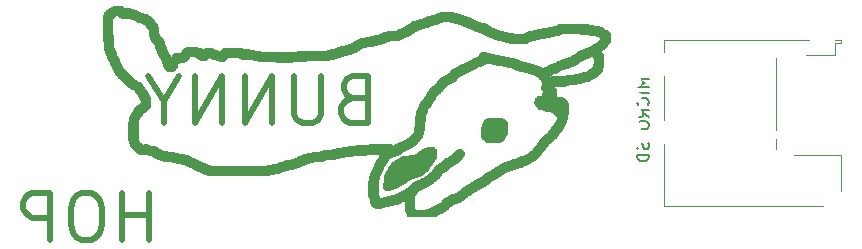
<source format=gbo>
%TF.GenerationSoftware,KiCad,Pcbnew,5.1.9+dfsg1-1*%
%TF.CreationDate,2022-01-14T18:58:44-05:00*%
%TF.ProjectId,samd51j18a,73616d64-3531-46a3-9138-612e6b696361,rev?*%
%TF.SameCoordinates,Original*%
%TF.FileFunction,Legend,Bot*%
%TF.FilePolarity,Positive*%
%FSLAX46Y46*%
G04 Gerber Fmt 4.6, Leading zero omitted, Abs format (unit mm)*
G04 Created by KiCad (PCBNEW 5.1.9+dfsg1-1) date 2022-01-14 18:58:44*
%MOMM*%
%LPD*%
G01*
G04 APERTURE LIST*
%ADD10C,0.500000*%
%ADD11C,0.010000*%
%ADD12C,0.120000*%
%ADD13C,0.150000*%
%ADD14O,1.700000X1.700000*%
%ADD15R,1.700000X1.700000*%
%ADD16O,0.650000X0.650000*%
%ADD17O,1.800000X1.000000*%
%ADD18O,2.100000X1.000000*%
%ADD19O,1.000000X1.000000*%
%ADD20R,1.000000X1.000000*%
%ADD21R,1.900000X1.400000*%
%ADD22R,2.000000X0.800000*%
%ADD23R,1.400000X1.800000*%
G04 APERTURE END LIST*
D10*
X113950095Y-85502523D02*
X113950095Y-81502523D01*
X113950095Y-83407285D02*
X111664380Y-83407285D01*
X111664380Y-85502523D02*
X111664380Y-81502523D01*
X108997714Y-81502523D02*
X108235809Y-81502523D01*
X107854857Y-81693000D01*
X107473904Y-82073952D01*
X107283428Y-82835857D01*
X107283428Y-84169190D01*
X107473904Y-84931095D01*
X107854857Y-85312047D01*
X108235809Y-85502523D01*
X108997714Y-85502523D01*
X109378666Y-85312047D01*
X109759619Y-84931095D01*
X109950095Y-84169190D01*
X109950095Y-82835857D01*
X109759619Y-82073952D01*
X109378666Y-81693000D01*
X108997714Y-81502523D01*
X105569142Y-85502523D02*
X105569142Y-81502523D01*
X104045333Y-81502523D01*
X103664380Y-81693000D01*
X103473904Y-81883476D01*
X103283428Y-82264428D01*
X103283428Y-82835857D01*
X103473904Y-83216809D01*
X103664380Y-83407285D01*
X104045333Y-83597761D01*
X105569142Y-83597761D01*
X131158285Y-73501285D02*
X130586857Y-73691761D01*
X130396380Y-73882238D01*
X130205904Y-74263190D01*
X130205904Y-74834619D01*
X130396380Y-75215571D01*
X130586857Y-75406047D01*
X130967809Y-75596523D01*
X132491619Y-75596523D01*
X132491619Y-71596523D01*
X131158285Y-71596523D01*
X130777333Y-71787000D01*
X130586857Y-71977476D01*
X130396380Y-72358428D01*
X130396380Y-72739380D01*
X130586857Y-73120333D01*
X130777333Y-73310809D01*
X131158285Y-73501285D01*
X132491619Y-73501285D01*
X128491619Y-71596523D02*
X128491619Y-74834619D01*
X128301142Y-75215571D01*
X128110666Y-75406047D01*
X127729714Y-75596523D01*
X126967809Y-75596523D01*
X126586857Y-75406047D01*
X126396380Y-75215571D01*
X126205904Y-74834619D01*
X126205904Y-71596523D01*
X124301142Y-75596523D02*
X124301142Y-71596523D01*
X122015428Y-75596523D01*
X122015428Y-71596523D01*
X120110666Y-75596523D02*
X120110666Y-71596523D01*
X117824952Y-75596523D01*
X117824952Y-71596523D01*
X115158285Y-73691761D02*
X115158285Y-75596523D01*
X116491619Y-71596523D02*
X115158285Y-73691761D01*
X113824952Y-71596523D01*
D11*
%TO.C,G\u002A\u002A\u002A*%
G36*
X138227402Y-83415732D02*
G01*
X138266588Y-83380244D01*
X138313231Y-83344906D01*
X138353756Y-83319375D01*
X138389105Y-83299400D01*
X138418987Y-83281412D01*
X138437829Y-83268789D01*
X138439676Y-83267296D01*
X138456072Y-83258485D01*
X138486435Y-83246552D01*
X138525412Y-83233516D01*
X138544330Y-83227829D01*
X138600610Y-83210670D01*
X138642995Y-83195112D01*
X138677103Y-83178412D01*
X138708556Y-83157827D01*
X138742240Y-83131221D01*
X138777407Y-83106316D01*
X138821584Y-83080901D01*
X138862193Y-83061794D01*
X138968151Y-83013790D01*
X139059123Y-82961325D01*
X139140067Y-82901287D01*
X139190516Y-82855899D01*
X139227637Y-82817717D01*
X139266720Y-82773495D01*
X139304612Y-82727238D01*
X139338159Y-82682955D01*
X139364209Y-82644652D01*
X139379606Y-82616335D01*
X139380172Y-82614911D01*
X139390183Y-82606421D01*
X139412994Y-82592687D01*
X139438329Y-82579388D01*
X139482511Y-82555509D01*
X139530424Y-82526435D01*
X139576913Y-82495609D01*
X139616826Y-82466475D01*
X139645008Y-82442474D01*
X139648287Y-82439125D01*
X139669550Y-82421936D01*
X139689210Y-82414211D01*
X139690188Y-82414179D01*
X139707327Y-82410703D01*
X139737730Y-82401394D01*
X139776134Y-82387931D01*
X139795903Y-82380471D01*
X139842252Y-82364206D01*
X139889158Y-82350450D01*
X139928466Y-82341523D01*
X139938132Y-82340061D01*
X140003212Y-82328574D01*
X140072976Y-82308980D01*
X140149717Y-82280353D01*
X140235728Y-82241768D01*
X140333301Y-82192297D01*
X140416352Y-82146990D01*
X140466829Y-82114433D01*
X140519300Y-82073309D01*
X140567935Y-82028724D01*
X140606903Y-81985785D01*
X140618857Y-81969657D01*
X140638036Y-81946093D01*
X140656484Y-81930574D01*
X140660911Y-81928502D01*
X140674133Y-81919799D01*
X140698669Y-81899656D01*
X140731567Y-81870643D01*
X140769877Y-81835328D01*
X140791216Y-81815077D01*
X140838452Y-81770646D01*
X140875168Y-81738400D01*
X140904519Y-81715943D01*
X140929658Y-81700874D01*
X140953740Y-81690796D01*
X140955338Y-81690258D01*
X140997776Y-81672004D01*
X141048445Y-81643948D01*
X141101072Y-81610052D01*
X141149387Y-81574276D01*
X141177644Y-81549894D01*
X141205273Y-81529434D01*
X141243556Y-81507922D01*
X141282602Y-81490665D01*
X141368130Y-81454795D01*
X141449395Y-81413631D01*
X141522908Y-81369346D01*
X141585181Y-81324113D01*
X141632724Y-81280105D01*
X141646180Y-81264185D01*
X141671573Y-81235316D01*
X141697953Y-81211436D01*
X141712433Y-81201721D01*
X141737062Y-81189886D01*
X141774579Y-81172906D01*
X141819378Y-81153223D01*
X141865849Y-81133277D01*
X141908385Y-81115510D01*
X141935615Y-81104582D01*
X141960644Y-81091690D01*
X141993617Y-81070621D01*
X142025580Y-81047312D01*
X142086607Y-81003975D01*
X142147376Y-80971110D01*
X142216365Y-80944412D01*
X142247223Y-80934773D01*
X142299788Y-80918017D01*
X142341813Y-80901023D01*
X142379189Y-80880461D01*
X142417804Y-80853000D01*
X142463549Y-80815313D01*
X142473205Y-80807004D01*
X142509175Y-80776701D01*
X142541983Y-80750458D01*
X142567251Y-80731701D01*
X142578016Y-80724909D01*
X142636862Y-80690243D01*
X142695881Y-80647579D01*
X142748720Y-80601924D01*
X142788384Y-80559107D01*
X142842703Y-80499633D01*
X142898644Y-80458220D01*
X142947832Y-80436277D01*
X142975106Y-80424583D01*
X143010622Y-80405805D01*
X143042794Y-80386443D01*
X143073437Y-80367085D01*
X143102114Y-80350025D01*
X143133170Y-80332926D01*
X143170949Y-80313449D01*
X143219795Y-80289257D01*
X143257406Y-80270930D01*
X143304863Y-80245726D01*
X143356832Y-80214828D01*
X143402110Y-80184897D01*
X143402349Y-80184726D01*
X143439898Y-80158719D01*
X143476428Y-80134735D01*
X143505091Y-80117246D01*
X143509287Y-80114916D01*
X143533682Y-80098735D01*
X143566500Y-80073003D01*
X143602019Y-80042302D01*
X143615349Y-80029989D01*
X143653709Y-79995649D01*
X143685557Y-79972470D01*
X143717320Y-79956376D01*
X143748891Y-79945270D01*
X143808457Y-79920837D01*
X143875730Y-79882803D01*
X143946621Y-79833708D01*
X144006404Y-79785404D01*
X144042320Y-79757544D01*
X144080879Y-79735328D01*
X144129001Y-79715063D01*
X144156471Y-79705305D01*
X144217492Y-79683407D01*
X144266161Y-79663167D01*
X144309542Y-79641481D01*
X144336400Y-79626231D01*
X144354192Y-79619212D01*
X144383846Y-79610638D01*
X144406373Y-79605209D01*
X144443814Y-79595173D01*
X144489886Y-79580403D01*
X144534838Y-79564033D01*
X144536321Y-79563449D01*
X144579815Y-79547617D01*
X144623623Y-79533817D01*
X144658708Y-79524881D01*
X144660541Y-79524523D01*
X144684893Y-79518984D01*
X144710140Y-79510856D01*
X144740013Y-79498540D01*
X144778240Y-79480436D01*
X144828551Y-79454945D01*
X144855931Y-79440740D01*
X144892150Y-79426269D01*
X144935913Y-79414730D01*
X144960889Y-79410666D01*
X145005162Y-79402693D01*
X145053833Y-79389532D01*
X145081305Y-79379874D01*
X145120288Y-79367458D01*
X145172680Y-79355197D01*
X145231940Y-79344530D01*
X145261234Y-79340355D01*
X145337642Y-79329282D01*
X145398248Y-79317199D01*
X145447238Y-79302540D01*
X145488793Y-79283738D01*
X145527098Y-79259225D01*
X145566336Y-79227435D01*
X145569051Y-79225050D01*
X145610444Y-79194083D01*
X145650166Y-79177276D01*
X145664014Y-79174208D01*
X145695179Y-79165675D01*
X145736296Y-79150503D01*
X145779741Y-79131578D01*
X145790828Y-79126225D01*
X145832537Y-79106503D01*
X145872711Y-79089051D01*
X145904269Y-79076902D01*
X145910780Y-79074810D01*
X145959432Y-79057438D01*
X146016288Y-79031479D01*
X146082889Y-78996080D01*
X146160773Y-78950388D01*
X146251481Y-78893550D01*
X146327587Y-78843931D01*
X146388665Y-78803633D01*
X146446520Y-78765562D01*
X146498350Y-78731555D01*
X146541350Y-78703450D01*
X146572715Y-78683084D01*
X146587485Y-78673636D01*
X146613747Y-78655016D01*
X146648926Y-78627204D01*
X146687401Y-78594733D01*
X146708325Y-78576174D01*
X146741259Y-78547070D01*
X146769065Y-78523818D01*
X146788268Y-78509247D01*
X146794893Y-78505717D01*
X146810934Y-78498735D01*
X146837011Y-78479729D01*
X146869871Y-78451607D01*
X146906257Y-78417281D01*
X146942917Y-78379659D01*
X146970990Y-78348283D01*
X147028345Y-78271662D01*
X147077812Y-78187188D01*
X147083208Y-78176349D01*
X147104990Y-78133941D01*
X147126693Y-78097988D01*
X147151955Y-78063559D01*
X147184414Y-78025723D01*
X147227707Y-77979551D01*
X147230710Y-77976428D01*
X147287351Y-77916021D01*
X147332574Y-77863779D01*
X147370147Y-77814869D01*
X147403840Y-77764455D01*
X147429823Y-77721026D01*
X147449664Y-77691189D01*
X147478599Y-77653324D01*
X147511736Y-77613687D01*
X147527508Y-77596076D01*
X147560499Y-77559018D01*
X147591454Y-77522211D01*
X147615674Y-77491327D01*
X147623855Y-77479782D01*
X147653294Y-77439788D01*
X147689575Y-77396963D01*
X147728989Y-77355051D01*
X147767829Y-77317792D01*
X147802385Y-77288930D01*
X147828949Y-77272206D01*
X147830025Y-77271746D01*
X147877676Y-77247644D01*
X147930120Y-77214183D01*
X147981072Y-77175968D01*
X148024247Y-77137604D01*
X148046473Y-77113133D01*
X148066712Y-77086027D01*
X148080641Y-77064500D01*
X148084924Y-77054525D01*
X148091996Y-77040850D01*
X148110734Y-77018040D01*
X148137420Y-76989729D01*
X148168337Y-76959550D01*
X148199766Y-76931136D01*
X148227990Y-76908121D01*
X148248747Y-76894414D01*
X148286949Y-76869160D01*
X148328712Y-76832641D01*
X148367816Y-76791030D01*
X148398044Y-76750497D01*
X148404007Y-76740300D01*
X148422555Y-76708601D01*
X148445879Y-76672069D01*
X148457397Y-76655122D01*
X148479443Y-76622255D01*
X148505727Y-76581174D01*
X148529749Y-76542110D01*
X148554500Y-76506384D01*
X148590717Y-76461525D01*
X148634905Y-76411663D01*
X148680996Y-76363504D01*
X148733872Y-76308253D01*
X148776240Y-76259659D01*
X148806218Y-76219966D01*
X148818219Y-76199898D01*
X148838025Y-76162899D01*
X148859433Y-76126500D01*
X148869446Y-76110959D01*
X148886392Y-76080468D01*
X148903642Y-76040807D01*
X148913803Y-76011920D01*
X148928002Y-75972439D01*
X148944738Y-75935019D01*
X148956232Y-75914463D01*
X148973272Y-75887741D01*
X148995767Y-75851552D01*
X149018931Y-75813600D01*
X149019556Y-75812564D01*
X149046230Y-75768928D01*
X149075762Y-75721451D01*
X149098541Y-75685461D01*
X149118704Y-75650160D01*
X149140434Y-75605901D01*
X149161750Y-75557537D01*
X149180671Y-75509919D01*
X149195214Y-75467899D01*
X149203396Y-75436330D01*
X149204484Y-75426117D01*
X149209398Y-75405420D01*
X149221827Y-75376839D01*
X149229151Y-75363408D01*
X149266682Y-75283557D01*
X149286385Y-75200533D01*
X149289587Y-75167032D01*
X149294485Y-75124037D01*
X149302940Y-75081348D01*
X149310085Y-75057075D01*
X149319228Y-75020703D01*
X149326117Y-74969806D01*
X149330023Y-74909794D01*
X149330064Y-74908582D01*
X149334700Y-74840275D01*
X149343321Y-74783845D01*
X149351471Y-74753643D01*
X149356100Y-74738728D01*
X149359864Y-74721740D01*
X149362850Y-74700564D01*
X149365145Y-74673088D01*
X149366835Y-74637197D01*
X149368004Y-74590779D01*
X149368741Y-74531718D01*
X149369130Y-74457902D01*
X149369259Y-74367217D01*
X149369253Y-74317366D01*
X149369154Y-74211579D01*
X149368681Y-74123562D01*
X149367423Y-74051094D01*
X149364967Y-73991953D01*
X149360902Y-73943917D01*
X149354815Y-73904766D01*
X149346295Y-73872277D01*
X149334930Y-73844229D01*
X149320308Y-73818400D01*
X149302018Y-73792569D01*
X149279646Y-73764514D01*
X149263021Y-73744396D01*
X149229200Y-73703325D01*
X149193276Y-73659319D01*
X149161987Y-73620637D01*
X149156542Y-73613846D01*
X149108871Y-73561602D01*
X149052537Y-73511446D01*
X148993198Y-73467804D01*
X148936514Y-73435100D01*
X148916897Y-73426480D01*
X148894660Y-73418394D01*
X148872773Y-73412477D01*
X148847590Y-73408382D01*
X148815469Y-73405760D01*
X148772767Y-73404263D01*
X148715838Y-73403544D01*
X148674692Y-73403346D01*
X148593386Y-73403772D01*
X148530034Y-73405735D01*
X148482647Y-73409348D01*
X148449238Y-73414726D01*
X148441737Y-73416674D01*
X148405974Y-73424341D01*
X148385798Y-73422268D01*
X148383935Y-73420848D01*
X148381102Y-73408254D01*
X148378472Y-73377541D01*
X148376122Y-73330582D01*
X148374127Y-73269251D01*
X148372562Y-73195418D01*
X148371511Y-73112016D01*
X148370485Y-73017184D01*
X148368885Y-72939713D01*
X148366151Y-72876970D01*
X148361724Y-72826324D01*
X148355046Y-72785143D01*
X148345555Y-72750795D01*
X148332694Y-72720650D01*
X148315903Y-72692074D01*
X148294623Y-72662436D01*
X148269101Y-72630107D01*
X148241736Y-72594664D01*
X148225233Y-72568395D01*
X148216879Y-72545800D01*
X148213962Y-72521377D01*
X148213849Y-72518075D01*
X148213701Y-72474892D01*
X148215828Y-72444235D01*
X148219914Y-72429878D01*
X148230236Y-72429193D01*
X148258486Y-72428553D01*
X148302597Y-72427974D01*
X148360505Y-72427471D01*
X148430146Y-72427061D01*
X148509453Y-72426759D01*
X148596362Y-72426582D01*
X148650959Y-72426542D01*
X148770817Y-72426376D01*
X148872688Y-72425800D01*
X148958577Y-72424600D01*
X149030488Y-72422564D01*
X149090425Y-72419477D01*
X149140394Y-72415127D01*
X149182397Y-72409301D01*
X149218441Y-72401786D01*
X149250529Y-72392367D01*
X149280666Y-72380833D01*
X149310856Y-72366969D01*
X149337419Y-72353525D01*
X149376511Y-72333592D01*
X149406319Y-72320347D01*
X149433122Y-72312227D01*
X149463200Y-72307667D01*
X149502829Y-72305105D01*
X149537340Y-72303747D01*
X149592967Y-72300291D01*
X149644463Y-72294528D01*
X149685417Y-72287260D01*
X149699289Y-72283523D01*
X149746858Y-72273456D01*
X149812479Y-72267904D01*
X149859226Y-72266808D01*
X149915142Y-72265139D01*
X149974023Y-72261157D01*
X150026795Y-72255559D01*
X150049151Y-72252181D01*
X150093781Y-72244439D01*
X150149699Y-72234864D01*
X150208470Y-72224899D01*
X150244074Y-72218915D01*
X150329149Y-72203516D01*
X150399591Y-72187939D01*
X150460728Y-72170841D01*
X150517885Y-72150879D01*
X150525059Y-72148099D01*
X150567286Y-72132802D01*
X150612766Y-72118133D01*
X150631727Y-72112667D01*
X150671331Y-72099987D01*
X150710618Y-72084448D01*
X150725001Y-72077679D01*
X150762233Y-72063800D01*
X150818488Y-72050246D01*
X150892798Y-72037211D01*
X150984192Y-72024887D01*
X150998777Y-72023173D01*
X151062540Y-72011068D01*
X151124431Y-71990928D01*
X151176023Y-71965578D01*
X151181893Y-71961808D01*
X151203719Y-71949607D01*
X151237711Y-71933188D01*
X151277420Y-71915629D01*
X151287609Y-71911370D01*
X151333889Y-71889843D01*
X151386597Y-71861642D01*
X151436101Y-71831997D01*
X151447546Y-71824506D01*
X151485375Y-71800109D01*
X151519642Y-71779711D01*
X151545267Y-71766259D01*
X151553559Y-71762969D01*
X151572343Y-71755430D01*
X151603943Y-71740589D01*
X151643634Y-71720735D01*
X151678807Y-71702368D01*
X151745083Y-71663684D01*
X151808306Y-71620481D01*
X151864675Y-71575785D01*
X151910389Y-71532620D01*
X151941649Y-71494012D01*
X151942722Y-71492322D01*
X151965037Y-71463559D01*
X151995392Y-71432661D01*
X152013792Y-71416957D01*
X152046314Y-71387055D01*
X152076928Y-71351695D01*
X152089446Y-71333790D01*
X152111448Y-71301467D01*
X152140339Y-71263162D01*
X152167161Y-71230381D01*
X152222455Y-71153296D01*
X152259462Y-71072481D01*
X152272473Y-71022932D01*
X152279892Y-70988779D01*
X152290785Y-70944410D01*
X152302944Y-70898774D01*
X152304362Y-70893714D01*
X152312359Y-70862913D01*
X152318379Y-70832551D01*
X152322762Y-70798836D01*
X152325851Y-70757976D01*
X152327988Y-70706178D01*
X152329513Y-70639650D01*
X152330013Y-70609107D01*
X152331636Y-70530681D01*
X152333984Y-70469260D01*
X152337285Y-70421864D01*
X152341769Y-70385513D01*
X152347664Y-70357227D01*
X152349940Y-70349209D01*
X152358072Y-70310226D01*
X152364266Y-70255972D01*
X152368432Y-70191084D01*
X152370482Y-70120198D01*
X152370324Y-70047949D01*
X152367869Y-69978973D01*
X152363028Y-69917907D01*
X152358906Y-69886783D01*
X152345005Y-69818246D01*
X152325780Y-69760816D01*
X152298308Y-69708856D01*
X152259665Y-69656733D01*
X152212451Y-69604539D01*
X152129930Y-69518583D01*
X152169115Y-69477980D01*
X152201013Y-69449168D01*
X152244466Y-69415530D01*
X152293298Y-69381475D01*
X152341329Y-69351408D01*
X152364929Y-69338293D01*
X152384964Y-69325871D01*
X152415242Y-69304861D01*
X152450332Y-69279076D01*
X152463104Y-69269354D01*
X152502595Y-69239010D01*
X152542861Y-69208111D01*
X152576421Y-69182395D01*
X152582212Y-69177965D01*
X152637583Y-69124286D01*
X152682528Y-69057860D01*
X152708532Y-68998173D01*
X152728134Y-68956826D01*
X152760703Y-68915940D01*
X152779023Y-68897720D01*
X152840084Y-68831708D01*
X152883144Y-68765493D01*
X152908925Y-68700279D01*
X152921048Y-68659365D01*
X152935872Y-68611851D01*
X152946355Y-68579625D01*
X152954217Y-68553916D01*
X152959934Y-68528544D01*
X152963835Y-68499698D01*
X152966250Y-68463564D01*
X152967507Y-68416328D01*
X152967938Y-68354176D01*
X152967954Y-68329724D01*
X152967764Y-68263211D01*
X152966957Y-68212587D01*
X152965118Y-68173747D01*
X152961830Y-68142588D01*
X152956679Y-68115008D01*
X152949248Y-68086903D01*
X152940486Y-68058453D01*
X152923710Y-68012217D01*
X152903709Y-67966720D01*
X152884198Y-67930226D01*
X152879850Y-67923506D01*
X152843546Y-67880622D01*
X152793151Y-67835265D01*
X152733589Y-67791136D01*
X152669786Y-67751938D01*
X152616453Y-67725502D01*
X152516490Y-67674551D01*
X152416487Y-67609464D01*
X152360852Y-67566629D01*
X152326031Y-67542656D01*
X152279401Y-67516614D01*
X152227468Y-67491563D01*
X152176743Y-67470567D01*
X152133732Y-67456688D01*
X152121613Y-67454062D01*
X152096223Y-67446784D01*
X152060483Y-67433057D01*
X152021744Y-67415729D01*
X152018376Y-67414096D01*
X151963901Y-67390491D01*
X151910468Y-67374503D01*
X151852364Y-67365066D01*
X151783874Y-67361113D01*
X151733756Y-67360947D01*
X151675008Y-67360349D01*
X151631118Y-67356688D01*
X151597113Y-67349429D01*
X151583547Y-67344783D01*
X151555204Y-67336571D01*
X151517002Y-67330593D01*
X151465598Y-67326473D01*
X151397649Y-67323837D01*
X151395916Y-67323792D01*
X151336046Y-67321850D01*
X151289748Y-67318889D01*
X151250603Y-67313918D01*
X151212190Y-67305945D01*
X151168090Y-67293978D01*
X151131020Y-67282884D01*
X151008773Y-67245632D01*
X150753874Y-67243411D01*
X150672864Y-67242527D01*
X150609170Y-67241338D01*
X150560118Y-67239666D01*
X150523031Y-67237332D01*
X150495236Y-67234160D01*
X150474055Y-67229972D01*
X150456815Y-67224590D01*
X150453992Y-67223507D01*
X150444961Y-67220385D01*
X150433898Y-67217641D01*
X150419497Y-67215247D01*
X150400456Y-67213173D01*
X150375469Y-67211390D01*
X150343232Y-67209869D01*
X150302442Y-67208581D01*
X150251793Y-67207496D01*
X150189981Y-67206585D01*
X150115703Y-67205819D01*
X150027654Y-67205169D01*
X149924530Y-67204605D01*
X149805026Y-67204099D01*
X149667839Y-67203622D01*
X149549348Y-67203254D01*
X149396298Y-67202913D01*
X149254239Y-67202831D01*
X149124182Y-67202999D01*
X149007139Y-67203410D01*
X148904122Y-67204056D01*
X148816142Y-67204929D01*
X148744212Y-67206021D01*
X148689344Y-67207325D01*
X148652549Y-67208833D01*
X148635766Y-67210349D01*
X148550090Y-67235735D01*
X148471030Y-67279520D01*
X148428042Y-67313845D01*
X148399238Y-67338790D01*
X148376829Y-67353209D01*
X148352837Y-67360473D01*
X148319286Y-67363955D01*
X148307794Y-67364669D01*
X148261874Y-67370003D01*
X148214277Y-67379575D01*
X148184590Y-67388224D01*
X148129844Y-67405049D01*
X148063269Y-67421438D01*
X147992981Y-67435587D01*
X147927095Y-67445691D01*
X147924987Y-67445947D01*
X147889881Y-67451158D01*
X147860119Y-67457275D01*
X147848460Y-67460703D01*
X147828708Y-67465788D01*
X147795407Y-67472052D01*
X147754860Y-67478341D01*
X147743501Y-67479892D01*
X147697588Y-67487060D01*
X147652912Y-67495855D01*
X147618131Y-67504543D01*
X147614223Y-67505756D01*
X147578531Y-67514430D01*
X147534221Y-67521366D01*
X147502453Y-67524277D01*
X147458518Y-67528790D01*
X147414211Y-67536557D01*
X147388385Y-67543166D01*
X147350517Y-67552784D01*
X147305172Y-67561120D01*
X147277521Y-67564710D01*
X147235874Y-67570675D01*
X147195263Y-67579279D01*
X147173656Y-67585591D01*
X147145518Y-67592292D01*
X147104217Y-67598208D01*
X147056584Y-67602468D01*
X147031433Y-67603745D01*
X146977194Y-67606810D01*
X146933605Y-67612731D01*
X146891412Y-67623347D01*
X146841357Y-67640498D01*
X146835416Y-67642698D01*
X146787792Y-67658960D01*
X146740096Y-67672810D01*
X146699832Y-67682160D01*
X146685475Y-67684422D01*
X146655041Y-67689650D01*
X146611011Y-67699385D01*
X146558916Y-67712310D01*
X146504287Y-67727111D01*
X146495550Y-67729602D01*
X146407966Y-67754516D01*
X146335990Y-67774322D01*
X146276144Y-67789855D01*
X146224948Y-67801952D01*
X146178923Y-67811447D01*
X146134590Y-67819176D01*
X146102283Y-67824043D01*
X146026917Y-67838285D01*
X145965436Y-67858042D01*
X145941489Y-67868804D01*
X145896478Y-67888992D01*
X145846111Y-67908707D01*
X145814101Y-67919599D01*
X145774396Y-67935102D01*
X145727481Y-67958184D01*
X145682144Y-67984433D01*
X145672776Y-67990513D01*
X145596428Y-68041358D01*
X145228811Y-68041234D01*
X145131018Y-68041103D01*
X145051105Y-68040725D01*
X144986960Y-68040013D01*
X144936471Y-68038882D01*
X144897526Y-68037244D01*
X144868014Y-68035015D01*
X144845822Y-68032108D01*
X144828838Y-68028436D01*
X144816211Y-68024387D01*
X144781949Y-68015467D01*
X144732889Y-68009050D01*
X144666896Y-68004890D01*
X144636282Y-68003832D01*
X144565701Y-68000153D01*
X144498221Y-67993550D01*
X144437761Y-67984634D01*
X144388235Y-67974017D01*
X144353561Y-67962311D01*
X144346396Y-67958531D01*
X144257770Y-67915669D01*
X144157697Y-67888056D01*
X144132989Y-67883901D01*
X144083829Y-67874630D01*
X144034449Y-67862093D01*
X143993693Y-67848615D01*
X143985204Y-67845066D01*
X143893844Y-67814266D01*
X143794842Y-67800717D01*
X143762412Y-67799932D01*
X143721093Y-67797293D01*
X143679258Y-67788210D01*
X143629451Y-67770938D01*
X143616334Y-67765725D01*
X143569657Y-67748906D01*
X143521292Y-67734798D01*
X143480048Y-67725896D01*
X143471741Y-67724760D01*
X143424936Y-67715177D01*
X143369566Y-67695421D01*
X143311804Y-67669084D01*
X143265297Y-67647676D01*
X143219568Y-67628943D01*
X143180924Y-67615357D01*
X143161863Y-67610311D01*
X143045129Y-67580671D01*
X142938870Y-67538901D01*
X142838024Y-67482595D01*
X142737528Y-67409346D01*
X142735309Y-67407547D01*
X142703945Y-67384898D01*
X142663286Y-67359283D01*
X142622125Y-67336242D01*
X142622075Y-67336216D01*
X142581491Y-67312510D01*
X142534437Y-67280939D01*
X142489179Y-67247153D01*
X142475766Y-67236245D01*
X142410483Y-67187478D01*
X142347994Y-67154285D01*
X142282374Y-67134248D01*
X142207702Y-67124951D01*
X142202456Y-67124664D01*
X142138179Y-67120634D01*
X142089864Y-67115498D01*
X142053482Y-67108382D01*
X142025006Y-67098414D01*
X142000407Y-67084721D01*
X141992323Y-67079142D01*
X141922513Y-67040042D01*
X141841534Y-67013625D01*
X141788514Y-67004576D01*
X141737850Y-66994367D01*
X141682542Y-66973754D01*
X141642677Y-66954535D01*
X141599137Y-66933264D01*
X141555817Y-66913991D01*
X141520099Y-66899944D01*
X141510826Y-66896880D01*
X141437882Y-66871162D01*
X141367378Y-66839775D01*
X141305344Y-66805660D01*
X141262627Y-66775781D01*
X141228330Y-66751600D01*
X141187320Y-66728151D01*
X141145475Y-66708257D01*
X141108673Y-66694741D01*
X141084805Y-66690364D01*
X141069261Y-66687002D01*
X141042107Y-66678352D01*
X141020099Y-66670372D01*
X140987774Y-66659226D01*
X140961031Y-66651991D01*
X140950126Y-66650430D01*
X140933245Y-66646122D01*
X140904429Y-66634687D01*
X140869373Y-66618426D01*
X140862768Y-66615128D01*
X140823022Y-66596882D01*
X140784249Y-66582115D01*
X140754411Y-66573836D01*
X140752811Y-66573569D01*
X140720440Y-66564897D01*
X140692801Y-66551652D01*
X140689506Y-66549302D01*
X140663589Y-66533758D01*
X140627336Y-66517308D01*
X140588166Y-66502776D01*
X140553494Y-66492983D01*
X140534874Y-66490448D01*
X140512446Y-66485756D01*
X140483019Y-66474001D01*
X140472773Y-66468787D01*
X140442672Y-66453971D01*
X140402641Y-66436261D01*
X140362964Y-66420133D01*
X140317645Y-66402412D01*
X140264943Y-66381456D01*
X140215946Y-66361675D01*
X140214058Y-66360905D01*
X140170362Y-66344465D01*
X140131637Y-66333979D01*
X140089659Y-66327761D01*
X140036203Y-66324126D01*
X140034129Y-66324030D01*
X139937487Y-66315667D01*
X139851957Y-66299035D01*
X139769749Y-66272367D01*
X139726867Y-66254458D01*
X139683711Y-66236822D01*
X139640272Y-66221653D01*
X139605099Y-66211902D01*
X139601448Y-66211162D01*
X139581247Y-66209213D01*
X139543369Y-66207414D01*
X139490127Y-66205806D01*
X139423835Y-66204432D01*
X139346807Y-66203335D01*
X139261357Y-66202557D01*
X139169798Y-66202140D01*
X139108071Y-66202083D01*
X138984674Y-66202324D01*
X138879360Y-66203015D01*
X138790222Y-66204318D01*
X138715352Y-66206396D01*
X138652843Y-66209410D01*
X138600788Y-66213522D01*
X138557279Y-66218895D01*
X138520410Y-66225690D01*
X138488273Y-66234070D01*
X138458962Y-66244197D01*
X138430567Y-66256233D01*
X138421531Y-66260435D01*
X138379503Y-66279055D01*
X138336326Y-66296193D01*
X138303775Y-66307362D01*
X138267321Y-66320591D01*
X138224539Y-66339482D01*
X138193818Y-66355079D01*
X138155888Y-66374430D01*
X138118236Y-66391362D01*
X138093858Y-66400553D01*
X138056824Y-66414122D01*
X138019604Y-66430443D01*
X138016083Y-66432183D01*
X137998167Y-66440561D01*
X137978844Y-66447796D01*
X137954526Y-66454797D01*
X137921627Y-66462478D01*
X137876561Y-66471748D01*
X137815741Y-66483521D01*
X137808970Y-66484810D01*
X137765849Y-66493918D01*
X137724637Y-66504125D01*
X137694199Y-66513234D01*
X137694015Y-66513299D01*
X137661714Y-66522228D01*
X137620149Y-66530403D01*
X137589848Y-66534664D01*
X137546383Y-66541640D01*
X137502585Y-66552020D01*
X137478306Y-66559802D01*
X137446752Y-66573649D01*
X137403388Y-66595160D01*
X137353439Y-66621538D01*
X137302135Y-66649987D01*
X137254700Y-66677713D01*
X137234054Y-66690440D01*
X137209075Y-66701423D01*
X137172046Y-66712238D01*
X137130797Y-66720612D01*
X137129095Y-66720876D01*
X137076282Y-66730377D01*
X137014163Y-66743816D01*
X136947513Y-66759927D01*
X136881107Y-66777449D01*
X136819721Y-66795118D01*
X136768130Y-66811671D01*
X136731109Y-66825844D01*
X136729395Y-66826619D01*
X136688739Y-66843722D01*
X136637849Y-66862932D01*
X136582199Y-66882414D01*
X136527260Y-66900332D01*
X136478506Y-66914854D01*
X136441411Y-66924145D01*
X136434511Y-66925450D01*
X136390271Y-66934771D01*
X136339111Y-66948323D01*
X136288043Y-66963988D01*
X136244079Y-66979645D01*
X136219074Y-66990569D01*
X136192281Y-67007184D01*
X136159292Y-67031700D01*
X136134107Y-67052821D01*
X136069427Y-67106174D01*
X136005093Y-67151065D01*
X135946378Y-67183865D01*
X135938661Y-67187394D01*
X135903978Y-67205064D01*
X135864763Y-67228366D01*
X135843698Y-67242372D01*
X135805998Y-67266508D01*
X135764842Y-67289402D01*
X135744356Y-67299288D01*
X135707664Y-67318905D01*
X135668107Y-67345067D01*
X135647719Y-67360908D01*
X135613135Y-67385632D01*
X135569593Y-67410776D01*
X135530918Y-67428981D01*
X135490051Y-67447657D01*
X135450930Y-67468930D01*
X135423062Y-67487444D01*
X135394624Y-67506174D01*
X135355427Y-67527333D01*
X135313533Y-67546600D01*
X135309954Y-67548074D01*
X135217795Y-67585826D01*
X135141901Y-67617471D01*
X135079896Y-67644122D01*
X135029401Y-67666890D01*
X134988038Y-67686887D01*
X134953431Y-67705225D01*
X134923200Y-67723015D01*
X134894968Y-67741370D01*
X134891537Y-67743708D01*
X134807988Y-67800879D01*
X134511686Y-67801325D01*
X134404789Y-67801917D01*
X134315378Y-67803512D01*
X134240961Y-67806363D01*
X134179047Y-67810724D01*
X134127143Y-67816848D01*
X134082757Y-67824989D01*
X134043398Y-67835399D01*
X134006574Y-67848333D01*
X133992277Y-67854152D01*
X133935649Y-67872884D01*
X133878039Y-67883495D01*
X133867387Y-67884360D01*
X133820442Y-67889902D01*
X133765007Y-67900575D01*
X133708112Y-67914634D01*
X133656785Y-67930335D01*
X133618054Y-67945934D01*
X133616892Y-67946518D01*
X133594080Y-67960387D01*
X133562105Y-67982665D01*
X133527181Y-68008987D01*
X133520658Y-68014138D01*
X133475583Y-68047969D01*
X133437921Y-68070382D01*
X133401261Y-68084401D01*
X133359190Y-68093046D01*
X133350725Y-68094241D01*
X133293383Y-68103751D01*
X133225552Y-68117789D01*
X133155684Y-68134487D01*
X133100824Y-68149433D01*
X133053499Y-68162864D01*
X133001371Y-68177060D01*
X132970875Y-68185047D01*
X132929277Y-68196866D01*
X132888624Y-68210320D01*
X132864333Y-68219743D01*
X132835299Y-68229263D01*
X132793718Y-68239055D01*
X132746946Y-68247472D01*
X132729484Y-68249948D01*
X132685722Y-68256241D01*
X132647304Y-68262853D01*
X132620126Y-68268725D01*
X132613008Y-68270890D01*
X132592835Y-68274934D01*
X132558700Y-68278221D01*
X132516632Y-68280244D01*
X132497956Y-68280596D01*
X132454448Y-68281398D01*
X132417786Y-68283391D01*
X132383217Y-68287355D01*
X132345986Y-68294072D01*
X132301341Y-68304324D01*
X132244527Y-68318891D01*
X132211174Y-68327743D01*
X132113257Y-68349641D01*
X132021977Y-68361810D01*
X132001220Y-68363171D01*
X131913625Y-68372934D01*
X131839416Y-68393518D01*
X131774404Y-68426204D01*
X131756681Y-68438125D01*
X131722882Y-68458730D01*
X131686925Y-68475671D01*
X131676384Y-68479447D01*
X131641902Y-68492139D01*
X131603502Y-68508794D01*
X131591418Y-68514636D01*
X131558422Y-68530899D01*
X131516850Y-68550993D01*
X131479705Y-68568673D01*
X131437047Y-68590425D01*
X131393192Y-68615363D01*
X131362657Y-68634751D01*
X131324665Y-68658064D01*
X131283061Y-68679478D01*
X131261913Y-68688524D01*
X131207374Y-68714252D01*
X131144857Y-68752242D01*
X131079262Y-68799464D01*
X131067193Y-68808961D01*
X131039586Y-68827940D01*
X131000742Y-68850830D01*
X130957740Y-68873531D01*
X130944523Y-68879961D01*
X130896180Y-68901342D01*
X130856404Y-68914390D01*
X130816852Y-68921435D01*
X130787210Y-68923906D01*
X130718455Y-68933237D01*
X130653924Y-68951407D01*
X130649982Y-68952912D01*
X130610101Y-68967945D01*
X130571106Y-68981829D01*
X130546829Y-68989845D01*
X130510579Y-69002812D01*
X130475130Y-69018124D01*
X130471732Y-69019798D01*
X130438675Y-69030736D01*
X130388775Y-69038450D01*
X130331788Y-69042673D01*
X130264808Y-69047875D01*
X130210231Y-69057360D01*
X130160578Y-69073298D01*
X130108372Y-69097861D01*
X130071829Y-69118150D01*
X130019002Y-69144565D01*
X129969836Y-69159345D01*
X129942397Y-69163563D01*
X129884237Y-69173936D01*
X129827196Y-69190737D01*
X129778011Y-69211660D01*
X129748799Y-69229854D01*
X129694724Y-69266038D01*
X129629621Y-69299977D01*
X129562351Y-69327374D01*
X129523182Y-69339256D01*
X129482428Y-69347814D01*
X129434693Y-69354170D01*
X129376108Y-69358682D01*
X129302806Y-69361710D01*
X129272331Y-69362499D01*
X129192385Y-69365252D01*
X129128670Y-69370057D01*
X129077453Y-69377835D01*
X129035006Y-69389511D01*
X128997597Y-69406008D01*
X128961496Y-69428249D01*
X128938371Y-69445147D01*
X128892349Y-69480288D01*
X128020258Y-69482616D01*
X127867283Y-69483048D01*
X127733009Y-69483492D01*
X127616146Y-69483978D01*
X127515402Y-69484531D01*
X127429486Y-69485182D01*
X127357109Y-69485956D01*
X127296978Y-69486881D01*
X127247804Y-69487986D01*
X127208295Y-69489299D01*
X127177159Y-69490846D01*
X127153108Y-69492656D01*
X127134849Y-69494756D01*
X127121092Y-69497175D01*
X127110545Y-69499940D01*
X127103815Y-69502316D01*
X127089231Y-69507176D01*
X127071365Y-69511110D01*
X127047962Y-69514238D01*
X127016766Y-69516681D01*
X126975520Y-69518559D01*
X126921969Y-69519993D01*
X126853857Y-69521102D01*
X126768929Y-69522009D01*
X126728963Y-69522348D01*
X126638175Y-69523147D01*
X126565033Y-69524025D01*
X126507193Y-69525126D01*
X126462307Y-69526594D01*
X126428031Y-69528576D01*
X126402018Y-69531216D01*
X126381923Y-69534658D01*
X126365401Y-69539047D01*
X126350105Y-69544529D01*
X126346494Y-69545968D01*
X126317287Y-69556573D01*
X126296251Y-69562025D01*
X126289400Y-69561801D01*
X126277519Y-69560543D01*
X126250903Y-69562064D01*
X126214517Y-69565722D01*
X126173324Y-69570874D01*
X126132287Y-69576880D01*
X126096370Y-69583099D01*
X126070536Y-69588887D01*
X126064224Y-69590905D01*
X126049088Y-69592831D01*
X126014875Y-69594570D01*
X125962503Y-69596108D01*
X125892886Y-69597435D01*
X125806941Y-69598539D01*
X125705584Y-69599407D01*
X125589729Y-69600029D01*
X125460293Y-69600391D01*
X125323885Y-69600484D01*
X125185962Y-69600418D01*
X125066577Y-69600270D01*
X124964280Y-69600008D01*
X124877616Y-69599599D01*
X124805133Y-69599009D01*
X124745379Y-69598206D01*
X124696901Y-69597156D01*
X124658246Y-69595826D01*
X124627961Y-69594183D01*
X124604594Y-69592193D01*
X124586692Y-69589825D01*
X124572802Y-69587044D01*
X124561471Y-69583817D01*
X124559186Y-69583048D01*
X124546710Y-69579296D01*
X124531616Y-69576100D01*
X124512238Y-69573407D01*
X124486909Y-69571161D01*
X124453959Y-69569309D01*
X124411724Y-69567795D01*
X124358534Y-69566566D01*
X124292722Y-69565566D01*
X124212622Y-69564742D01*
X124116565Y-69564039D01*
X124002885Y-69563402D01*
X123949427Y-69563141D01*
X123827730Y-69562571D01*
X123724113Y-69562006D01*
X123636662Y-69561304D01*
X123563465Y-69560321D01*
X123502608Y-69558912D01*
X123452179Y-69556933D01*
X123410266Y-69554242D01*
X123374955Y-69550693D01*
X123344335Y-69546143D01*
X123316491Y-69540448D01*
X123289513Y-69533465D01*
X123261486Y-69525049D01*
X123230498Y-69515057D01*
X123206713Y-69507272D01*
X123152078Y-69494012D01*
X123085541Y-69485115D01*
X123046775Y-69482524D01*
X122996918Y-69479131D01*
X122947414Y-69473688D01*
X122906503Y-69467169D01*
X122894842Y-69464591D01*
X122824038Y-69446403D01*
X122742689Y-69424709D01*
X122659378Y-69401821D01*
X122607455Y-69387175D01*
X122583431Y-69380705D01*
X122559995Y-69375588D01*
X122534379Y-69371642D01*
X122503814Y-69368684D01*
X122465530Y-69366533D01*
X122416759Y-69365005D01*
X122354731Y-69363917D01*
X122276677Y-69363088D01*
X122237270Y-69362763D01*
X121944554Y-69360474D01*
X121904185Y-69328501D01*
X121871572Y-69306540D01*
X121831291Y-69284822D01*
X121789634Y-69266204D01*
X121752896Y-69253541D01*
X121730300Y-69249594D01*
X121710378Y-69245782D01*
X121679899Y-69236198D01*
X121655330Y-69226865D01*
X121643810Y-69222256D01*
X121632467Y-69218323D01*
X121619697Y-69215015D01*
X121603898Y-69212276D01*
X121583464Y-69210053D01*
X121556794Y-69208292D01*
X121522282Y-69206939D01*
X121478326Y-69205941D01*
X121423323Y-69205243D01*
X121355668Y-69204792D01*
X121273758Y-69204534D01*
X121175989Y-69204415D01*
X121060758Y-69204381D01*
X120985593Y-69204379D01*
X120858574Y-69204413D01*
X120749950Y-69204543D01*
X120658125Y-69204813D01*
X120581502Y-69205267D01*
X120518485Y-69205947D01*
X120467477Y-69206898D01*
X120426882Y-69208163D01*
X120395104Y-69209785D01*
X120370544Y-69211807D01*
X120351608Y-69214274D01*
X120336699Y-69217229D01*
X120324219Y-69220715D01*
X120318770Y-69222538D01*
X120281862Y-69237461D01*
X120247092Y-69254795D01*
X120233803Y-69262848D01*
X120203703Y-69280168D01*
X120166891Y-69297545D01*
X120153134Y-69303103D01*
X120092526Y-69334522D01*
X120034558Y-69379804D01*
X119986140Y-69433283D01*
X119975116Y-69449137D01*
X119956235Y-69477243D01*
X119942420Y-69491938D01*
X119928004Y-69496677D01*
X119907317Y-69494914D01*
X119901489Y-69494017D01*
X119870732Y-69487883D01*
X119830036Y-69478051D01*
X119791064Y-69467452D01*
X119743379Y-69453737D01*
X119691590Y-69438970D01*
X119656117Y-69428940D01*
X119582411Y-69407960D01*
X119523877Y-69390510D01*
X119476336Y-69375103D01*
X119435606Y-69360254D01*
X119397507Y-69344476D01*
X119357860Y-69326283D01*
X119331245Y-69313420D01*
X119283177Y-69291176D01*
X119236273Y-69271687D01*
X119196275Y-69257217D01*
X119171308Y-69250422D01*
X119138928Y-69246622D01*
X119091330Y-69243777D01*
X119033099Y-69241893D01*
X118968823Y-69240978D01*
X118903090Y-69241039D01*
X118840485Y-69242083D01*
X118785596Y-69244116D01*
X118743010Y-69247146D01*
X118723630Y-69249740D01*
X118674519Y-69263475D01*
X118617191Y-69286630D01*
X118558897Y-69315959D01*
X118512923Y-69344050D01*
X118475855Y-69369205D01*
X118426258Y-69330001D01*
X118390217Y-69305515D01*
X118347612Y-69282460D01*
X118304631Y-69263647D01*
X118267459Y-69251889D01*
X118248796Y-69249357D01*
X118230389Y-69245933D01*
X118200973Y-69237114D01*
X118177345Y-69228701D01*
X118137282Y-69216990D01*
X118089163Y-69207811D01*
X118053029Y-69203900D01*
X118007952Y-69198959D01*
X117962276Y-69190367D01*
X117932430Y-69182072D01*
X117917500Y-69177477D01*
X117900241Y-69173743D01*
X117878530Y-69170784D01*
X117850246Y-69168511D01*
X117813266Y-69166838D01*
X117765467Y-69165678D01*
X117704728Y-69164944D01*
X117628926Y-69164548D01*
X117535939Y-69164403D01*
X117501965Y-69164395D01*
X117122114Y-69164395D01*
X117036493Y-69191643D01*
X116969737Y-69217874D01*
X116902260Y-69253154D01*
X116839656Y-69293974D01*
X116787521Y-69336823D01*
X116762260Y-69363659D01*
X116746124Y-69386602D01*
X116724031Y-69422285D01*
X116698641Y-69465906D01*
X116672614Y-69512666D01*
X116648613Y-69557763D01*
X116629298Y-69596398D01*
X116617329Y-69623768D01*
X116616082Y-69627372D01*
X116609728Y-69632639D01*
X116592966Y-69636372D01*
X116563397Y-69638768D01*
X116518619Y-69640022D01*
X116457156Y-69640331D01*
X116346429Y-69642003D01*
X116253047Y-69647619D01*
X116174669Y-69657625D01*
X116108959Y-69672467D01*
X116053576Y-69692589D01*
X116006182Y-69718439D01*
X115990653Y-69729212D01*
X115958545Y-69757304D01*
X115920989Y-69796895D01*
X115882736Y-69842290D01*
X115848536Y-69887791D01*
X115823142Y-69927704D01*
X115819753Y-69934092D01*
X115799801Y-69962898D01*
X115770681Y-69993436D01*
X115751045Y-70009753D01*
X115702673Y-70045429D01*
X115700962Y-69984745D01*
X115690188Y-69908515D01*
X115661666Y-69833190D01*
X115614554Y-69756706D01*
X115599978Y-69737426D01*
X115552865Y-69676304D01*
X115515588Y-69625580D01*
X115484883Y-69580549D01*
X115457486Y-69536509D01*
X115441651Y-69509259D01*
X115418710Y-69470871D01*
X115394786Y-69433876D01*
X115375998Y-69407544D01*
X115359264Y-69382414D01*
X115349536Y-69355756D01*
X115344378Y-69319795D01*
X115343142Y-69302585D01*
X115338705Y-69260145D01*
X115331419Y-69219200D01*
X115324474Y-69193671D01*
X115309631Y-69156510D01*
X115290676Y-69115176D01*
X115270623Y-69075665D01*
X115252482Y-69043974D01*
X115241399Y-69028312D01*
X115228863Y-69005965D01*
X115215512Y-68968919D01*
X115202747Y-68922345D01*
X115191969Y-68871413D01*
X115184579Y-68821292D01*
X115184121Y-68816931D01*
X115175588Y-68767817D01*
X115159923Y-68708449D01*
X115139455Y-68646182D01*
X115116510Y-68588373D01*
X115102373Y-68558596D01*
X115087284Y-68535752D01*
X115063056Y-68505511D01*
X115034908Y-68474387D01*
X115034661Y-68474132D01*
X115004567Y-68440697D01*
X114976602Y-68405773D01*
X114957966Y-68378705D01*
X114934482Y-68345197D01*
X114902569Y-68307403D01*
X114866512Y-68269626D01*
X114830594Y-68236173D01*
X114799099Y-68211349D01*
X114781261Y-68201107D01*
X114759567Y-68188673D01*
X114748242Y-68169961D01*
X114743199Y-68146383D01*
X114736558Y-68113254D01*
X114726160Y-68072151D01*
X114718195Y-68044836D01*
X114698174Y-67978553D01*
X114683973Y-67924950D01*
X114674538Y-67877935D01*
X114668815Y-67831415D01*
X114665751Y-67779298D01*
X114664600Y-67734958D01*
X114661971Y-67668874D01*
X114656859Y-67606680D01*
X114649867Y-67554826D01*
X114645911Y-67535037D01*
X114635625Y-67486197D01*
X114625680Y-67431145D01*
X114619629Y-67391653D01*
X114597874Y-67301500D01*
X114558155Y-67212425D01*
X114502394Y-67127561D01*
X114432512Y-67050038D01*
X114384062Y-67007922D01*
X114339203Y-66963156D01*
X114312147Y-66919935D01*
X114291714Y-66886219D01*
X114258971Y-66844062D01*
X114217479Y-66797182D01*
X114170798Y-66749294D01*
X114122488Y-66704116D01*
X114076110Y-66665365D01*
X114050039Y-66646300D01*
X114014287Y-66619394D01*
X113982103Y-66590714D01*
X113959897Y-66566028D01*
X113958360Y-66563836D01*
X113928239Y-66527847D01*
X113886765Y-66490030D01*
X113838198Y-66453158D01*
X113786799Y-66420004D01*
X113736828Y-66393341D01*
X113692547Y-66375942D01*
X113661311Y-66370495D01*
X113644015Y-66367783D01*
X113613891Y-66360643D01*
X113577206Y-66350572D01*
X113574221Y-66349698D01*
X113525453Y-66335356D01*
X113471701Y-66319560D01*
X113434527Y-66308642D01*
X113386106Y-66297073D01*
X113332177Y-66288087D01*
X113295490Y-66284429D01*
X113254086Y-66280694D01*
X113225388Y-66273695D01*
X113202136Y-66261247D01*
X113191177Y-66253014D01*
X113135218Y-66210110D01*
X113088423Y-66178989D01*
X113046223Y-66156911D01*
X113005313Y-66141528D01*
X112940866Y-66119735D01*
X112890528Y-66098684D01*
X112848676Y-66075902D01*
X112833244Y-66065881D01*
X112801816Y-66048590D01*
X112762262Y-66032051D01*
X112740140Y-66024800D01*
X112699796Y-66013231D01*
X112651793Y-65999418D01*
X112613889Y-65988478D01*
X112564872Y-65974362D01*
X112510535Y-65958800D01*
X112473944Y-65948373D01*
X112426130Y-65934336D01*
X112374223Y-65918409D01*
X112338998Y-65907143D01*
X112315945Y-65900170D01*
X112292549Y-65894816D01*
X112265659Y-65890831D01*
X112232128Y-65887964D01*
X112188805Y-65885963D01*
X112132542Y-65884579D01*
X112060190Y-65883560D01*
X112040131Y-65883343D01*
X111965904Y-65882515D01*
X111909124Y-65881611D01*
X111867248Y-65880375D01*
X111837730Y-65878551D01*
X111818028Y-65875884D01*
X111805597Y-65872118D01*
X111797893Y-65866997D01*
X111792371Y-65860266D01*
X111791035Y-65858303D01*
X111757145Y-65817526D01*
X111712247Y-65776288D01*
X111664056Y-65741132D01*
X111632056Y-65723447D01*
X111596563Y-65710537D01*
X111547547Y-65697250D01*
X111491374Y-65685208D01*
X111461065Y-65679915D01*
X111409897Y-65671504D01*
X111361298Y-65663121D01*
X111321368Y-65655839D01*
X111299407Y-65651451D01*
X111257171Y-65645587D01*
X111204978Y-65642922D01*
X111152631Y-65643635D01*
X111109936Y-65647904D01*
X111109482Y-65647984D01*
X111095878Y-65650800D01*
X111074859Y-65655815D01*
X111044356Y-65663568D01*
X111002302Y-65674601D01*
X110946629Y-65689455D01*
X110875272Y-65708669D01*
X110811423Y-65725941D01*
X110702628Y-65762521D01*
X110608637Y-65810064D01*
X110526410Y-65870510D01*
X110452910Y-65945802D01*
X110437156Y-65965124D01*
X110405682Y-65998640D01*
X110371748Y-66024957D01*
X110357146Y-66032920D01*
X110307219Y-66061461D01*
X110253258Y-66102550D01*
X110200870Y-66151221D01*
X110155667Y-66202512D01*
X110137991Y-66226870D01*
X110113351Y-66264059D01*
X110095435Y-66292863D01*
X110081878Y-66318473D01*
X110070317Y-66346078D01*
X110058387Y-66380868D01*
X110043723Y-66428032D01*
X110038409Y-66445466D01*
X110004916Y-66555422D01*
X110004916Y-67365103D01*
X110004923Y-67416523D01*
X110788515Y-67416523D01*
X110788528Y-67370102D01*
X110788573Y-67259511D01*
X110788630Y-67154379D01*
X110788697Y-67056493D01*
X110788771Y-66967634D01*
X110788852Y-66889588D01*
X110788938Y-66824140D01*
X110789025Y-66773072D01*
X110789113Y-66738170D01*
X110789200Y-66721218D01*
X110789212Y-66720357D01*
X110793334Y-66703188D01*
X110807969Y-66689708D01*
X110836052Y-66676295D01*
X110863520Y-66660507D01*
X110899572Y-66633661D01*
X110939686Y-66599794D01*
X110979341Y-66562944D01*
X111014015Y-66527149D01*
X111039184Y-66496447D01*
X111041870Y-66492515D01*
X111058303Y-66479033D01*
X111087977Y-66463675D01*
X111124624Y-66448943D01*
X111161979Y-66437338D01*
X111193774Y-66431362D01*
X111195386Y-66431235D01*
X111206389Y-66438181D01*
X111225725Y-66457278D01*
X111249651Y-66484745D01*
X111255362Y-66491790D01*
X111315524Y-66557656D01*
X111378128Y-66606639D01*
X111447085Y-66641792D01*
X111447823Y-66642085D01*
X111464467Y-66648336D01*
X111481050Y-66653333D01*
X111500011Y-66657240D01*
X111523790Y-66660223D01*
X111554829Y-66662443D01*
X111595568Y-66664066D01*
X111648446Y-66665256D01*
X111715905Y-66666175D01*
X111800385Y-66666988D01*
X111821247Y-66667167D01*
X112138168Y-66669854D01*
X112228372Y-66705102D01*
X112269229Y-66720379D01*
X112304509Y-66732320D01*
X112329137Y-66739265D01*
X112336283Y-66740354D01*
X112355193Y-66743786D01*
X112384798Y-66752597D01*
X112406578Y-66760347D01*
X112439319Y-66771534D01*
X112466892Y-66778788D01*
X112478332Y-66780334D01*
X112495157Y-66784117D01*
X112525483Y-66794336D01*
X112564546Y-66809293D01*
X112595679Y-66822158D01*
X112648138Y-66846020D01*
X112689113Y-66869145D01*
X112726282Y-66896494D01*
X112767321Y-66933030D01*
X112767511Y-66933209D01*
X112824389Y-66982139D01*
X112879248Y-67018370D01*
X112936632Y-67043562D01*
X113001086Y-67059373D01*
X113077156Y-67067463D01*
X113140683Y-67069429D01*
X113185785Y-67070835D01*
X113225911Y-67073849D01*
X113255075Y-67077944D01*
X113263786Y-67080274D01*
X113292770Y-67087968D01*
X113313627Y-67090212D01*
X113334521Y-67097320D01*
X113365361Y-67117218D01*
X113400442Y-67145686D01*
X113436363Y-67175924D01*
X113472975Y-67204581D01*
X113503086Y-67226057D01*
X113506345Y-67228153D01*
X113554648Y-67259157D01*
X113589368Y-67283561D01*
X113614100Y-67304991D01*
X113632441Y-67327071D01*
X113647989Y-67353427D01*
X113664095Y-67387147D01*
X113685290Y-67429167D01*
X113709226Y-67465690D01*
X113740421Y-67502833D01*
X113778221Y-67541632D01*
X113816551Y-67580722D01*
X113843550Y-67613356D01*
X113861232Y-67644609D01*
X113871609Y-67679558D01*
X113876693Y-67723280D01*
X113878497Y-67780850D01*
X113878646Y-67794934D01*
X113881584Y-67880366D01*
X113888505Y-67961973D01*
X113898828Y-68035051D01*
X113911972Y-68094900D01*
X113918142Y-68114808D01*
X113940698Y-68191119D01*
X113959300Y-68277001D01*
X113963997Y-68304734D01*
X113984584Y-68395657D01*
X114016647Y-68486031D01*
X114058181Y-68572585D01*
X114107183Y-68652045D01*
X114161651Y-68721141D01*
X114219579Y-68776599D01*
X114275439Y-68813392D01*
X114300735Y-68830794D01*
X114318428Y-68850847D01*
X114319119Y-68852122D01*
X114331837Y-68872192D01*
X114352349Y-68900036D01*
X114368226Y-68919897D01*
X114389155Y-68949801D01*
X114406247Y-68985786D01*
X114420519Y-69031198D01*
X114432991Y-69089386D01*
X114444683Y-69163695D01*
X114446494Y-69176895D01*
X114459781Y-69237310D01*
X114482654Y-69303887D01*
X114511651Y-69367642D01*
X114536067Y-69409299D01*
X114545746Y-69431380D01*
X114555549Y-69466170D01*
X114563485Y-69506499D01*
X114564052Y-69510234D01*
X114579278Y-69573670D01*
X114606253Y-69645431D01*
X114642338Y-69719963D01*
X114684890Y-69791715D01*
X114723564Y-69845602D01*
X114746551Y-69880127D01*
X114766970Y-69919642D01*
X114771768Y-69931321D01*
X114787673Y-69965035D01*
X114810873Y-70004354D01*
X114831240Y-70033780D01*
X114867415Y-70083078D01*
X114892804Y-70121874D01*
X114909811Y-70154692D01*
X114920840Y-70186054D01*
X114927183Y-70214255D01*
X114935920Y-70248693D01*
X114950252Y-70292025D01*
X114967983Y-70338818D01*
X114986921Y-70383641D01*
X115004871Y-70421059D01*
X115019641Y-70445642D01*
X115021594Y-70448058D01*
X115029543Y-70465742D01*
X115036941Y-70496553D01*
X115041957Y-70531865D01*
X115059125Y-70622143D01*
X115091518Y-70702566D01*
X115123155Y-70752064D01*
X115142887Y-70782087D01*
X115166006Y-70823530D01*
X115188601Y-70869201D01*
X115196709Y-70887259D01*
X115216921Y-70930995D01*
X115238008Y-70971946D01*
X115256576Y-71003685D01*
X115263253Y-71013311D01*
X115294047Y-71047284D01*
X115336012Y-71085109D01*
X115383639Y-71122574D01*
X115431417Y-71155467D01*
X115473839Y-71179576D01*
X115489696Y-71186430D01*
X115558712Y-71206231D01*
X115636681Y-71219022D01*
X115717948Y-71224622D01*
X115796855Y-71222854D01*
X115867747Y-71213539D01*
X115916527Y-71199917D01*
X115969378Y-71175100D01*
X116026128Y-71140689D01*
X116080528Y-71101092D01*
X116126332Y-71060721D01*
X116148542Y-71036145D01*
X116203092Y-70952453D01*
X116242526Y-70860226D01*
X116261640Y-70782966D01*
X116282883Y-70687748D01*
X116312406Y-70609796D01*
X116350709Y-70547963D01*
X116375748Y-70520362D01*
X116403239Y-70492817D01*
X116426466Y-70467472D01*
X116438962Y-70451781D01*
X116444787Y-70444239D01*
X116452650Y-70438570D01*
X116465333Y-70434438D01*
X116485618Y-70431505D01*
X116516288Y-70429435D01*
X116560125Y-70427891D01*
X116619910Y-70426538D01*
X116652966Y-70425898D01*
X116723687Y-70424322D01*
X116777789Y-70422419D01*
X116818648Y-70419858D01*
X116849636Y-70416310D01*
X116874127Y-70411443D01*
X116895497Y-70404928D01*
X116905492Y-70401175D01*
X116978713Y-70364599D01*
X117056469Y-70311244D01*
X117136184Y-70243015D01*
X117184800Y-70194769D01*
X117226776Y-70149372D01*
X117257433Y-70111982D01*
X117280486Y-70077433D01*
X117299654Y-70040556D01*
X117306213Y-70025957D01*
X117323589Y-69987773D01*
X117336677Y-69964629D01*
X117348292Y-69952876D01*
X117361248Y-69948867D01*
X117365869Y-69948628D01*
X117445438Y-69947666D01*
X117522266Y-69947538D01*
X117593542Y-69948183D01*
X117656460Y-69949536D01*
X117708211Y-69951536D01*
X117745987Y-69954117D01*
X117766979Y-69957218D01*
X117768427Y-69957693D01*
X117792970Y-69964404D01*
X117828368Y-69971016D01*
X117855588Y-69974731D01*
X117884156Y-69978408D01*
X117904694Y-69983817D01*
X117922017Y-69994130D01*
X117940940Y-70012518D01*
X117966278Y-70042153D01*
X117976281Y-70054232D01*
X118048044Y-70127438D01*
X118130090Y-70187443D01*
X118218799Y-70232077D01*
X118310552Y-70259172D01*
X118321506Y-70261126D01*
X118397923Y-70267223D01*
X118483885Y-70263152D01*
X118572286Y-70249813D01*
X118656019Y-70228104D01*
X118695181Y-70213878D01*
X118760697Y-70183441D01*
X118825520Y-70146667D01*
X118884179Y-70107056D01*
X118931202Y-70068108D01*
X118945060Y-70054015D01*
X118963825Y-70035769D01*
X118981173Y-70027201D01*
X119001161Y-70028909D01*
X119027847Y-70041490D01*
X119065289Y-70065541D01*
X119076779Y-70073398D01*
X119109516Y-70093607D01*
X119145495Y-70110474D01*
X119188913Y-70125456D01*
X119243971Y-70140013D01*
X119311253Y-70154853D01*
X119377025Y-70170102D01*
X119446078Y-70188795D01*
X119511465Y-70208887D01*
X119566243Y-70228337D01*
X119580023Y-70233933D01*
X119609575Y-70244044D01*
X119650256Y-70254961D01*
X119693448Y-70264381D01*
X119694978Y-70264670D01*
X119748912Y-70274843D01*
X119787873Y-70282430D01*
X119816546Y-70288494D01*
X119839612Y-70294101D01*
X119861757Y-70300315D01*
X119887662Y-70308201D01*
X119891024Y-70309241D01*
X119994577Y-70334722D01*
X120088550Y-70343696D01*
X120174665Y-70336145D01*
X120254648Y-70312052D01*
X120269817Y-70305360D01*
X120315906Y-70278912D01*
X120367183Y-70241277D01*
X120419822Y-70196147D01*
X120469994Y-70147215D01*
X120513874Y-70098170D01*
X120547635Y-70052707D01*
X120565205Y-70020396D01*
X120579651Y-69997004D01*
X120599962Y-69988778D01*
X120604457Y-69988540D01*
X120620098Y-69988420D01*
X120653384Y-69988305D01*
X120701969Y-69988199D01*
X120763505Y-69988105D01*
X120835647Y-69988028D01*
X120916046Y-69987969D01*
X121002356Y-69987933D01*
X121018578Y-69987929D01*
X121122972Y-69987974D01*
X121209424Y-69988312D01*
X121279986Y-69989177D01*
X121336708Y-69990805D01*
X121381642Y-69993429D01*
X121416839Y-69997283D01*
X121444349Y-70002603D01*
X121466224Y-70009622D01*
X121484513Y-70018575D01*
X121501269Y-70029697D01*
X121518542Y-70043221D01*
X121521179Y-70045369D01*
X121553991Y-70069968D01*
X121588164Y-70090387D01*
X121625857Y-70106993D01*
X121669228Y-70120153D01*
X121720434Y-70130235D01*
X121781635Y-70137605D01*
X121854987Y-70142632D01*
X121942649Y-70145681D01*
X122046779Y-70147120D01*
X122120701Y-70147365D01*
X122421137Y-70147498D01*
X122540536Y-70179259D01*
X122595099Y-70193816D01*
X122650550Y-70208683D01*
X122699693Y-70221925D01*
X122729907Y-70230127D01*
X122799859Y-70248179D01*
X122855268Y-70259903D01*
X122900288Y-70266042D01*
X122937911Y-70267366D01*
X122969822Y-70268671D01*
X123003757Y-70274707D01*
X123044298Y-70286700D01*
X123096024Y-70305876D01*
X123124751Y-70317413D01*
X123189726Y-70343931D01*
X123784491Y-70345807D01*
X123909846Y-70346245D01*
X124016869Y-70346738D01*
X124107222Y-70347337D01*
X124182566Y-70348093D01*
X124244561Y-70349056D01*
X124294869Y-70350276D01*
X124335150Y-70351804D01*
X124367066Y-70353689D01*
X124392277Y-70355983D01*
X124412444Y-70358735D01*
X124429229Y-70361996D01*
X124444232Y-70365799D01*
X124456865Y-70369032D01*
X124470962Y-70371857D01*
X124487878Y-70374302D01*
X124508970Y-70376395D01*
X124535595Y-70378162D01*
X124569109Y-70379631D01*
X124610869Y-70380829D01*
X124662232Y-70381783D01*
X124724553Y-70382520D01*
X124799191Y-70383068D01*
X124887501Y-70383453D01*
X124990840Y-70383703D01*
X125110565Y-70383845D01*
X125248033Y-70383906D01*
X125348876Y-70383915D01*
X125498557Y-70383894D01*
X125629581Y-70383813D01*
X125743285Y-70383645D01*
X125841002Y-70383363D01*
X125924070Y-70382940D01*
X125993822Y-70382348D01*
X126051595Y-70381561D01*
X126098724Y-70380552D01*
X126136544Y-70379293D01*
X126166391Y-70377758D01*
X126189600Y-70375919D01*
X126207507Y-70373749D01*
X126221448Y-70371221D01*
X126232756Y-70368308D01*
X126240364Y-70365838D01*
X126288999Y-70354107D01*
X126352824Y-70346926D01*
X126390305Y-70345199D01*
X126450619Y-70341519D01*
X126503577Y-70334287D01*
X126539191Y-70325557D01*
X126556118Y-70320720D01*
X126576716Y-70316797D01*
X126603273Y-70313668D01*
X126638077Y-70311213D01*
X126683416Y-70309311D01*
X126741577Y-70307843D01*
X126814850Y-70306688D01*
X126905522Y-70305726D01*
X126919042Y-70305605D01*
X127011282Y-70304685D01*
X127085797Y-70303620D01*
X127144855Y-70302287D01*
X127190722Y-70300563D01*
X127225666Y-70298324D01*
X127251953Y-70295448D01*
X127271851Y-70291811D01*
X127287627Y-70287290D01*
X127293110Y-70285277D01*
X127302332Y-70282150D01*
X127313718Y-70279409D01*
X127328592Y-70277026D01*
X127348279Y-70274971D01*
X127374102Y-70273216D01*
X127407387Y-70271730D01*
X127449456Y-70270485D01*
X127501635Y-70269451D01*
X127565248Y-70268600D01*
X127641619Y-70267902D01*
X127732072Y-70267328D01*
X127837931Y-70266848D01*
X127960521Y-70266435D01*
X128101166Y-70266057D01*
X128172764Y-70265887D01*
X129007435Y-70263953D01*
X129117392Y-70230579D01*
X129166784Y-70214696D01*
X129213937Y-70197974D01*
X129252655Y-70182692D01*
X129272331Y-70173599D01*
X129295253Y-70163014D01*
X129319594Y-70155735D01*
X129350231Y-70150944D01*
X129392043Y-70147826D01*
X129437266Y-70145970D01*
X129531432Y-70139496D01*
X129606921Y-70126993D01*
X129627191Y-70121712D01*
X129666356Y-70110506D01*
X129717403Y-70096066D01*
X129772941Y-70080478D01*
X129813267Y-70069239D01*
X129863025Y-70054357D01*
X129909515Y-70038558D01*
X129947117Y-70023861D01*
X129968206Y-70013556D01*
X130019218Y-69983684D01*
X130059492Y-69962849D01*
X130094707Y-69948679D01*
X130130544Y-69938802D01*
X130161981Y-69932658D01*
X130234348Y-69913755D01*
X130313413Y-69881767D01*
X130326916Y-69875261D01*
X130370511Y-69854425D01*
X130404104Y-69841032D01*
X130435321Y-69833101D01*
X130471791Y-69828648D01*
X130516841Y-69825906D01*
X130602495Y-69816744D01*
X130675821Y-69798834D01*
X130734200Y-69772912D01*
X130754995Y-69758753D01*
X130778878Y-69744692D01*
X130799550Y-69739169D01*
X130820803Y-69735916D01*
X130850914Y-69727742D01*
X130862947Y-69723734D01*
X130897496Y-69714645D01*
X130940836Y-69707357D01*
X130971662Y-69704319D01*
X131005033Y-69701476D01*
X131035440Y-69696502D01*
X131066492Y-69688106D01*
X131101795Y-69675000D01*
X131144958Y-69655892D01*
X131199588Y-69629491D01*
X131246554Y-69605996D01*
X131298742Y-69580241D01*
X131350143Y-69555844D01*
X131395488Y-69535243D01*
X131429507Y-69520877D01*
X131434916Y-69518808D01*
X131475368Y-69499690D01*
X131518434Y-69473119D01*
X131544873Y-69453021D01*
X131580655Y-69426201D01*
X131625416Y-69397873D01*
X131669615Y-69374064D01*
X131670635Y-69373577D01*
X131711199Y-69352867D01*
X131749525Y-69330939D01*
X131778058Y-69312144D01*
X131780591Y-69310207D01*
X131812342Y-69289320D01*
X131846169Y-69272741D01*
X131853323Y-69270154D01*
X131888070Y-69255744D01*
X131921739Y-69237247D01*
X131923295Y-69236227D01*
X131962284Y-69214579D01*
X132013359Y-69191995D01*
X132069348Y-69171122D01*
X132123082Y-69154611D01*
X132167389Y-69145112D01*
X132171190Y-69144631D01*
X132205759Y-69138673D01*
X132251491Y-69128129D01*
X132300621Y-69114858D01*
X132321131Y-69108693D01*
X132365909Y-69095322D01*
X132405202Y-69085376D01*
X132443826Y-69078168D01*
X132486600Y-69073012D01*
X132538340Y-69069220D01*
X132603865Y-69066107D01*
X132626011Y-69065238D01*
X132683055Y-69061579D01*
X132733325Y-69055559D01*
X132771153Y-69047917D01*
X132779956Y-69045159D01*
X132813506Y-69036212D01*
X132856885Y-69028796D01*
X132894911Y-69024966D01*
X132952679Y-69017206D01*
X133018390Y-69001444D01*
X133055841Y-68989656D01*
X133105837Y-68973639D01*
X133158855Y-68958587D01*
X133205348Y-68947167D01*
X133215778Y-68945006D01*
X133258041Y-68935760D01*
X133298648Y-68925225D01*
X133325735Y-68916729D01*
X133425101Y-68885103D01*
X133511472Y-68867638D01*
X133543891Y-68864551D01*
X133589218Y-68858936D01*
X133636931Y-68848528D01*
X133660806Y-68841174D01*
X133698889Y-68828719D01*
X133736101Y-68818597D01*
X133753290Y-68814970D01*
X133788957Y-68804488D01*
X133834368Y-68784936D01*
X133883432Y-68759450D01*
X133930058Y-68731164D01*
X133964539Y-68706203D01*
X133995915Y-68684843D01*
X134031022Y-68670946D01*
X134074977Y-68661660D01*
X134123015Y-68650480D01*
X134174567Y-68633417D01*
X134207221Y-68619454D01*
X134269954Y-68588570D01*
X134642512Y-68586236D01*
X134738875Y-68585595D01*
X134817442Y-68584914D01*
X134880406Y-68584064D01*
X134929963Y-68582916D01*
X134968307Y-68581343D01*
X134997634Y-68579215D01*
X135020138Y-68576405D01*
X135038015Y-68572782D01*
X135053459Y-68568220D01*
X135068665Y-68562589D01*
X135072568Y-68561046D01*
X135114293Y-68541087D01*
X135157238Y-68515409D01*
X135177527Y-68500885D01*
X135208724Y-68477062D01*
X135244784Y-68450593D01*
X135281911Y-68424125D01*
X135316312Y-68400304D01*
X135344193Y-68381778D01*
X135361760Y-68371195D01*
X135365522Y-68369708D01*
X135376421Y-68365980D01*
X135401796Y-68355845D01*
X135437796Y-68340878D01*
X135478023Y-68323748D01*
X135526347Y-68303548D01*
X135573494Y-68284864D01*
X135613277Y-68270093D01*
X135634826Y-68262947D01*
X135673349Y-68248991D01*
X135716042Y-68229899D01*
X135737092Y-68218966D01*
X135770871Y-68202543D01*
X135815995Y-68183805D01*
X135864592Y-68165944D01*
X135882588Y-68159968D01*
X135967553Y-68127507D01*
X136035044Y-68089762D01*
X136087168Y-68045472D01*
X136101773Y-68028686D01*
X136123855Y-68004696D01*
X136144465Y-67987887D01*
X136151860Y-67984150D01*
X136169237Y-67974894D01*
X136195818Y-67956685D01*
X136223746Y-67935138D01*
X136258944Y-67909017D01*
X136296008Y-67885431D01*
X136320489Y-67872553D01*
X136345411Y-67859497D01*
X136382081Y-67837848D01*
X136425852Y-67810452D01*
X136472076Y-67780157D01*
X136479102Y-67775424D01*
X136512601Y-67752849D01*
X136540871Y-67734453D01*
X136566724Y-67719078D01*
X136592971Y-67705565D01*
X136622425Y-67692754D01*
X136657896Y-67679485D01*
X136702197Y-67664600D01*
X136758139Y-67646938D01*
X136828534Y-67625340D01*
X136884088Y-67608424D01*
X136931812Y-67592994D01*
X136977666Y-67576610D01*
X137014830Y-67561777D01*
X137029031Y-67555218D01*
X137074781Y-67535631D01*
X137130201Y-67518747D01*
X137198278Y-67503853D01*
X137281997Y-67490237D01*
X137326184Y-67484258D01*
X137406048Y-67472244D01*
X137470048Y-67458195D01*
X137522302Y-67440701D01*
X137566928Y-67418349D01*
X137608044Y-67389731D01*
X137612459Y-67386197D01*
X137661413Y-67348623D01*
X137701883Y-67323140D01*
X137739004Y-67307201D01*
X137777909Y-67298260D01*
X137793976Y-67296196D01*
X137839130Y-67289117D01*
X137888564Y-67278149D01*
X137913929Y-67271067D01*
X138027614Y-67242276D01*
X138145381Y-67226324D01*
X138156083Y-67225479D01*
X138234010Y-67213358D01*
X138305450Y-67190165D01*
X138364557Y-67157850D01*
X138369283Y-67154402D01*
X138419032Y-67122265D01*
X138480284Y-67090374D01*
X138544905Y-67062727D01*
X138582091Y-67049783D01*
X138621150Y-67035901D01*
X138657882Y-67020072D01*
X138677976Y-67009433D01*
X138687706Y-67003845D01*
X138698278Y-66999343D01*
X138711829Y-66995810D01*
X138730494Y-66993134D01*
X138756410Y-66991199D01*
X138791714Y-66989891D01*
X138838542Y-66989095D01*
X138899029Y-66988697D01*
X138975313Y-66988581D01*
X139065803Y-66988631D01*
X139165326Y-66988887D01*
X139246861Y-66989501D01*
X139312406Y-66990547D01*
X139363962Y-66992100D01*
X139403531Y-66994233D01*
X139433112Y-66997021D01*
X139454706Y-67000539D01*
X139466297Y-67003524D01*
X139498664Y-67013068D01*
X139542124Y-67025252D01*
X139588398Y-67037766D01*
X139598266Y-67040368D01*
X139648614Y-67053775D01*
X139702375Y-67068410D01*
X139748765Y-67081333D01*
X139753034Y-67082546D01*
X139801088Y-67093806D01*
X139854049Y-67102586D01*
X139890901Y-67106284D01*
X139931312Y-67110758D01*
X139968344Y-67118557D01*
X139990891Y-67126635D01*
X140017341Y-67138596D01*
X140054199Y-67153190D01*
X140087931Y-67165320D01*
X140168687Y-67193508D01*
X140239366Y-67219554D01*
X140297868Y-67242620D01*
X140342097Y-67261868D01*
X140369953Y-67276459D01*
X140375076Y-67280015D01*
X140399732Y-67295102D01*
X140434617Y-67311485D01*
X140472562Y-67326326D01*
X140506396Y-67336786D01*
X140526854Y-67340113D01*
X140544292Y-67344559D01*
X140573249Y-67356272D01*
X140607768Y-67372817D01*
X140611222Y-67374605D01*
X140649734Y-67392845D01*
X140687063Y-67407498D01*
X140715103Y-67415384D01*
X140785688Y-67434585D01*
X140850228Y-67468951D01*
X140878129Y-67489403D01*
X140917381Y-67515948D01*
X140962827Y-67539906D01*
X141008109Y-67558466D01*
X141046867Y-67568815D01*
X141060565Y-67570044D01*
X141081038Y-67574598D01*
X141111400Y-67586375D01*
X141137659Y-67599036D01*
X141179547Y-67618664D01*
X141225841Y-67636815D01*
X141249394Y-67644496D01*
X141286745Y-67658658D01*
X141330817Y-67680155D01*
X141372268Y-67704416D01*
X141373478Y-67705208D01*
X141440990Y-67744300D01*
X141506045Y-67769724D01*
X141576992Y-67784634D01*
X141587482Y-67786014D01*
X141629503Y-67794433D01*
X141675367Y-67808311D01*
X141697439Y-67816957D01*
X141762363Y-67841468D01*
X141836912Y-67863364D01*
X141910794Y-67879846D01*
X141951770Y-67886121D01*
X141982790Y-67891048D01*
X142006340Y-67899549D01*
X142029115Y-67915247D01*
X142057810Y-67941766D01*
X142061761Y-67945642D01*
X142113890Y-67991259D01*
X142166511Y-68023726D01*
X142228263Y-68048151D01*
X142242523Y-68052537D01*
X142272222Y-68062729D01*
X142301952Y-68076462D01*
X142336050Y-68096159D01*
X142378857Y-68124240D01*
X142411834Y-68147036D01*
X142453333Y-68173033D01*
X142507535Y-68202710D01*
X142568462Y-68233193D01*
X142630140Y-68261608D01*
X142686593Y-68285078D01*
X142730456Y-68300327D01*
X142828064Y-68330407D01*
X142912250Y-68359642D01*
X142981231Y-68387345D01*
X143033223Y-68412823D01*
X143053371Y-68425251D01*
X143124212Y-68466152D01*
X143198631Y-68492243D01*
X143282975Y-68505654D01*
X143296015Y-68506646D01*
X143338868Y-68510852D01*
X143376894Y-68516920D01*
X143403466Y-68523725D01*
X143408037Y-68525653D01*
X143443002Y-68539645D01*
X143491065Y-68554173D01*
X143545449Y-68567597D01*
X143599377Y-68578282D01*
X143646073Y-68584591D01*
X143654581Y-68585221D01*
X143688613Y-68587884D01*
X143714374Y-68591088D01*
X143725227Y-68593746D01*
X143740750Y-68599695D01*
X143770421Y-68608420D01*
X143808825Y-68618560D01*
X143850551Y-68628755D01*
X143890185Y-68637645D01*
X143922315Y-68643869D01*
X143928554Y-68644851D01*
X143965289Y-68654504D01*
X143999698Y-68670229D01*
X144007989Y-68675664D01*
X144066600Y-68708359D01*
X144142743Y-68732783D01*
X144233905Y-68748716D01*
X144278186Y-68754923D01*
X144317820Y-68761939D01*
X144346501Y-68768594D01*
X144353727Y-68770984D01*
X144375486Y-68776099D01*
X144411346Y-68780800D01*
X144455417Y-68784412D01*
X144482437Y-68785742D01*
X144545972Y-68790181D01*
X144597538Y-68798103D01*
X144627380Y-68806581D01*
X144638586Y-68810335D01*
X144652557Y-68813529D01*
X144670959Y-68816216D01*
X144695458Y-68818452D01*
X144727718Y-68820294D01*
X144769406Y-68821796D01*
X144822186Y-68823014D01*
X144887724Y-68824004D01*
X144967685Y-68824820D01*
X145063735Y-68825520D01*
X145177540Y-68826157D01*
X145221052Y-68826372D01*
X145337453Y-68826749D01*
X145445382Y-68826735D01*
X145543210Y-68826349D01*
X145629309Y-68825610D01*
X145702051Y-68824537D01*
X145759806Y-68823149D01*
X145800946Y-68821465D01*
X145823843Y-68819504D01*
X145824756Y-68819351D01*
X145910085Y-68794310D01*
X145986459Y-68751896D01*
X146038820Y-68707082D01*
X146067781Y-68679335D01*
X146094195Y-68659945D01*
X146125027Y-68644852D01*
X146167241Y-68629997D01*
X146175676Y-68627321D01*
X146222371Y-68613924D01*
X146269675Y-68602464D01*
X146308828Y-68595019D01*
X146315621Y-68594109D01*
X146356636Y-68586476D01*
X146403051Y-68573828D01*
X146430576Y-68564290D01*
X146473710Y-68549511D01*
X146519947Y-68536658D01*
X146545711Y-68531073D01*
X146588922Y-68521062D01*
X146635417Y-68506987D01*
X146654755Y-68499945D01*
X146692170Y-68488095D01*
X146739594Y-68477018D01*
X146787101Y-68469016D01*
X146789521Y-68468711D01*
X146849212Y-68459107D01*
X146911582Y-68445313D01*
X146970253Y-68429015D01*
X147018848Y-68411899D01*
X147038721Y-68402874D01*
X147065192Y-68394463D01*
X147101282Y-68389185D01*
X147122186Y-68388272D01*
X147159763Y-68386397D01*
X147207195Y-68381459D01*
X147254765Y-68374488D01*
X147258747Y-68373792D01*
X147308379Y-68365847D01*
X147367004Y-68357754D01*
X147423690Y-68350998D01*
X147435785Y-68349740D01*
X147483531Y-68343681D01*
X147529226Y-68335692D01*
X147565434Y-68327150D01*
X147575730Y-68323837D01*
X147607830Y-68314063D01*
X147650894Y-68303589D01*
X147696093Y-68294543D01*
X147700076Y-68293852D01*
X147785412Y-68278841D01*
X147855561Y-68265564D01*
X147909184Y-68254293D01*
X147944945Y-68245300D01*
X147954976Y-68242023D01*
X147978099Y-68236052D01*
X148012884Y-68230053D01*
X148044940Y-68226075D01*
X148089194Y-68219863D01*
X148134344Y-68210803D01*
X148159895Y-68204031D01*
X148194871Y-68194222D01*
X148238955Y-68183837D01*
X148294697Y-68172358D01*
X148364645Y-68159266D01*
X148451350Y-68144041D01*
X148470403Y-68140784D01*
X148531206Y-68127603D01*
X148598349Y-68108383D01*
X148666662Y-68085035D01*
X148730975Y-68059470D01*
X148786119Y-68033598D01*
X148826924Y-68009333D01*
X148827906Y-68008625D01*
X148833743Y-68004662D01*
X148840500Y-68001245D01*
X148849614Y-67998335D01*
X148862521Y-67995890D01*
X148880659Y-67993872D01*
X148905465Y-67992238D01*
X148938375Y-67990950D01*
X148980826Y-67989966D01*
X149034257Y-67989246D01*
X149100103Y-67988750D01*
X149179802Y-67988438D01*
X149274791Y-67988268D01*
X149386506Y-67988202D01*
X149516385Y-67988197D01*
X149555092Y-67988202D01*
X149704694Y-67988370D01*
X149838567Y-67988832D01*
X149956147Y-67989578D01*
X150056867Y-67990601D01*
X150140160Y-67991894D01*
X150205462Y-67993447D01*
X150252205Y-67995253D01*
X150279825Y-67997304D01*
X150286530Y-67998492D01*
X150333054Y-68009660D01*
X150393741Y-68018185D01*
X150469997Y-68024177D01*
X150563227Y-68027742D01*
X150674838Y-68028991D01*
X150682170Y-68028994D01*
X150754545Y-68029044D01*
X150810366Y-68029462D01*
X150853071Y-68030636D01*
X150886098Y-68032955D01*
X150912886Y-68036805D01*
X150936872Y-68042577D01*
X150961495Y-68050657D01*
X150990194Y-68061434D01*
X150998777Y-68064738D01*
X151052998Y-68081005D01*
X151121214Y-68094372D01*
X151197528Y-68103952D01*
X151276045Y-68108860D01*
X151295184Y-68109252D01*
X151337993Y-68112223D01*
X151380041Y-68119128D01*
X151405141Y-68126104D01*
X151443206Y-68135336D01*
X151500788Y-68142121D01*
X151577558Y-68146421D01*
X151583547Y-68146625D01*
X151639578Y-68148774D01*
X151680396Y-68151493D01*
X151710777Y-68155611D01*
X151735500Y-68161953D01*
X151759340Y-68171349D01*
X151778470Y-68180385D01*
X151818170Y-68197569D01*
X151858871Y-68211698D01*
X151884342Y-68218155D01*
X151927293Y-68232441D01*
X151980848Y-68260885D01*
X152042884Y-68302227D01*
X152099062Y-68345251D01*
X152149759Y-68386164D01*
X152124052Y-68419412D01*
X152108571Y-68441792D01*
X152086652Y-68476525D01*
X152061484Y-68518445D01*
X152041446Y-68553169D01*
X152020683Y-68589592D01*
X152003344Y-68617691D01*
X151986384Y-68640186D01*
X151966761Y-68659797D01*
X151941433Y-68679242D01*
X151907356Y-68701241D01*
X151861487Y-68728514D01*
X151815048Y-68755498D01*
X151773477Y-68782494D01*
X151728631Y-68815999D01*
X151695095Y-68844425D01*
X151662081Y-68871901D01*
X151628786Y-68894818D01*
X151602145Y-68908432D01*
X151601030Y-68908810D01*
X151570804Y-68921783D01*
X151535092Y-68941371D01*
X151516063Y-68953539D01*
X151486515Y-68971915D01*
X151445258Y-68995178D01*
X151398709Y-69019788D01*
X151369371Y-69034479D01*
X151322128Y-69059114D01*
X151275645Y-69086024D01*
X151236630Y-69111208D01*
X151219430Y-69123958D01*
X151191358Y-69143148D01*
X151152975Y-69164822D01*
X151109411Y-69186599D01*
X151065795Y-69206099D01*
X151027257Y-69220940D01*
X150998927Y-69228742D01*
X150992302Y-69229370D01*
X150969693Y-69233032D01*
X150934608Y-69242660D01*
X150892889Y-69256216D01*
X150850381Y-69271663D01*
X150812926Y-69286964D01*
X150786368Y-69300081D01*
X150782487Y-69302527D01*
X150749136Y-69319890D01*
X150712940Y-69331542D01*
X150708342Y-69332388D01*
X150679754Y-69340120D01*
X150641589Y-69354537D01*
X150601751Y-69372630D01*
X150598935Y-69374042D01*
X150562912Y-69391017D01*
X150531623Y-69403593D01*
X150510996Y-69409428D01*
X150508970Y-69409581D01*
X150481883Y-69414842D01*
X150444132Y-69428462D01*
X150401724Y-69447765D01*
X150360665Y-69470078D01*
X150333840Y-69487561D01*
X150269555Y-69532450D01*
X150207482Y-69571989D01*
X150139885Y-69610934D01*
X150086370Y-69639741D01*
X150034504Y-69669486D01*
X149979423Y-69704973D01*
X149929438Y-69740692D01*
X149906441Y-69759019D01*
X149867850Y-69790012D01*
X149829129Y-69818501D01*
X149796319Y-69840141D01*
X149784255Y-69846915D01*
X149753407Y-69863701D01*
X149713855Y-69886803D01*
X149673590Y-69911536D01*
X149669301Y-69914257D01*
X149596704Y-69957726D01*
X149531048Y-69990438D01*
X149465135Y-70015772D01*
X149429395Y-70026856D01*
X149384217Y-70039928D01*
X149337267Y-70053494D01*
X149304444Y-70062963D01*
X149266169Y-70076197D01*
X149229784Y-70092301D01*
X149214480Y-70100779D01*
X149186872Y-70114307D01*
X149162213Y-70120344D01*
X149157663Y-70120256D01*
X149114301Y-70121820D01*
X149058626Y-70133972D01*
X148994531Y-70155588D01*
X148925909Y-70185547D01*
X148918404Y-70189228D01*
X148870424Y-70211714D01*
X148821961Y-70232225D01*
X148779806Y-70247988D01*
X148758467Y-70254515D01*
X148673383Y-70277734D01*
X148602255Y-70299897D01*
X148546874Y-70320386D01*
X148509029Y-70338586D01*
X148502732Y-70342560D01*
X148472608Y-70362002D01*
X148436122Y-70384220D01*
X148418591Y-70394444D01*
X148381544Y-70417394D01*
X148343990Y-70443344D01*
X148329828Y-70454098D01*
X148297879Y-70474739D01*
X148264010Y-70489685D01*
X148251760Y-70492933D01*
X148226344Y-70500801D01*
X148189543Y-70515920D01*
X148147234Y-70535455D01*
X148105294Y-70556570D01*
X148069600Y-70576432D01*
X148046049Y-70592185D01*
X148025465Y-70600140D01*
X148009225Y-70600579D01*
X147965495Y-70601483D01*
X147910472Y-70612561D01*
X147848865Y-70632006D01*
X147785387Y-70658012D01*
X147724749Y-70688772D01*
X147671661Y-70722480D01*
X147652348Y-70737415D01*
X147614490Y-70765824D01*
X147576144Y-70786864D01*
X147529180Y-70804690D01*
X147507405Y-70811478D01*
X147418871Y-70844981D01*
X147347948Y-70887248D01*
X147294131Y-70938580D01*
X147293276Y-70939639D01*
X147262551Y-70977872D01*
X147212010Y-70933661D01*
X147173978Y-70905872D01*
X147123894Y-70876773D01*
X147068332Y-70849522D01*
X147013869Y-70827276D01*
X146967078Y-70813194D01*
X146957297Y-70811311D01*
X146924607Y-70801467D01*
X146891369Y-70784944D01*
X146887246Y-70782266D01*
X146856500Y-70765440D01*
X146818328Y-70749746D01*
X146801730Y-70744417D01*
X146773129Y-70736233D01*
X146730530Y-70724003D01*
X146679146Y-70709224D01*
X146624187Y-70693396D01*
X146609998Y-70689306D01*
X146559213Y-70674914D01*
X146514726Y-70662776D01*
X146480323Y-70653889D01*
X146459795Y-70649252D01*
X146456317Y-70648811D01*
X146441582Y-70644894D01*
X146413881Y-70634463D01*
X146378346Y-70619499D01*
X146365512Y-70613784D01*
X146322317Y-70595833D01*
X146279004Y-70580382D01*
X146243886Y-70570354D01*
X146239303Y-70569393D01*
X146198982Y-70560042D01*
X146157938Y-70548178D01*
X146147528Y-70544654D01*
X146113744Y-70535372D01*
X146070720Y-70527177D01*
X146037571Y-70522897D01*
X145956469Y-70505712D01*
X145907868Y-70486125D01*
X145876662Y-70472578D01*
X145843106Y-70461725D01*
X145802560Y-70452468D01*
X145750381Y-70443706D01*
X145697951Y-70436422D01*
X145644955Y-70428981D01*
X145598339Y-70421537D01*
X145562039Y-70414786D01*
X145539995Y-70409426D01*
X145535928Y-70407754D01*
X145464369Y-70371454D01*
X145384763Y-70344906D01*
X145335395Y-70334990D01*
X145295505Y-70328451D01*
X145266376Y-70320274D01*
X145240710Y-70307167D01*
X145211205Y-70285842D01*
X145191667Y-70270205D01*
X145146950Y-70237694D01*
X145098737Y-70208850D01*
X145052090Y-70186221D01*
X145012069Y-70172355D01*
X144991142Y-70169232D01*
X144970642Y-70165632D01*
X144940106Y-70156689D01*
X144920378Y-70149692D01*
X144881167Y-70137838D01*
X144834606Y-70127979D01*
X144805424Y-70123885D01*
X144761274Y-70117958D01*
X144716152Y-70109654D01*
X144691260Y-70103768D01*
X144649985Y-70094352D01*
X144603994Y-70086428D01*
X144586302Y-70084159D01*
X144529869Y-70075115D01*
X144456765Y-70058658D01*
X144368699Y-70035227D01*
X144267385Y-70005264D01*
X144209328Y-69987023D01*
X144163954Y-69975486D01*
X144112209Y-69966620D01*
X144078588Y-69963275D01*
X144035250Y-69958693D01*
X143992660Y-69950748D01*
X143965754Y-69943067D01*
X143926182Y-69933450D01*
X143867051Y-69926584D01*
X143791615Y-69922589D01*
X143736176Y-69920454D01*
X143694913Y-69917456D01*
X143662010Y-69912539D01*
X143631651Y-69904646D01*
X143598022Y-69892723D01*
X143573180Y-69882923D01*
X143522745Y-69864127D01*
X143479895Y-69852460D01*
X143434945Y-69845805D01*
X143388252Y-69842529D01*
X143335344Y-69838660D01*
X143294483Y-69832146D01*
X143257749Y-69821295D01*
X143223827Y-69807385D01*
X143176678Y-69789809D01*
X143123329Y-69774929D01*
X143083882Y-69767325D01*
X143026803Y-69758774D01*
X142971128Y-69749036D01*
X142920973Y-69738966D01*
X142880453Y-69729420D01*
X142853685Y-69721253D01*
X142846987Y-69718110D01*
X142758750Y-69674018D01*
X142663818Y-69647718D01*
X142566072Y-69640265D01*
X142561568Y-69640393D01*
X142524164Y-69639837D01*
X142492304Y-69633879D01*
X142457105Y-69620369D01*
X142434652Y-69609706D01*
X142345959Y-69576897D01*
X142250734Y-69561655D01*
X142153035Y-69564595D01*
X142143709Y-69565851D01*
X142052482Y-69587994D01*
X141973078Y-69625874D01*
X141906502Y-69678500D01*
X141853762Y-69744882D01*
X141815863Y-69824032D01*
X141794697Y-69909017D01*
X141788461Y-69945435D01*
X141781826Y-69967414D01*
X141771803Y-69980338D01*
X141755404Y-69989592D01*
X141748262Y-69992682D01*
X141717559Y-70002416D01*
X141677940Y-70010849D01*
X141653745Y-70014316D01*
X141612668Y-70020695D01*
X141572317Y-70029856D01*
X141553785Y-70035515D01*
X141517280Y-70046760D01*
X141475848Y-70057102D01*
X141463263Y-70059711D01*
X141383516Y-70084221D01*
X141307248Y-70126830D01*
X141249737Y-70172539D01*
X141219329Y-70198431D01*
X141193273Y-70218067D01*
X141175937Y-70228241D01*
X141172863Y-70228976D01*
X141157481Y-70233667D01*
X141128901Y-70246310D01*
X141091182Y-70264763D01*
X141048383Y-70286882D01*
X141004561Y-70310524D01*
X140963775Y-70333545D01*
X140930083Y-70353803D01*
X140907750Y-70368991D01*
X140882597Y-70385001D01*
X140845194Y-70404640D01*
X140802037Y-70424592D01*
X140783605Y-70432331D01*
X140739810Y-70451211D01*
X140698801Y-70470816D01*
X140667151Y-70487933D01*
X140658203Y-70493626D01*
X140628891Y-70510978D01*
X140590267Y-70530076D01*
X140559615Y-70543175D01*
X140521166Y-70559415D01*
X140485114Y-70576581D01*
X140463924Y-70588217D01*
X140435788Y-70601942D01*
X140410016Y-70608871D01*
X140406767Y-70609064D01*
X140377306Y-70614435D01*
X140337816Y-70628213D01*
X140294797Y-70647558D01*
X140254749Y-70669630D01*
X140231232Y-70685749D01*
X140215824Y-70697460D01*
X140200409Y-70708171D01*
X140182340Y-70719308D01*
X140158971Y-70732297D01*
X140127654Y-70748563D01*
X140085743Y-70769531D01*
X140030593Y-70796628D01*
X139975200Y-70823656D01*
X139922658Y-70849870D01*
X139872465Y-70876008D01*
X139829302Y-70899557D01*
X139797851Y-70918004D01*
X139790273Y-70922929D01*
X139758566Y-70943302D01*
X139717116Y-70968260D01*
X139673857Y-70993051D01*
X139665277Y-70997796D01*
X139575637Y-71057412D01*
X139493140Y-71132649D01*
X139421746Y-71219387D01*
X139369360Y-71305630D01*
X139354329Y-71320957D01*
X139324142Y-71340876D01*
X139282409Y-71363074D01*
X139271683Y-71368199D01*
X139227123Y-71390875D01*
X139183639Y-71416031D01*
X139148627Y-71439297D01*
X139139857Y-71446091D01*
X139098146Y-71478453D01*
X139054292Y-71509148D01*
X139012242Y-71535747D01*
X138975945Y-71555820D01*
X138949346Y-71566938D01*
X138941132Y-71568381D01*
X138899523Y-71575603D01*
X138847623Y-71595979D01*
X138788615Y-71627894D01*
X138725680Y-71669733D01*
X138693622Y-71693960D01*
X138662147Y-71716810D01*
X138630203Y-71737113D01*
X138619827Y-71742845D01*
X138581681Y-71768024D01*
X138536442Y-71806584D01*
X138487396Y-71854818D01*
X138437825Y-71909018D01*
X138391016Y-71965477D01*
X138350253Y-72020488D01*
X138318820Y-72070344D01*
X138304944Y-72098240D01*
X138290372Y-72121265D01*
X138263090Y-72154144D01*
X138225878Y-72194093D01*
X138181513Y-72238323D01*
X138132774Y-72284049D01*
X138082440Y-72328483D01*
X138042233Y-72361752D01*
X138006678Y-72391600D01*
X137974329Y-72421274D01*
X137950623Y-72445704D01*
X137945459Y-72451968D01*
X137927134Y-72470662D01*
X137896374Y-72496518D01*
X137857621Y-72525981D01*
X137819289Y-72552844D01*
X137749385Y-72605029D01*
X137686301Y-72662174D01*
X137633827Y-72720439D01*
X137595757Y-72775984D01*
X137591977Y-72782970D01*
X137575787Y-72809813D01*
X137554056Y-72840992D01*
X137546420Y-72851002D01*
X137530660Y-72875593D01*
X137510557Y-72913488D01*
X137488826Y-72959290D01*
X137470320Y-73002319D01*
X137449707Y-73051613D01*
X137433268Y-73086564D01*
X137418219Y-73111569D01*
X137401778Y-73131029D01*
X137381162Y-73149341D01*
X137373362Y-73155572D01*
X137323976Y-73202690D01*
X137278720Y-73263700D01*
X137236143Y-73340808D01*
X137204489Y-73412003D01*
X137174014Y-73477836D01*
X137136321Y-73546087D01*
X137094302Y-73612448D01*
X137050849Y-73672615D01*
X137008855Y-73722280D01*
X136974299Y-73754755D01*
X136952718Y-73772471D01*
X136934267Y-73789971D01*
X136916219Y-73810672D01*
X136895848Y-73837988D01*
X136870428Y-73875335D01*
X136837232Y-73926126D01*
X136836100Y-73927875D01*
X136813113Y-73967539D01*
X136787837Y-74018026D01*
X136761912Y-74075236D01*
X136736978Y-74135067D01*
X136714677Y-74193420D01*
X136696648Y-74246195D01*
X136684532Y-74289291D01*
X136679980Y-74318060D01*
X136673844Y-74339229D01*
X136658410Y-74368928D01*
X136639516Y-74397220D01*
X136617141Y-74431281D01*
X136595240Y-74471400D01*
X136576525Y-74511773D01*
X136563711Y-74546594D01*
X136559462Y-74568565D01*
X136553754Y-74583244D01*
X136540014Y-74603832D01*
X136539878Y-74604006D01*
X136525357Y-74627181D01*
X136508652Y-74660565D01*
X136497969Y-74685551D01*
X136491127Y-74704086D01*
X136485794Y-74722632D01*
X136481749Y-74743993D01*
X136478770Y-74770974D01*
X136476635Y-74806379D01*
X136475125Y-74853013D01*
X136474016Y-74913679D01*
X136473089Y-74991182D01*
X136472974Y-75002197D01*
X136471932Y-75084847D01*
X136470589Y-75150106D01*
X136468776Y-75200573D01*
X136466325Y-75238849D01*
X136463068Y-75267535D01*
X136458838Y-75289230D01*
X136453466Y-75306536D01*
X136453261Y-75307077D01*
X136447618Y-75325226D01*
X136443171Y-75348253D01*
X136439729Y-75378845D01*
X136437099Y-75419686D01*
X136435089Y-75473465D01*
X136433509Y-75542866D01*
X136432651Y-75595493D01*
X136429082Y-75839027D01*
X136393367Y-75892835D01*
X136364013Y-75940039D01*
X136342893Y-75982844D01*
X136328612Y-76026409D01*
X136319777Y-76075895D01*
X136314993Y-76136461D01*
X136313286Y-76189309D01*
X136310422Y-76326934D01*
X136257435Y-76394653D01*
X136225703Y-76438856D01*
X136192866Y-76490405D01*
X136165885Y-76538353D01*
X136165247Y-76539606D01*
X136142000Y-76580829D01*
X136114824Y-76618913D01*
X136080888Y-76656836D01*
X136037363Y-76697576D01*
X135981419Y-76744111D01*
X135940267Y-76776398D01*
X135879788Y-76821805D01*
X135827901Y-76857425D01*
X135778601Y-76887129D01*
X135725883Y-76914790D01*
X135724791Y-76915330D01*
X135682499Y-76938541D01*
X135637043Y-76966970D01*
X135609836Y-76985988D01*
X135576765Y-77009143D01*
X135545354Y-77028608D01*
X135524869Y-77039049D01*
X135501269Y-77049531D01*
X135466967Y-77065965D01*
X135428954Y-77084993D01*
X135424909Y-77087068D01*
X135382430Y-77107598D01*
X135338380Y-77126797D01*
X135302367Y-77140485D01*
X135261979Y-77157172D01*
X135219646Y-77179560D01*
X135202407Y-77190488D01*
X135167656Y-77211686D01*
X135131699Y-77229549D01*
X135115031Y-77236002D01*
X135080457Y-77248859D01*
X135041979Y-77265487D01*
X135030064Y-77271179D01*
X134995928Y-77286361D01*
X134953053Y-77303161D01*
X134918580Y-77315288D01*
X134875632Y-77331866D01*
X134832442Y-77352426D01*
X134805049Y-77368312D01*
X134763102Y-77402144D01*
X134722746Y-77445114D01*
X134689334Y-77490821D01*
X134668792Y-77531247D01*
X134658784Y-77553901D01*
X134650052Y-77565635D01*
X134648682Y-77566087D01*
X134638407Y-77559506D01*
X134618398Y-77542178D01*
X134592819Y-77517730D01*
X134590571Y-77515489D01*
X134523151Y-77461815D01*
X134445145Y-77423621D01*
X134384587Y-77406972D01*
X134366767Y-77405486D01*
X134330330Y-77404087D01*
X134276650Y-77402790D01*
X134207100Y-77401608D01*
X134123056Y-77400556D01*
X134025890Y-77399646D01*
X133916978Y-77398893D01*
X133797694Y-77398312D01*
X133669412Y-77397915D01*
X133533506Y-77397716D01*
X133466304Y-77397695D01*
X133309382Y-77397751D01*
X133171140Y-77397912D01*
X133050266Y-77398200D01*
X132945450Y-77398634D01*
X132855379Y-77399235D01*
X132778742Y-77400025D01*
X132714228Y-77401023D01*
X132660524Y-77402250D01*
X132616319Y-77403728D01*
X132580301Y-77405477D01*
X132551159Y-77407516D01*
X132527582Y-77409868D01*
X132508256Y-77412553D01*
X132506682Y-77412811D01*
X132451458Y-77421220D01*
X132389730Y-77429440D01*
X132333820Y-77435844D01*
X132327952Y-77436426D01*
X132280631Y-77442379D01*
X132234267Y-77450490D01*
X132197362Y-77459220D01*
X132191001Y-77461189D01*
X132174167Y-77465792D01*
X132152728Y-77469529D01*
X132124470Y-77472508D01*
X132087175Y-77474836D01*
X132038627Y-77476621D01*
X131976608Y-77477972D01*
X131898904Y-77478995D01*
X131809327Y-77479757D01*
X131717243Y-77480506D01*
X131642880Y-77481395D01*
X131583965Y-77482548D01*
X131538226Y-77484089D01*
X131503392Y-77486141D01*
X131477191Y-77488830D01*
X131457351Y-77492278D01*
X131441600Y-77496609D01*
X131431481Y-77500358D01*
X131399164Y-77511093D01*
X131370259Y-77516834D01*
X131361508Y-77517156D01*
X131335943Y-77518013D01*
X131297507Y-77521906D01*
X131252923Y-77527879D01*
X131208909Y-77534979D01*
X131172188Y-77542251D01*
X131156589Y-77546258D01*
X131136582Y-77549557D01*
X131100726Y-77552840D01*
X131053164Y-77555831D01*
X130998035Y-77558250D01*
X130961666Y-77559345D01*
X130901507Y-77561507D01*
X130847858Y-77564707D01*
X130804563Y-77568631D01*
X130775466Y-77572966D01*
X130767358Y-77575222D01*
X130747201Y-77580630D01*
X130711542Y-77587560D01*
X130664744Y-77595262D01*
X130611168Y-77602989D01*
X130587429Y-77606095D01*
X130525961Y-77613885D01*
X130463252Y-77621834D01*
X130405818Y-77629116D01*
X130360177Y-77634905D01*
X130351906Y-77635954D01*
X130305278Y-77643048D01*
X130259545Y-77651964D01*
X130223444Y-77660967D01*
X130218779Y-77662418D01*
X130172852Y-77672110D01*
X130109104Y-77676923D01*
X130061636Y-77677507D01*
X129982809Y-77679569D01*
X129905709Y-77686156D01*
X129835312Y-77696590D01*
X129776595Y-77710191D01*
X129747083Y-77720394D01*
X129715587Y-77735786D01*
X129678419Y-77757045D01*
X129657179Y-77770570D01*
X129615995Y-77793747D01*
X129573548Y-77806452D01*
X129543791Y-77810636D01*
X129505953Y-77815629D01*
X129472823Y-77821856D01*
X129455403Y-77826690D01*
X129437102Y-77830170D01*
X129402861Y-77833586D01*
X129356732Y-77836647D01*
X129302764Y-77839064D01*
X129268909Y-77840069D01*
X129190776Y-77842880D01*
X129130376Y-77847239D01*
X129085495Y-77853356D01*
X129057415Y-77860252D01*
X129009410Y-77870574D01*
X128945112Y-77875998D01*
X128907475Y-77876764D01*
X128816516Y-77880067D01*
X128727025Y-77889101D01*
X128642360Y-77903132D01*
X128565879Y-77921423D01*
X128500939Y-77943238D01*
X128450899Y-77967841D01*
X128432661Y-77980836D01*
X128414667Y-77989051D01*
X128384681Y-77996645D01*
X128362689Y-78000187D01*
X128318805Y-78007403D01*
X128272422Y-78017581D01*
X128255767Y-78022027D01*
X128213092Y-78030211D01*
X128152617Y-78035147D01*
X128073408Y-78036908D01*
X128065842Y-78036913D01*
X127968710Y-78038606D01*
X127884739Y-78044354D01*
X127807369Y-78054939D01*
X127730037Y-78071144D01*
X127687955Y-78081971D01*
X127640106Y-78094397D01*
X127592044Y-78105990D01*
X127552207Y-78114739D01*
X127543012Y-78116529D01*
X127509227Y-78123282D01*
X127463267Y-78133124D01*
X127412398Y-78144478D01*
X127383075Y-78151236D01*
X127313126Y-78167459D01*
X127258883Y-78179730D01*
X127216634Y-78188844D01*
X127182666Y-78195598D01*
X127153264Y-78200789D01*
X127148167Y-78201619D01*
X127104713Y-78210083D01*
X127055332Y-78221959D01*
X127006188Y-78235529D01*
X126963447Y-78249072D01*
X126933274Y-78260872D01*
X126930254Y-78262364D01*
X126905037Y-78276973D01*
X126872248Y-78297973D01*
X126849014Y-78313823D01*
X126805787Y-78339181D01*
X126758162Y-78355479D01*
X126726955Y-78361921D01*
X126640710Y-78384169D01*
X126550682Y-78420386D01*
X126463787Y-78467658D01*
X126440689Y-78482660D01*
X126408631Y-78504877D01*
X126383402Y-78523378D01*
X126369319Y-78534966D01*
X126367952Y-78536551D01*
X126354575Y-78545078D01*
X126326197Y-78555870D01*
X126287499Y-78567692D01*
X126243161Y-78579307D01*
X126197867Y-78589480D01*
X126156295Y-78596973D01*
X126126178Y-78600391D01*
X126060838Y-78608493D01*
X125999983Y-78625902D01*
X125934566Y-78655189D01*
X125862785Y-78685245D01*
X125785591Y-78706417D01*
X125711822Y-78716414D01*
X125696342Y-78716892D01*
X125606457Y-78722538D01*
X125517053Y-78737193D01*
X125435470Y-78759446D01*
X125396113Y-78774621D01*
X125359758Y-78789560D01*
X125328670Y-78800517D01*
X125308833Y-78805415D01*
X125307216Y-78805498D01*
X125288288Y-78808405D01*
X125257745Y-78816053D01*
X125228923Y-78824681D01*
X125147433Y-78849595D01*
X125069404Y-78871040D01*
X125000373Y-78887559D01*
X124959029Y-78895640D01*
X124903213Y-78910170D01*
X124840264Y-78934625D01*
X124777830Y-78965472D01*
X124723561Y-78999177D01*
X124706011Y-79012538D01*
X124682146Y-79031103D01*
X124662523Y-79041771D01*
X124640160Y-79046600D01*
X124608076Y-79047647D01*
X124587686Y-79047419D01*
X124543947Y-79048008D01*
X124501748Y-79050664D01*
X124471284Y-79054640D01*
X124412179Y-79067838D01*
X124347849Y-79084554D01*
X124285039Y-79102856D01*
X124230493Y-79120813D01*
X124201193Y-79131995D01*
X124151878Y-79147945D01*
X124098625Y-79158173D01*
X124081240Y-79159782D01*
X124035107Y-79164895D01*
X123985811Y-79174034D01*
X123961805Y-79180123D01*
X123954566Y-79181940D01*
X123945270Y-79183622D01*
X123933160Y-79185175D01*
X123917481Y-79186603D01*
X123897475Y-79187911D01*
X123872388Y-79189106D01*
X123841463Y-79190192D01*
X123803943Y-79191174D01*
X123759073Y-79192057D01*
X123706096Y-79192848D01*
X123644256Y-79193550D01*
X123572797Y-79194170D01*
X123490963Y-79194712D01*
X123397997Y-79195181D01*
X123293143Y-79195583D01*
X123175646Y-79195923D01*
X123044749Y-79196207D01*
X122899695Y-79196438D01*
X122739729Y-79196623D01*
X122564095Y-79196767D01*
X122372035Y-79196875D01*
X122162795Y-79196952D01*
X121935618Y-79197004D01*
X121689747Y-79197035D01*
X121501377Y-79197047D01*
X121242393Y-79197055D01*
X121002640Y-79197050D01*
X120781355Y-79197025D01*
X120577778Y-79196975D01*
X120391148Y-79196894D01*
X120220701Y-79196777D01*
X120065678Y-79196619D01*
X119925317Y-79196413D01*
X119798855Y-79196154D01*
X119685532Y-79195836D01*
X119584586Y-79195454D01*
X119495256Y-79195003D01*
X119416779Y-79194475D01*
X119348395Y-79193867D01*
X119289342Y-79193171D01*
X119238858Y-79192384D01*
X119196183Y-79191498D01*
X119160554Y-79190509D01*
X119131209Y-79189410D01*
X119107388Y-79188197D01*
X119088329Y-79186863D01*
X119073271Y-79185403D01*
X119061451Y-79183811D01*
X119052109Y-79182082D01*
X119044482Y-79180209D01*
X119039963Y-79178875D01*
X119000803Y-79163415D01*
X118955842Y-79140926D01*
X118917358Y-79117889D01*
X118851342Y-79081562D01*
X118775424Y-79052608D01*
X118767417Y-79050217D01*
X118704192Y-79031661D01*
X118653910Y-79016315D01*
X118610251Y-79002051D01*
X118566892Y-78986739D01*
X118517511Y-78968250D01*
X118471583Y-78950577D01*
X118401436Y-78923670D01*
X118346910Y-78903384D01*
X118305147Y-78888716D01*
X118273284Y-78878666D01*
X118248463Y-78872232D01*
X118246509Y-78871803D01*
X118225334Y-78863036D01*
X118195665Y-78845731D01*
X118169134Y-78827405D01*
X118133823Y-78803673D01*
X118089182Y-78777258D01*
X118044211Y-78753452D01*
X118039348Y-78751084D01*
X117991701Y-78728041D01*
X117957085Y-78710802D01*
X117930502Y-78696533D01*
X117906953Y-78682401D01*
X117881440Y-78665572D01*
X117848963Y-78643212D01*
X117848493Y-78642886D01*
X117781297Y-78601873D01*
X117707949Y-78566530D01*
X117634556Y-78539341D01*
X117567225Y-78522791D01*
X117546386Y-78519987D01*
X117510170Y-78515583D01*
X117487510Y-78509289D01*
X117472001Y-78498109D01*
X117457237Y-78479047D01*
X117456457Y-78477912D01*
X117403999Y-78418789D01*
X117337179Y-78372787D01*
X117257206Y-78340487D01*
X117165287Y-78322471D01*
X117127112Y-78319473D01*
X117072459Y-78315380D01*
X117027860Y-78307800D01*
X116983427Y-78294599D01*
X116945793Y-78280338D01*
X116905679Y-78265075D01*
X116870970Y-78253264D01*
X116846942Y-78246642D01*
X116840834Y-78245815D01*
X116821640Y-78242306D01*
X116791617Y-78233258D01*
X116767254Y-78224435D01*
X116735294Y-78214057D01*
X116698823Y-78206855D01*
X116652776Y-78202106D01*
X116592092Y-78199091D01*
X116588393Y-78198966D01*
X116528712Y-78195880D01*
X116481054Y-78191140D01*
X116448554Y-78185111D01*
X116438452Y-78181468D01*
X116400675Y-78165725D01*
X116350591Y-78149756D01*
X116295764Y-78135541D01*
X116243759Y-78125057D01*
X116205175Y-78120425D01*
X116139194Y-78108364D01*
X116085222Y-78086660D01*
X116049906Y-78070613D01*
X116015727Y-78058390D01*
X115979176Y-78049493D01*
X115936744Y-78043422D01*
X115884921Y-78039677D01*
X115820200Y-78037759D01*
X115739070Y-78037168D01*
X115737559Y-78037167D01*
X115665609Y-78036696D01*
X115610479Y-78035277D01*
X115569009Y-78032685D01*
X115538040Y-78028697D01*
X115514411Y-78023088D01*
X115507750Y-78020867D01*
X115471745Y-78011161D01*
X115427833Y-78003646D01*
X115400830Y-78001004D01*
X115356024Y-77996204D01*
X115309263Y-77988008D01*
X115285876Y-77982358D01*
X115248479Y-77971979D01*
X115202004Y-77959279D01*
X115157888Y-77947378D01*
X115069417Y-77923392D01*
X114997791Y-77903099D01*
X114940412Y-77885527D01*
X114894684Y-77869705D01*
X114858011Y-77854661D01*
X114827797Y-77839422D01*
X114801446Y-77823017D01*
X114776558Y-77804631D01*
X114743905Y-77782003D01*
X114708836Y-77762003D01*
X114701464Y-77758480D01*
X114675878Y-77742966D01*
X114643035Y-77717665D01*
X114609219Y-77687498D01*
X114602618Y-77681042D01*
X114551285Y-77637362D01*
X114489559Y-77596356D01*
X114423745Y-77561497D01*
X114360143Y-77536255D01*
X114321951Y-77526460D01*
X114293833Y-77523180D01*
X114250690Y-77520414D01*
X114197488Y-77518381D01*
X114139193Y-77517302D01*
X114111934Y-77517185D01*
X113953163Y-77517278D01*
X113904340Y-77470497D01*
X113834526Y-77416647D01*
X113757414Y-77380778D01*
X113675077Y-77363213D01*
X113589591Y-77364275D01*
X113503028Y-77384287D01*
X113460228Y-77401391D01*
X113422725Y-77416588D01*
X113392777Y-77422700D01*
X113361120Y-77421453D01*
X113356065Y-77420795D01*
X113328769Y-77415370D01*
X113307493Y-77405327D01*
X113286046Y-77386655D01*
X113262249Y-77360064D01*
X113230351Y-77326562D01*
X113194507Y-77294563D01*
X113168062Y-77274838D01*
X113136213Y-77248812D01*
X113099430Y-77210578D01*
X113062092Y-77165615D01*
X113028575Y-77119406D01*
X113003257Y-77077432D01*
X112993896Y-77056758D01*
X112984568Y-77030625D01*
X112976572Y-77005563D01*
X112969805Y-76979854D01*
X112964165Y-76951780D01*
X112959549Y-76919622D01*
X112955856Y-76881661D01*
X112952982Y-76836179D01*
X112950826Y-76781458D01*
X112949284Y-76715778D01*
X112948254Y-76637421D01*
X112947635Y-76544669D01*
X112947323Y-76435804D01*
X112947216Y-76309105D01*
X112947209Y-76273507D01*
X112947371Y-76137176D01*
X112947880Y-76015875D01*
X112948724Y-75910320D01*
X112949893Y-75821229D01*
X112951375Y-75749319D01*
X112953157Y-75695307D01*
X112955229Y-75659912D01*
X112957370Y-75644441D01*
X112966235Y-75607454D01*
X112974611Y-75557241D01*
X112981644Y-75500565D01*
X112986479Y-75444190D01*
X112988240Y-75399995D01*
X112989882Y-75358817D01*
X112995553Y-75326804D01*
X113007704Y-75297213D01*
X113028787Y-75263304D01*
X113047530Y-75237004D01*
X113072823Y-75201556D01*
X113103204Y-75157847D01*
X113132805Y-75114338D01*
X113137681Y-75107055D01*
X113165043Y-75066524D01*
X113192814Y-75026147D01*
X113215907Y-74993301D01*
X113220230Y-74987301D01*
X113241923Y-74953269D01*
X113263281Y-74912886D01*
X113281603Y-74872105D01*
X113294191Y-74836876D01*
X113298382Y-74815022D01*
X113306652Y-74797686D01*
X113321111Y-74786212D01*
X113342323Y-74773046D01*
X113370293Y-74753063D01*
X113383586Y-74742810D01*
X113418895Y-74719192D01*
X113459194Y-74698239D01*
X113471879Y-74693009D01*
X113512704Y-74672527D01*
X113560969Y-74640235D01*
X113611782Y-74600058D01*
X113660252Y-74555922D01*
X113701487Y-74511753D01*
X113708594Y-74503061D01*
X113741192Y-74466138D01*
X113780635Y-74427110D01*
X113812261Y-74399512D01*
X113879043Y-74337690D01*
X113928599Y-74272222D01*
X113960087Y-74208934D01*
X113966365Y-74192237D01*
X113971381Y-74175606D01*
X113975301Y-74156589D01*
X113978292Y-74132736D01*
X113980519Y-74101595D01*
X113982150Y-74060716D01*
X113983349Y-74007648D01*
X113984284Y-73939938D01*
X113985121Y-73855137D01*
X113985277Y-73837555D01*
X113985928Y-73737435D01*
X113985810Y-73654879D01*
X113984703Y-73587468D01*
X113982388Y-73532781D01*
X113978645Y-73488399D01*
X113973254Y-73451901D01*
X113965996Y-73420868D01*
X113956651Y-73392879D01*
X113945001Y-73365514D01*
X113941853Y-73358802D01*
X113922720Y-73317602D01*
X113903103Y-73273877D01*
X113893608Y-73251991D01*
X113875870Y-73215327D01*
X113855503Y-73180228D01*
X113846451Y-73167024D01*
X113826111Y-73133836D01*
X113809849Y-73097430D01*
X113808320Y-73092848D01*
X113787057Y-73036482D01*
X113759621Y-72988267D01*
X113728878Y-72947906D01*
X113702891Y-72912199D01*
X113678934Y-72872187D01*
X113669831Y-72853739D01*
X113653890Y-72822074D01*
X113632708Y-72788784D01*
X113604113Y-72751060D01*
X113565930Y-72706091D01*
X113515987Y-72651068D01*
X113498800Y-72632623D01*
X113452733Y-72581499D01*
X113419637Y-72539692D01*
X113397195Y-72503637D01*
X113383093Y-72469769D01*
X113376827Y-72444867D01*
X113354271Y-72374202D01*
X113316124Y-72305388D01*
X113266166Y-72245227D01*
X113265563Y-72244638D01*
X113240775Y-72222496D01*
X113211391Y-72200750D01*
X113174265Y-72177478D01*
X113126251Y-72150756D01*
X113064202Y-72118663D01*
X113037538Y-72105282D01*
X112983095Y-72078380D01*
X112934502Y-72054858D01*
X112894682Y-72036090D01*
X112866556Y-72023452D01*
X112853047Y-72018319D01*
X112852602Y-72018272D01*
X112840250Y-72012385D01*
X112817122Y-71996808D01*
X112787789Y-71974662D01*
X112781839Y-71969927D01*
X112746144Y-71943528D01*
X112709881Y-71920326D01*
X112680756Y-71905243D01*
X112680158Y-71905001D01*
X112652495Y-71890179D01*
X112615248Y-71865017D01*
X112571787Y-71832366D01*
X112525483Y-71795077D01*
X112479707Y-71756002D01*
X112437829Y-71717991D01*
X112403221Y-71683896D01*
X112379253Y-71656568D01*
X112370739Y-71643274D01*
X112359854Y-71626888D01*
X112338482Y-71600241D01*
X112310030Y-71567445D01*
X112286977Y-71542229D01*
X112251158Y-71502231D01*
X112215912Y-71460023D01*
X112186552Y-71422082D01*
X112175070Y-71405734D01*
X112146367Y-71366717D01*
X112114039Y-71332470D01*
X112074304Y-71299866D01*
X112023379Y-71265776D01*
X111962178Y-71229725D01*
X111920612Y-71204665D01*
X111888160Y-71182064D01*
X111868265Y-71164442D01*
X111863915Y-71157760D01*
X111853966Y-71139449D01*
X111833614Y-71110397D01*
X111806027Y-71074543D01*
X111774373Y-71035824D01*
X111741819Y-70998179D01*
X111711535Y-70965547D01*
X111700129Y-70954161D01*
X111677604Y-70929448D01*
X111662763Y-70907541D01*
X111659265Y-70897059D01*
X111655043Y-70873785D01*
X111644224Y-70839943D01*
X111629575Y-70802630D01*
X111613865Y-70768939D01*
X111600749Y-70747102D01*
X111586494Y-70723467D01*
X111571217Y-70691074D01*
X111565615Y-70677009D01*
X111548416Y-70639848D01*
X111525436Y-70600880D01*
X111515738Y-70587045D01*
X111464006Y-70509712D01*
X111426591Y-70435212D01*
X111412639Y-70396004D01*
X111398709Y-70356543D01*
X111379906Y-70312525D01*
X111368338Y-70288952D01*
X111352744Y-70255395D01*
X111342167Y-70225191D01*
X111339230Y-70208984D01*
X111333369Y-70175073D01*
X111317647Y-70129376D01*
X111294201Y-70076099D01*
X111265171Y-70019448D01*
X111232695Y-69963627D01*
X111198909Y-69912842D01*
X111169698Y-69875546D01*
X111150106Y-69845477D01*
X111138826Y-69807067D01*
X111135762Y-69785742D01*
X111128317Y-69738285D01*
X111116736Y-69684395D01*
X111102702Y-69630496D01*
X111087901Y-69583013D01*
X111074017Y-69548370D01*
X111072945Y-69546246D01*
X111055474Y-69516211D01*
X111030640Y-69477888D01*
X111003445Y-69438617D01*
X110978886Y-69405736D01*
X110969438Y-69394305D01*
X110958609Y-69374141D01*
X110947963Y-69341678D01*
X110940834Y-69309338D01*
X110929738Y-69263456D01*
X110912813Y-69213619D01*
X110899538Y-69182911D01*
X110869331Y-69121459D01*
X110866163Y-68868035D01*
X110864918Y-68785819D01*
X110863362Y-68721005D01*
X110861322Y-68671001D01*
X110858626Y-68633218D01*
X110855099Y-68605066D01*
X110850569Y-68583953D01*
X110846322Y-68570952D01*
X110840465Y-68551727D01*
X110835900Y-68526620D01*
X110832417Y-68492845D01*
X110829803Y-68447617D01*
X110827849Y-68388149D01*
X110826342Y-68311656D01*
X110826255Y-68306057D01*
X110824806Y-68229174D01*
X110822961Y-68169411D01*
X110820497Y-68123896D01*
X110817190Y-68089756D01*
X110812819Y-68064120D01*
X110807160Y-68044115D01*
X110805587Y-68039838D01*
X110802041Y-68029249D01*
X110799013Y-68016330D01*
X110796464Y-67999526D01*
X110794353Y-67977279D01*
X110792642Y-67948032D01*
X110791291Y-67910228D01*
X110790260Y-67862311D01*
X110789509Y-67802722D01*
X110788999Y-67729906D01*
X110788689Y-67642306D01*
X110788542Y-67538364D01*
X110788515Y-67416523D01*
X110004923Y-67416523D01*
X110004937Y-67511860D01*
X110005020Y-67639989D01*
X110005192Y-67750857D01*
X110005484Y-67845830D01*
X110005924Y-67926271D01*
X110006541Y-67993548D01*
X110007365Y-68049025D01*
X110008424Y-68094067D01*
X110009747Y-68130040D01*
X110011364Y-68158310D01*
X110013304Y-68180242D01*
X110015595Y-68197200D01*
X110018266Y-68210551D01*
X110021347Y-68221661D01*
X110023250Y-68227376D01*
X110031506Y-68256107D01*
X110036909Y-68289008D01*
X110039903Y-68330729D01*
X110040933Y-68385919D01*
X110040896Y-68412303D01*
X110042140Y-68496802D01*
X110046506Y-68576599D01*
X110053612Y-68647586D01*
X110063079Y-68705655D01*
X110070960Y-68736588D01*
X110074144Y-68756502D01*
X110076890Y-68792648D01*
X110079032Y-68841269D01*
X110080407Y-68898608D01*
X110080847Y-68960908D01*
X110080846Y-68961500D01*
X110081657Y-69063719D01*
X110084644Y-69149053D01*
X110090164Y-69220526D01*
X110098570Y-69281160D01*
X110110215Y-69333979D01*
X110125456Y-69382006D01*
X110132131Y-69399303D01*
X110149383Y-69448264D01*
X110164936Y-69503089D01*
X110174947Y-69549413D01*
X110187199Y-69602211D01*
X110206814Y-69663369D01*
X110231519Y-69727476D01*
X110259042Y-69789124D01*
X110287112Y-69842901D01*
X110313456Y-69883399D01*
X110317180Y-69888069D01*
X110348402Y-69935430D01*
X110370331Y-69992921D01*
X110373358Y-70004065D01*
X110414337Y-70127546D01*
X110471442Y-70241655D01*
X110546540Y-70350104D01*
X110548686Y-70352802D01*
X110566926Y-70379286D01*
X110578070Y-70402449D01*
X110579690Y-70410463D01*
X110583252Y-70438415D01*
X110592625Y-70478351D01*
X110605837Y-70523843D01*
X110620916Y-70568461D01*
X110635894Y-70605773D01*
X110645091Y-70623821D01*
X110663997Y-70657853D01*
X110683895Y-70697524D01*
X110691407Y-70713785D01*
X110710006Y-70753620D01*
X110733558Y-70801255D01*
X110759766Y-70852349D01*
X110786336Y-70902559D01*
X110810970Y-70947541D01*
X110831373Y-70982955D01*
X110844668Y-71003671D01*
X110859936Y-71026151D01*
X110871343Y-71048412D01*
X110881529Y-71076774D01*
X110893133Y-71117560D01*
X110894755Y-71123624D01*
X110914272Y-71183059D01*
X110940959Y-71245625D01*
X110971378Y-71304155D01*
X111002089Y-71351484D01*
X111007296Y-71358152D01*
X111029935Y-71384805D01*
X111061652Y-71420413D01*
X111097594Y-71459589D01*
X111121717Y-71485249D01*
X111152800Y-71518801D01*
X111177968Y-71547621D01*
X111194415Y-71568383D01*
X111199446Y-71577323D01*
X111205318Y-71589859D01*
X111220700Y-71612719D01*
X111241929Y-71640531D01*
X111269867Y-71676409D01*
X111297822Y-71714069D01*
X111314401Y-71737592D01*
X111365030Y-71795678D01*
X111430931Y-71845085D01*
X111507461Y-71882613D01*
X111553074Y-71902938D01*
X111579880Y-71922041D01*
X111586879Y-71931999D01*
X111597922Y-71949089D01*
X111619119Y-71976376D01*
X111646955Y-72009466D01*
X111665809Y-72030748D01*
X111701593Y-72071690D01*
X111738260Y-72115871D01*
X111769696Y-72155856D01*
X111779218Y-72168706D01*
X111811832Y-72208530D01*
X111851520Y-72249627D01*
X111884177Y-72278517D01*
X111918861Y-72307962D01*
X111951723Y-72339117D01*
X111975238Y-72364760D01*
X112003410Y-72394604D01*
X112037527Y-72423931D01*
X112050208Y-72433136D01*
X112084797Y-72457722D01*
X112122660Y-72486357D01*
X112139076Y-72499401D01*
X112172608Y-72523583D01*
X112214443Y-72549575D01*
X112249033Y-72568393D01*
X112291840Y-72591613D01*
X112339690Y-72620362D01*
X112378982Y-72646212D01*
X112419908Y-72672086D01*
X112470089Y-72699919D01*
X112520096Y-72724549D01*
X112530729Y-72729283D01*
X112581432Y-72751664D01*
X112617124Y-72768935D01*
X112641285Y-72783587D01*
X112657394Y-72798108D01*
X112668933Y-72814990D01*
X112678674Y-72835125D01*
X112696242Y-72868825D01*
X112719378Y-72906189D01*
X112730637Y-72922287D01*
X112756069Y-72958137D01*
X112781871Y-72996579D01*
X112791287Y-73011325D01*
X112810990Y-73039280D01*
X112839423Y-73075183D01*
X112871426Y-73112602D01*
X112881795Y-73124084D01*
X112917658Y-73166887D01*
X112946169Y-73208156D01*
X112962732Y-73240577D01*
X112979341Y-73275080D01*
X113003434Y-73313999D01*
X113022165Y-73339271D01*
X113048568Y-73374302D01*
X113073119Y-73411278D01*
X113086054Y-73433837D01*
X113105388Y-73468245D01*
X113129541Y-73506882D01*
X113142006Y-73525295D01*
X113166963Y-73564537D01*
X113183916Y-73602169D01*
X113194199Y-73643554D01*
X113199146Y-73694053D01*
X113200095Y-73758686D01*
X113199217Y-73867426D01*
X113158954Y-73918363D01*
X113138233Y-73945785D01*
X113123700Y-73967329D01*
X113118691Y-73977724D01*
X113110475Y-73987207D01*
X113099304Y-73992302D01*
X113081360Y-74001028D01*
X113052296Y-74018208D01*
X113017162Y-74040539D01*
X112981008Y-74064715D01*
X112948881Y-74087431D01*
X112925831Y-74105385D01*
X112923767Y-74107193D01*
X112900894Y-74124096D01*
X112872247Y-74141035D01*
X112869965Y-74142207D01*
X112845368Y-74158593D01*
X112811404Y-74186448D01*
X112771815Y-74222149D01*
X112730342Y-74262071D01*
X112690729Y-74302589D01*
X112656716Y-74340078D01*
X112632046Y-74370915D01*
X112628448Y-74376138D01*
X112609495Y-74410448D01*
X112590441Y-74454049D01*
X112577123Y-74492161D01*
X112565114Y-74528875D01*
X112553296Y-74559164D01*
X112544124Y-74576772D01*
X112543732Y-74577264D01*
X112531897Y-74594941D01*
X112516309Y-74622417D01*
X112509099Y-74636296D01*
X112495703Y-74660839D01*
X112478330Y-74688315D01*
X112454899Y-74721652D01*
X112423333Y-74763781D01*
X112381552Y-74817631D01*
X112369677Y-74832747D01*
X112328414Y-74895509D01*
X112290236Y-74973022D01*
X112256884Y-75060089D01*
X112230099Y-75151514D01*
X112211621Y-75242101D01*
X112203190Y-75326653D01*
X112203078Y-75330129D01*
X112198511Y-75397727D01*
X112189459Y-75453904D01*
X112182143Y-75480070D01*
X112178701Y-75490989D01*
X112175723Y-75503581D01*
X112173177Y-75519289D01*
X112171028Y-75539560D01*
X112169244Y-75565839D01*
X112167791Y-75599571D01*
X112166635Y-75642203D01*
X112165744Y-75695180D01*
X112165083Y-75759947D01*
X112164619Y-75837950D01*
X112164319Y-75930634D01*
X112164150Y-76039446D01*
X112164077Y-76165830D01*
X112164066Y-76261601D01*
X112164077Y-76399887D01*
X112164136Y-76519663D01*
X112164283Y-76622413D01*
X112164558Y-76709620D01*
X112165002Y-76782766D01*
X112165654Y-76843335D01*
X112166556Y-76892809D01*
X112167746Y-76932672D01*
X112169266Y-76964406D01*
X112171155Y-76989493D01*
X112173454Y-77009418D01*
X112176203Y-77025663D01*
X112179441Y-77039711D01*
X112183210Y-77053044D01*
X112185733Y-77061286D01*
X112197833Y-77103814D01*
X112208100Y-77145979D01*
X112213905Y-77176241D01*
X112220691Y-77211567D01*
X112231172Y-77254242D01*
X112238894Y-77281200D01*
X112249995Y-77319821D01*
X112259219Y-77356459D01*
X112263291Y-77376162D01*
X112283331Y-77440470D01*
X112321909Y-77508318D01*
X112378199Y-77578284D01*
X112385405Y-77586015D01*
X112422030Y-77626743D01*
X112459645Y-77671774D01*
X112491735Y-77713221D01*
X112500015Y-77724787D01*
X112536493Y-77770165D01*
X112582627Y-77817355D01*
X112621255Y-77850975D01*
X112655148Y-77879301D01*
X112683506Y-77905375D01*
X112702199Y-77925287D01*
X112706708Y-77931865D01*
X112722681Y-77955752D01*
X112749709Y-77987837D01*
X112783404Y-78023619D01*
X112819378Y-78058599D01*
X112853244Y-78088276D01*
X112875321Y-78104814D01*
X112901254Y-78120785D01*
X112928061Y-78134148D01*
X112958536Y-78145586D01*
X112995470Y-78155784D01*
X113041659Y-78165429D01*
X113099894Y-78175205D01*
X113172969Y-78185798D01*
X113244626Y-78195403D01*
X113335488Y-78206785D01*
X113410654Y-78214897D01*
X113474101Y-78220046D01*
X113529802Y-78222537D01*
X113581732Y-78222679D01*
X113594488Y-78222385D01*
X113646831Y-78221334D01*
X113683234Y-78221877D01*
X113707714Y-78224426D01*
X113724291Y-78229396D01*
X113736777Y-78237043D01*
X113789517Y-78266886D01*
X113857905Y-78288148D01*
X113939189Y-78300069D01*
X113971373Y-78301938D01*
X114016767Y-78303908D01*
X114046826Y-78306666D01*
X114066204Y-78311431D01*
X114079553Y-78319423D01*
X114091528Y-78331858D01*
X114093212Y-78333849D01*
X114136820Y-78374811D01*
X114196121Y-78411917D01*
X114273166Y-78446430D01*
X114279910Y-78449023D01*
X114324755Y-78467619D01*
X114378942Y-78492363D01*
X114434445Y-78519501D01*
X114468168Y-78537046D01*
X114518600Y-78562423D01*
X114571766Y-78586401D01*
X114620301Y-78605786D01*
X114648088Y-78615061D01*
X114697479Y-78629796D01*
X114751490Y-78646576D01*
X114793031Y-78660000D01*
X114836126Y-78673644D01*
X114879492Y-78686296D01*
X114910856Y-78694502D01*
X114941938Y-78703319D01*
X114984258Y-78717296D01*
X115030563Y-78733988D01*
X115049719Y-78741323D01*
X115128954Y-78767639D01*
X115197085Y-78780079D01*
X115206786Y-78780806D01*
X115249935Y-78785692D01*
X115292697Y-78794240D01*
X115317825Y-78801797D01*
X115338246Y-78808039D01*
X115364353Y-78812829D01*
X115399138Y-78816411D01*
X115445592Y-78819028D01*
X115506708Y-78820925D01*
X115566583Y-78822062D01*
X115770358Y-78825256D01*
X115864924Y-78860681D01*
X115959999Y-78890034D01*
X116050995Y-78905149D01*
X116138623Y-78919450D01*
X116226157Y-78943766D01*
X116232465Y-78945958D01*
X116282293Y-78962186D01*
X116325749Y-78972421D01*
X116371668Y-78978260D01*
X116427591Y-78981259D01*
X116479868Y-78984440D01*
X116527849Y-78989919D01*
X116565087Y-78996878D01*
X116576290Y-79000156D01*
X116607137Y-79009579D01*
X116632902Y-79015001D01*
X116639386Y-79015517D01*
X116657704Y-79019402D01*
X116688020Y-79029660D01*
X116724222Y-79044189D01*
X116729359Y-79046422D01*
X116775458Y-79064002D01*
X116826032Y-79079280D01*
X116865981Y-79088155D01*
X116910240Y-79097846D01*
X116944084Y-79112445D01*
X116977074Y-79136082D01*
X116977171Y-79136162D01*
X117040050Y-79179718D01*
X117117237Y-79219805D01*
X117203081Y-79254045D01*
X117291928Y-79280062D01*
X117345096Y-79290864D01*
X117395213Y-79300966D01*
X117431422Y-79313125D01*
X117459807Y-79329502D01*
X117465048Y-79333448D01*
X117495995Y-79355131D01*
X117536061Y-79379860D01*
X117579237Y-79404276D01*
X117619512Y-79425016D01*
X117650876Y-79438720D01*
X117656904Y-79440738D01*
X117679073Y-79451371D01*
X117707755Y-79470153D01*
X117723464Y-79482221D01*
X117749133Y-79499494D01*
X117788089Y-79521223D01*
X117834995Y-79544600D01*
X117883401Y-79566347D01*
X117935802Y-79588648D01*
X117988580Y-79611306D01*
X118035254Y-79631528D01*
X118066743Y-79645361D01*
X118106741Y-79661778D01*
X118146311Y-79675797D01*
X118173600Y-79683557D01*
X118207315Y-79694667D01*
X118237244Y-79710264D01*
X118241903Y-79713636D01*
X118280771Y-79736863D01*
X118332723Y-79757684D01*
X118390855Y-79773654D01*
X118431113Y-79780587D01*
X118469568Y-79787680D01*
X118500415Y-79800404D01*
X118533045Y-79822943D01*
X118541591Y-79829793D01*
X118603264Y-79870515D01*
X118679364Y-79905336D01*
X118764672Y-79932059D01*
X118806414Y-79941188D01*
X118830157Y-79945732D01*
X118851914Y-79949946D01*
X118872473Y-79953842D01*
X118892622Y-79957431D01*
X118913151Y-79960725D01*
X118934847Y-79963737D01*
X118958498Y-79966477D01*
X118984894Y-79968958D01*
X119014823Y-79971192D01*
X119049073Y-79973190D01*
X119088432Y-79974965D01*
X119133690Y-79976527D01*
X119185634Y-79977890D01*
X119245053Y-79979064D01*
X119312735Y-79980063D01*
X119389469Y-79980896D01*
X119476043Y-79981578D01*
X119573246Y-79982118D01*
X119681866Y-79982530D01*
X119802692Y-79982824D01*
X119936511Y-79983013D01*
X120084113Y-79983109D01*
X120246286Y-79983123D01*
X120423818Y-79983068D01*
X120617498Y-79982954D01*
X120828114Y-79982795D01*
X121056455Y-79982602D01*
X121303308Y-79982386D01*
X121535377Y-79982188D01*
X121813124Y-79981935D01*
X122071447Y-79981653D01*
X122310912Y-79981337D01*
X122532087Y-79980986D01*
X122735540Y-79980596D01*
X122921838Y-79980164D01*
X123091549Y-79979687D01*
X123245239Y-79979161D01*
X123383477Y-79978583D01*
X123506829Y-79977950D01*
X123615864Y-79977260D01*
X123711148Y-79976508D01*
X123793249Y-79975693D01*
X123862734Y-79974809D01*
X123920172Y-79973855D01*
X123966128Y-79972828D01*
X124001171Y-79971723D01*
X124025869Y-79970538D01*
X124040788Y-79969270D01*
X124046045Y-79968202D01*
X124065961Y-79962416D01*
X124100948Y-79955286D01*
X124146207Y-79947686D01*
X124196941Y-79940490D01*
X124200984Y-79939972D01*
X124269043Y-79930046D01*
X124323994Y-79918718D01*
X124372720Y-79904326D01*
X124414244Y-79888502D01*
X124461872Y-79869285D01*
X124500880Y-79855389D01*
X124536470Y-79845820D01*
X124573843Y-79839579D01*
X124618199Y-79835673D01*
X124674740Y-79833103D01*
X124709268Y-79832007D01*
X124768044Y-79829773D01*
X124816385Y-79826039D01*
X124858030Y-79819453D01*
X124896717Y-79808664D01*
X124936185Y-79792321D01*
X124980171Y-79769071D01*
X125032415Y-79737565D01*
X125096654Y-79696451D01*
X125112212Y-79686343D01*
X125157486Y-79663576D01*
X125216861Y-79643617D01*
X125284477Y-79628198D01*
X125332747Y-79621127D01*
X125377175Y-79613949D01*
X125422886Y-79603169D01*
X125447701Y-79595417D01*
X125489807Y-79582828D01*
X125536329Y-79572746D01*
X125553795Y-79570108D01*
X125594515Y-79562123D01*
X125640647Y-79548774D01*
X125668750Y-79538384D01*
X125714152Y-79523435D01*
X125772523Y-79510124D01*
X125835260Y-79500255D01*
X125931100Y-79486483D01*
X126019103Y-79470033D01*
X126096560Y-79451589D01*
X126160759Y-79431836D01*
X126208992Y-79411458D01*
X126225794Y-79401576D01*
X126261991Y-79384259D01*
X126308139Y-79372373D01*
X126319457Y-79370709D01*
X126363064Y-79362852D01*
X126408159Y-79351064D01*
X126428451Y-79344173D01*
X126461255Y-79332758D01*
X126505653Y-79318852D01*
X126553855Y-79304858D01*
X126571474Y-79300037D01*
X126666207Y-79269125D01*
X126750695Y-79230529D01*
X126820948Y-79186187D01*
X126843287Y-79168054D01*
X126863179Y-79151143D01*
X126880848Y-79138741D01*
X126900506Y-79129299D01*
X126926367Y-79121267D01*
X126962644Y-79113095D01*
X127013549Y-79103234D01*
X127025718Y-79100948D01*
X127106256Y-79081199D01*
X127172850Y-79053907D01*
X127230842Y-79016786D01*
X127240892Y-79008792D01*
X127275442Y-78985391D01*
X127311713Y-78968323D01*
X127326655Y-78963989D01*
X127357707Y-78957763D01*
X127399408Y-78949562D01*
X127442766Y-78941154D01*
X127443051Y-78941099D01*
X127488306Y-78931677D01*
X127533709Y-78921067D01*
X127568002Y-78911964D01*
X127608175Y-78901497D01*
X127649726Y-78892684D01*
X127662964Y-78890439D01*
X127698724Y-78883713D01*
X127746519Y-78872982D01*
X127799236Y-78859995D01*
X127849764Y-78846498D01*
X127888729Y-78834966D01*
X127908104Y-78831772D01*
X127943821Y-78828698D01*
X127992229Y-78825947D01*
X128049678Y-78823724D01*
X128112518Y-78822231D01*
X128118638Y-78822135D01*
X128203502Y-78820154D01*
X128269752Y-78817058D01*
X128316963Y-78812875D01*
X128344711Y-78807635D01*
X128347695Y-78806544D01*
X128369405Y-78800861D01*
X128405857Y-78794889D01*
X128451826Y-78789363D01*
X128498421Y-78785280D01*
X128580124Y-78776853D01*
X128646532Y-78763709D01*
X128702057Y-78744493D01*
X128751111Y-78717849D01*
X128776473Y-78699889D01*
X128822352Y-78664858D01*
X128969872Y-78662030D01*
X129049230Y-78659254D01*
X129110821Y-78654197D01*
X129156763Y-78646656D01*
X129172370Y-78642558D01*
X129204675Y-78635154D01*
X129248008Y-78629555D01*
X129305096Y-78625520D01*
X129378668Y-78622807D01*
X129402280Y-78622258D01*
X129475307Y-78620173D01*
X129531261Y-78617189D01*
X129573053Y-78613040D01*
X129603592Y-78607458D01*
X129620666Y-78602245D01*
X129655985Y-78593233D01*
X129706320Y-78586340D01*
X129766745Y-78582229D01*
X129770607Y-78582085D01*
X129851694Y-78575554D01*
X129918792Y-78561333D01*
X129976942Y-78537863D01*
X130031183Y-78503584D01*
X130035940Y-78499996D01*
X130063068Y-78480801D01*
X130086155Y-78470193D01*
X130113416Y-78465600D01*
X130149362Y-78464475D01*
X130193317Y-78462436D01*
X130246166Y-78457545D01*
X130297187Y-78450816D01*
X130301918Y-78450058D01*
X130370770Y-78438453D01*
X130432481Y-78427391D01*
X130484231Y-78417426D01*
X130523197Y-78409114D01*
X130546557Y-78403008D01*
X130551361Y-78401047D01*
X130564447Y-78398089D01*
X130593185Y-78394282D01*
X130633283Y-78390123D01*
X130678643Y-78386250D01*
X130732454Y-78381086D01*
X130785681Y-78374244D01*
X130831314Y-78366713D01*
X130856707Y-78361111D01*
X130902283Y-78352469D01*
X130959143Y-78346939D01*
X131011646Y-78345340D01*
X131074527Y-78343876D01*
X131140130Y-78339563D01*
X131202779Y-78332996D01*
X131256797Y-78324769D01*
X131296510Y-78315478D01*
X131296534Y-78315471D01*
X131318058Y-78311492D01*
X131354478Y-78307624D01*
X131400696Y-78304311D01*
X131451473Y-78302000D01*
X131524897Y-78297932D01*
X131581769Y-78291128D01*
X131620446Y-78281783D01*
X131620776Y-78281663D01*
X131636178Y-78277043D01*
X131656127Y-78273288D01*
X131682826Y-78270287D01*
X131718479Y-78267927D01*
X131765290Y-78266097D01*
X131825462Y-78264686D01*
X131901199Y-78263581D01*
X131994705Y-78262671D01*
X131995628Y-78262664D01*
X132086446Y-78261849D01*
X132159638Y-78260957D01*
X132217571Y-78259841D01*
X132262612Y-78258355D01*
X132297126Y-78256351D01*
X132323482Y-78253684D01*
X132344044Y-78250206D01*
X132361181Y-78245771D01*
X132377257Y-78240232D01*
X132381107Y-78238766D01*
X132424550Y-78225078D01*
X132473030Y-78214151D01*
X132495411Y-78210760D01*
X132532498Y-78205355D01*
X132565097Y-78198674D01*
X132580322Y-78194208D01*
X132594385Y-78192538D01*
X132626028Y-78190942D01*
X132672839Y-78189445D01*
X132732407Y-78188070D01*
X132802321Y-78186843D01*
X132880167Y-78185788D01*
X132963534Y-78184930D01*
X133050011Y-78184292D01*
X133137186Y-78183899D01*
X133222647Y-78183776D01*
X133303982Y-78183947D01*
X133378779Y-78184436D01*
X133444627Y-78185268D01*
X133451447Y-78185386D01*
X133477198Y-78185843D01*
X133454920Y-78252043D01*
X133440291Y-78290531D01*
X133424212Y-78325315D01*
X133411547Y-78346774D01*
X133396938Y-78369109D01*
X133377026Y-78402871D01*
X133355554Y-78441661D01*
X133350385Y-78451385D01*
X133315285Y-78509219D01*
X133278112Y-78551889D01*
X133262783Y-78565037D01*
X133227688Y-78598502D01*
X133189481Y-78644088D01*
X133152765Y-78695471D01*
X133122142Y-78746328D01*
X133105829Y-78780609D01*
X133090847Y-78814929D01*
X133072398Y-78853267D01*
X133065948Y-78865789D01*
X133052896Y-78895501D01*
X133037664Y-78937740D01*
X133022657Y-78985575D01*
X133015642Y-79010732D01*
X132990934Y-79099878D01*
X132969184Y-79169682D01*
X132950255Y-79220555D01*
X132934005Y-79252906D01*
X132932643Y-79254962D01*
X132918903Y-79277073D01*
X132900563Y-79309079D01*
X132885908Y-79335991D01*
X132844701Y-79415189D01*
X132812288Y-79481488D01*
X132786926Y-79538976D01*
X132766876Y-79591746D01*
X132750394Y-79643887D01*
X132742421Y-79673007D01*
X132729274Y-79720005D01*
X132716069Y-79761603D01*
X132704457Y-79792909D01*
X132696939Y-79807954D01*
X132682211Y-79828417D01*
X132661273Y-79857510D01*
X132645952Y-79878799D01*
X132614532Y-79934036D01*
X132588053Y-80003317D01*
X132568180Y-80080965D01*
X132556579Y-80161301D01*
X132554747Y-80189792D01*
X132550115Y-80252216D01*
X132540749Y-80312274D01*
X132525328Y-80376357D01*
X132502529Y-80450859D01*
X132497850Y-80464946D01*
X132493271Y-80479095D01*
X132489376Y-80493186D01*
X132486101Y-80508901D01*
X132483384Y-80527924D01*
X132481164Y-80551935D01*
X132479378Y-80582618D01*
X132477964Y-80621654D01*
X132476861Y-80670725D01*
X132476005Y-80731514D01*
X132475335Y-80805702D01*
X132474789Y-80894972D01*
X132474304Y-81001006D01*
X132473859Y-81114690D01*
X132473802Y-81139088D01*
X133259196Y-81139088D01*
X133259221Y-81032104D01*
X133259514Y-80943179D01*
X133260136Y-80870382D01*
X133261148Y-80811782D01*
X133262611Y-80765446D01*
X133264589Y-80729443D01*
X133267141Y-80701841D01*
X133270330Y-80680709D01*
X133274216Y-80664116D01*
X133274325Y-80663734D01*
X133314410Y-80492939D01*
X133334754Y-80356039D01*
X133341856Y-80302100D01*
X133349841Y-80262114D01*
X133360318Y-80230056D01*
X133374897Y-80199898D01*
X133377899Y-80194527D01*
X133420409Y-80110370D01*
X133456095Y-80018456D01*
X133484868Y-79922238D01*
X133498371Y-79875606D01*
X133513113Y-79835614D01*
X133531614Y-79797385D01*
X133556393Y-79756039D01*
X133589970Y-79706700D01*
X133612329Y-79675456D01*
X133634058Y-79641256D01*
X133655412Y-79600758D01*
X133673700Y-79559912D01*
X133686229Y-79524669D01*
X133690354Y-79502969D01*
X133693754Y-79481985D01*
X133702606Y-79446985D01*
X133715396Y-79402696D01*
X133730610Y-79353840D01*
X133746734Y-79305143D01*
X133762253Y-79261328D01*
X133775654Y-79227121D01*
X133784825Y-79208174D01*
X133799843Y-79186755D01*
X133824205Y-79154949D01*
X133854201Y-79117509D01*
X133878275Y-79088458D01*
X133919764Y-79035691D01*
X133959204Y-78979215D01*
X133993694Y-78923689D01*
X134020331Y-78873772D01*
X134035781Y-78835588D01*
X134046522Y-78813203D01*
X134065288Y-78784588D01*
X134076338Y-78770234D01*
X134098211Y-78739075D01*
X134121663Y-78698917D01*
X134138415Y-78665276D01*
X134158021Y-78626302D01*
X134178027Y-78599519D01*
X134204210Y-78577859D01*
X134216418Y-78569855D01*
X134294327Y-78523285D01*
X134363800Y-78487554D01*
X134430846Y-78459676D01*
X134456334Y-78450722D01*
X134504626Y-78433679D01*
X134555991Y-78414238D01*
X134599473Y-78396548D01*
X134600233Y-78396221D01*
X134643200Y-78380281D01*
X134688705Y-78367381D01*
X134720186Y-78361338D01*
X134777459Y-78351723D01*
X134837687Y-78337480D01*
X134894628Y-78320412D01*
X134942039Y-78302319D01*
X134965090Y-78290684D01*
X134996596Y-78272536D01*
X135035565Y-78250849D01*
X135062091Y-78236472D01*
X135104112Y-78209728D01*
X135151810Y-78172711D01*
X135199410Y-78130530D01*
X135241139Y-78088294D01*
X135270699Y-78051881D01*
X135300249Y-78021797D01*
X135343330Y-77995054D01*
X135349570Y-77992085D01*
X135416343Y-77962280D01*
X135482320Y-77934480D01*
X135542388Y-77910755D01*
X135591434Y-77893168D01*
X135604838Y-77888910D01*
X135662264Y-77868583D01*
X135709350Y-77844081D01*
X135754779Y-77811178D01*
X135783249Y-77790644D01*
X135809919Y-77775362D01*
X135819753Y-77771396D01*
X135849113Y-77759588D01*
X135888802Y-77739700D01*
X135932783Y-77715132D01*
X135975018Y-77689288D01*
X136009473Y-77665569D01*
X136014676Y-77661555D01*
X136049977Y-77637958D01*
X136089879Y-77617214D01*
X136101870Y-77612279D01*
X136134915Y-77596534D01*
X136173935Y-77573112D01*
X136206077Y-77550370D01*
X136235061Y-77528663D01*
X136258096Y-77512879D01*
X136270570Y-77506163D01*
X136271024Y-77506111D01*
X136281671Y-77500167D01*
X136304007Y-77484144D01*
X136334355Y-77460758D01*
X136357162Y-77442468D01*
X136394609Y-77413007D01*
X136430357Y-77386645D01*
X136459050Y-77367256D01*
X136469621Y-77361104D01*
X136488686Y-77347976D01*
X136518402Y-77323604D01*
X136555357Y-77290956D01*
X136596138Y-77252999D01*
X136616342Y-77233500D01*
X136695637Y-77151327D01*
X136759564Y-77074977D01*
X136807254Y-77005565D01*
X136834533Y-76952482D01*
X136849382Y-76927106D01*
X136874317Y-76894435D01*
X136904582Y-76860563D01*
X136912525Y-76852521D01*
X136937830Y-76826756D01*
X136957789Y-76803703D01*
X136974550Y-76779550D01*
X136990264Y-76750486D01*
X137007079Y-76712699D01*
X137027144Y-76662379D01*
X137042827Y-76621459D01*
X137070837Y-76529723D01*
X137089801Y-76428732D01*
X137098035Y-76327818D01*
X137098235Y-76314292D01*
X137101521Y-76280583D01*
X137109452Y-76251863D01*
X137113315Y-76244319D01*
X137136066Y-76202348D01*
X137159286Y-76147574D01*
X137180470Y-76086963D01*
X137197114Y-76027483D01*
X137204749Y-75990075D01*
X137209947Y-75945248D01*
X137213936Y-75884299D01*
X137216542Y-75811070D01*
X137217588Y-75729406D01*
X137217586Y-75708092D01*
X137217941Y-75641759D01*
X137219276Y-75581839D01*
X137221446Y-75531761D01*
X137224302Y-75494956D01*
X137227545Y-75475324D01*
X137240552Y-75418825D01*
X137250082Y-75343690D01*
X137256038Y-75250990D01*
X137258328Y-75141794D01*
X137258351Y-75126628D01*
X137258476Y-75064970D01*
X137259207Y-75019635D01*
X137260973Y-74986955D01*
X137264205Y-74963262D01*
X137269331Y-74944888D01*
X137276780Y-74928164D01*
X137282922Y-74916711D01*
X137300546Y-74879792D01*
X137317238Y-74836779D01*
X137323528Y-74817170D01*
X137337531Y-74777454D01*
X137355179Y-74738359D01*
X137364147Y-74722207D01*
X137411139Y-74636367D01*
X137440869Y-74558989D01*
X137449737Y-74521228D01*
X137465771Y-74451134D01*
X137486934Y-74397163D01*
X137515146Y-74355703D01*
X137552327Y-74323145D01*
X137556581Y-74320260D01*
X137614746Y-74273674D01*
X137661942Y-74217072D01*
X137701428Y-74146279D01*
X137712948Y-74119995D01*
X137734722Y-74073488D01*
X137761192Y-74025309D01*
X137786899Y-73985342D01*
X137788683Y-73982898D01*
X137812416Y-73947144D01*
X137839485Y-73900804D01*
X137865420Y-73851700D01*
X137875335Y-73831205D01*
X137894375Y-73792344D01*
X137911230Y-73761364D01*
X137923719Y-73742085D01*
X137928779Y-73737595D01*
X137940673Y-73729904D01*
X137960857Y-73709246D01*
X137986463Y-73679241D01*
X138014622Y-73643509D01*
X138042465Y-73605669D01*
X138067122Y-73569342D01*
X138083260Y-73542671D01*
X138102162Y-73506334D01*
X138124852Y-73459206D01*
X138147649Y-73409044D01*
X138157738Y-73385720D01*
X138189328Y-73315864D01*
X138218864Y-73261844D01*
X138248910Y-73220042D01*
X138282028Y-73186840D01*
X138316900Y-73161116D01*
X138373586Y-73122183D01*
X138427077Y-73081554D01*
X138473689Y-73042298D01*
X138509744Y-73007485D01*
X138528960Y-72984244D01*
X138548615Y-72960204D01*
X138567881Y-72944064D01*
X138573039Y-72941626D01*
X138585803Y-72932954D01*
X138610251Y-72912355D01*
X138643938Y-72882042D01*
X138684415Y-72844229D01*
X138729237Y-72801131D01*
X138740051Y-72790557D01*
X138821675Y-72707695D01*
X138887388Y-72634684D01*
X138938040Y-72570473D01*
X138974477Y-72514011D01*
X138992168Y-72478091D01*
X139018851Y-72436357D01*
X139062856Y-72394218D01*
X139121643Y-72353558D01*
X139192672Y-72316263D01*
X139233409Y-72298903D01*
X139281533Y-72278105D01*
X139332647Y-72253229D01*
X139376150Y-72229452D01*
X139378352Y-72228134D01*
X139419018Y-72204144D01*
X139461251Y-72180046D01*
X139493307Y-72162460D01*
X139523988Y-72145257D01*
X139548979Y-72129622D01*
X139558727Y-72122400D01*
X139575924Y-72112583D01*
X139605719Y-72100214D01*
X139639120Y-72088792D01*
X139691411Y-72069263D01*
X139740752Y-72042916D01*
X139791115Y-72007064D01*
X139846471Y-71959022D01*
X139883377Y-71923579D01*
X139941196Y-71861413D01*
X139986866Y-71799802D01*
X140012690Y-71756734D01*
X140035998Y-71715921D01*
X140053894Y-71688957D01*
X140069949Y-71671830D01*
X140087730Y-71660527D01*
X140104660Y-71653338D01*
X140137614Y-71637317D01*
X140175176Y-71614146D01*
X140197651Y-71597794D01*
X140229182Y-71576314D01*
X140272083Y-71551615D01*
X140319104Y-71527750D01*
X140339808Y-71518306D01*
X140403748Y-71489922D01*
X140454511Y-71466263D01*
X140497495Y-71444664D01*
X140538099Y-71422457D01*
X140562886Y-71408131D01*
X140603069Y-71386776D01*
X140648091Y-71366007D01*
X140667844Y-71358012D01*
X140702602Y-71344177D01*
X140745030Y-71325921D01*
X140797753Y-71302060D01*
X140863398Y-71271409D01*
X140933520Y-71238077D01*
X140972532Y-71218176D01*
X141010722Y-71196683D01*
X141033461Y-71182439D01*
X141064541Y-71164367D01*
X141104630Y-71144978D01*
X141135773Y-71132086D01*
X141216940Y-71098204D01*
X141286087Y-71062548D01*
X141339221Y-71027195D01*
X141359917Y-71012254D01*
X141384772Y-70997386D01*
X141417003Y-70981011D01*
X141459828Y-70961548D01*
X141516465Y-70937420D01*
X141552421Y-70922513D01*
X141598351Y-70900088D01*
X141647001Y-70870947D01*
X141681272Y-70846423D01*
X141714675Y-70822337D01*
X141746554Y-70803901D01*
X141770396Y-70794857D01*
X141771312Y-70794711D01*
X141797046Y-70791118D01*
X141834426Y-70785979D01*
X141874650Y-70780501D01*
X141940997Y-70765860D01*
X142016213Y-70738260D01*
X142044583Y-70725655D01*
X142092319Y-70704653D01*
X142140502Y-70685162D01*
X142181971Y-70670006D01*
X142199904Y-70664377D01*
X142302526Y-70628363D01*
X142388432Y-70582882D01*
X142457046Y-70528249D01*
X142465776Y-70519320D01*
X142492328Y-70491785D01*
X142513482Y-70470895D01*
X142525693Y-70460117D01*
X142527112Y-70459370D01*
X142538504Y-70461901D01*
X142563561Y-70468854D01*
X142596801Y-70478708D01*
X142642385Y-70490547D01*
X142691659Y-70500320D01*
X142721751Y-70504523D01*
X142785694Y-70513827D01*
X142859799Y-70530027D01*
X142947640Y-70553926D01*
X142966939Y-70559631D01*
X143042971Y-70581984D01*
X143103203Y-70598732D01*
X143150788Y-70610623D01*
X143188882Y-70618409D01*
X143220637Y-70622840D01*
X143238528Y-70624232D01*
X143274994Y-70628869D01*
X143306881Y-70637414D01*
X143320308Y-70643754D01*
X143355811Y-70664612D01*
X143392325Y-70680170D01*
X143433722Y-70691233D01*
X143483872Y-70698604D01*
X143546647Y-70703090D01*
X143616381Y-70705310D01*
X143674113Y-70707015D01*
X143726891Y-70709538D01*
X143770560Y-70712606D01*
X143800962Y-70715949D01*
X143811304Y-70718034D01*
X143840953Y-70725375D01*
X143877131Y-70732044D01*
X143886577Y-70733414D01*
X143920888Y-70739654D01*
X143963628Y-70749632D01*
X143996534Y-70758605D01*
X144040935Y-70771620D01*
X144092703Y-70786684D01*
X144136479Y-70799337D01*
X144183831Y-70813246D01*
X144233920Y-70828396D01*
X144273048Y-70840608D01*
X144309913Y-70849745D01*
X144359340Y-70858396D01*
X144413913Y-70865381D01*
X144447979Y-70868422D01*
X144496068Y-70872551D01*
X144538902Y-70877474D01*
X144571262Y-70882518D01*
X144586302Y-70886264D01*
X144611478Y-70893635D01*
X144645568Y-70900792D01*
X144659761Y-70903108D01*
X144687280Y-70909264D01*
X144713251Y-70920881D01*
X144742939Y-70940929D01*
X144779714Y-70970772D01*
X144836065Y-71014749D01*
X144889704Y-71047283D01*
X144946871Y-71071189D01*
X145013811Y-71089284D01*
X145063922Y-71098986D01*
X145120142Y-71110257D01*
X145180418Y-71124769D01*
X145235084Y-71140112D01*
X145256038Y-71146906D01*
X145307312Y-71161949D01*
X145370347Y-71176436D01*
X145436950Y-71188576D01*
X145465955Y-71192804D01*
X145533833Y-71203179D01*
X145588878Y-71215158D01*
X145638249Y-71230531D01*
X145675677Y-71245289D01*
X145757213Y-71273903D01*
X145850422Y-71294988D01*
X145875599Y-71299171D01*
X145935624Y-71308953D01*
X145981008Y-71317604D01*
X146016952Y-71326421D01*
X146048660Y-71336705D01*
X146081332Y-71349754D01*
X146085766Y-71351654D01*
X146109255Y-71360169D01*
X146146823Y-71371991D01*
X146193169Y-71385514D01*
X146239893Y-71398315D01*
X146291145Y-71412818D01*
X146339964Y-71428255D01*
X146380471Y-71442671D01*
X146404773Y-71453065D01*
X146443989Y-71470732D01*
X146487182Y-71487113D01*
X146500548Y-71491450D01*
X146534589Y-71503401D01*
X146577750Y-71520746D01*
X146621265Y-71539944D01*
X146625499Y-71541923D01*
X146647039Y-71553106D01*
X147786944Y-71553106D01*
X147792564Y-71541681D01*
X147811038Y-71535774D01*
X147814961Y-71534976D01*
X147855198Y-71523196D01*
X147905253Y-71503212D01*
X147958502Y-71478185D01*
X148008317Y-71451278D01*
X148048070Y-71425652D01*
X148054682Y-71420600D01*
X148089929Y-71395726D01*
X148122546Y-71381820D01*
X148161898Y-71374608D01*
X148209691Y-71366591D01*
X148264621Y-71353685D01*
X148319322Y-71337943D01*
X148366432Y-71321418D01*
X148389804Y-71311073D01*
X148417483Y-71294693D01*
X148448264Y-71273341D01*
X148454779Y-71268353D01*
X148482057Y-71251818D01*
X148520681Y-71234322D01*
X148562544Y-71219512D01*
X148564735Y-71218861D01*
X148656120Y-71184589D01*
X148741479Y-71138377D01*
X148804805Y-71091802D01*
X148831850Y-71068832D01*
X148854503Y-71050000D01*
X148864617Y-71041904D01*
X148880395Y-71034501D01*
X148910516Y-71023979D01*
X148949917Y-71012026D01*
X148974849Y-71005150D01*
X149026480Y-70989951D01*
X149080541Y-70971650D01*
X149127602Y-70953504D01*
X149139784Y-70948197D01*
X149231639Y-70917291D01*
X149289450Y-70907381D01*
X149353084Y-70897292D01*
X149418504Y-70882099D01*
X149480187Y-70863458D01*
X149532608Y-70843026D01*
X149568307Y-70823797D01*
X149628994Y-70789237D01*
X149699767Y-70762208D01*
X149731531Y-70753078D01*
X149775066Y-70738625D01*
X149829576Y-70716358D01*
X149889102Y-70689085D01*
X149947680Y-70659614D01*
X149999351Y-70630753D01*
X150023783Y-70615416D01*
X150062214Y-70592651D01*
X150103624Y-70572383D01*
X150128741Y-70562573D01*
X150176900Y-70545048D01*
X150217792Y-70525238D01*
X150256546Y-70499814D01*
X150298295Y-70465448D01*
X150343667Y-70423163D01*
X150389657Y-70380608D01*
X150428922Y-70349085D01*
X150467510Y-70324249D01*
X150511471Y-70301756D01*
X150514915Y-70300152D01*
X150560269Y-70277851D01*
X150605874Y-70253299D01*
X150643501Y-70230977D01*
X150651040Y-70226038D01*
X150689774Y-70203063D01*
X150732445Y-70182406D01*
X150755800Y-70173358D01*
X150796612Y-70158629D01*
X150841821Y-70140625D01*
X150863632Y-70131250D01*
X150905840Y-70113413D01*
X150951492Y-70095578D01*
X150972689Y-70087892D01*
X151009244Y-70073030D01*
X151053212Y-70052110D01*
X151094917Y-70029746D01*
X151138005Y-70007603D01*
X151184660Y-69987772D01*
X151223844Y-69974821D01*
X151269201Y-69961487D01*
X151317842Y-69944652D01*
X151341522Y-69935335D01*
X151379704Y-69919878D01*
X151404180Y-69912792D01*
X151419527Y-69914370D01*
X151430327Y-69924903D01*
X151439592Y-69941589D01*
X151467171Y-69985978D01*
X151503105Y-70030404D01*
X151540873Y-70067177D01*
X151555684Y-70078470D01*
X151574759Y-70092526D01*
X151584119Y-70105393D01*
X151586086Y-70123912D01*
X151582979Y-70154921D01*
X151582620Y-70157832D01*
X151576363Y-70195397D01*
X151568014Y-70229595D01*
X151563066Y-70243970D01*
X151557768Y-70267569D01*
X151553355Y-70310969D01*
X151549838Y-70374000D01*
X151547229Y-70456491D01*
X151546485Y-70492487D01*
X151542517Y-70711015D01*
X151510552Y-70755488D01*
X151489103Y-70784716D01*
X151460668Y-70822647D01*
X151430554Y-70862215D01*
X151423160Y-70871827D01*
X151396032Y-70907561D01*
X151371757Y-70940528D01*
X151354355Y-70965235D01*
X151350542Y-70971055D01*
X151325785Y-70997432D01*
X151284997Y-71022093D01*
X151226476Y-71045996D01*
X151203696Y-71053651D01*
X151143487Y-71075655D01*
X151095281Y-71100183D01*
X151051179Y-71131631D01*
X151028243Y-71151282D01*
X150968422Y-71193563D01*
X150891457Y-71228483D01*
X150796816Y-71256231D01*
X150683964Y-71276997D01*
X150668333Y-71279139D01*
X150603104Y-71290451D01*
X150534164Y-71308066D01*
X150457724Y-71333167D01*
X150369994Y-71366937D01*
X150319045Y-71388151D01*
X150232888Y-71420076D01*
X150150246Y-71440215D01*
X150124122Y-71444468D01*
X150077372Y-71451772D01*
X150033330Y-71459504D01*
X149999053Y-71466394D01*
X149989175Y-71468755D01*
X149965332Y-71472605D01*
X149926054Y-71476306D01*
X149875897Y-71479538D01*
X149819417Y-71481980D01*
X149789253Y-71482827D01*
X149712430Y-71485473D01*
X149653109Y-71489657D01*
X149608844Y-71495610D01*
X149579336Y-71502843D01*
X149531041Y-71513272D01*
X149464442Y-71518772D01*
X149419399Y-71519726D01*
X149348889Y-71521128D01*
X149292363Y-71525512D01*
X149243883Y-71534197D01*
X149197510Y-71548502D01*
X149147305Y-71569747D01*
X149107579Y-71589015D01*
X149005676Y-71640017D01*
X148483188Y-71639883D01*
X148360632Y-71639955D01*
X148256281Y-71640284D01*
X148168349Y-71640938D01*
X148095051Y-71641987D01*
X148034601Y-71643497D01*
X147985213Y-71645537D01*
X147945101Y-71648176D01*
X147912478Y-71651482D01*
X147885561Y-71655522D01*
X147862561Y-71660366D01*
X147848275Y-71664146D01*
X147827641Y-71660594D01*
X147809589Y-71638667D01*
X147795160Y-71599925D01*
X147790051Y-71577019D01*
X147786944Y-71553106D01*
X146647039Y-71553106D01*
X146670456Y-71565263D01*
X146703805Y-71589025D01*
X146733176Y-71619070D01*
X146745452Y-71634074D01*
X146828898Y-71725163D01*
X146921149Y-71798454D01*
X146969911Y-71828097D01*
X147008630Y-71850637D01*
X147034408Y-71869671D01*
X147052470Y-71890042D01*
X147068042Y-71916593D01*
X147070384Y-71921206D01*
X147115235Y-72008020D01*
X147156195Y-72082276D01*
X147192396Y-72142541D01*
X147222970Y-72187382D01*
X147247048Y-72215364D01*
X147250351Y-72218274D01*
X147256556Y-72227264D01*
X147253414Y-72239963D01*
X147239175Y-72260597D01*
X147226126Y-72276681D01*
X147199681Y-72310463D01*
X147179342Y-72342322D01*
X147161946Y-72378353D01*
X147144331Y-72424656D01*
X147134608Y-72453100D01*
X147114368Y-72542328D01*
X147112966Y-72630389D01*
X147130050Y-72714925D01*
X147165267Y-72793579D01*
X147191344Y-72832312D01*
X147226691Y-72878604D01*
X147226691Y-72993492D01*
X147224825Y-73064023D01*
X147219399Y-73120144D01*
X147211814Y-73155593D01*
X147201244Y-73192931D01*
X147192619Y-73229807D01*
X147190655Y-73240290D01*
X147185805Y-73263006D01*
X147177269Y-73274135D01*
X147158996Y-73278049D01*
X147137344Y-73278835D01*
X147102964Y-73279224D01*
X147072978Y-73278932D01*
X147065326Y-73278659D01*
X147027752Y-73280150D01*
X146978005Y-73286615D01*
X146922876Y-73296707D01*
X146869158Y-73309079D01*
X146823645Y-73322385D01*
X146801563Y-73330949D01*
X146734016Y-73372600D01*
X146673837Y-73431676D01*
X146622643Y-73506455D01*
X146605156Y-73540143D01*
X146579870Y-73597719D01*
X146562821Y-73649975D01*
X146552527Y-73703810D01*
X146547505Y-73766121D01*
X146546373Y-73813653D01*
X146547942Y-73888743D01*
X146555240Y-73951275D01*
X146569782Y-74008234D01*
X146593082Y-74066606D01*
X146607870Y-74097274D01*
X146660316Y-74181749D01*
X146728030Y-74259590D01*
X146806336Y-74325577D01*
X146821826Y-74336212D01*
X146880028Y-74366987D01*
X146952039Y-74392859D01*
X147031939Y-74412154D01*
X147113810Y-74423202D01*
X147134464Y-74424507D01*
X147179557Y-74427097D01*
X147210434Y-74430822D01*
X147232868Y-74437277D01*
X147252627Y-74448058D01*
X147272884Y-74462769D01*
X147304954Y-74485968D01*
X147335300Y-74504138D01*
X147366999Y-74517927D01*
X147403129Y-74527981D01*
X147446768Y-74534947D01*
X147500992Y-74539472D01*
X147568880Y-74542202D01*
X147653509Y-74543785D01*
X147658677Y-74543851D01*
X147887172Y-74546729D01*
X147929930Y-74586142D01*
X147963321Y-74614473D01*
X147999880Y-74641954D01*
X148016311Y-74652952D01*
X148037438Y-74668724D01*
X148069526Y-74695830D01*
X148109416Y-74731452D01*
X148153947Y-74772774D01*
X148196869Y-74813957D01*
X148258765Y-74872858D01*
X148310478Y-74918303D01*
X148354715Y-74952118D01*
X148394180Y-74976133D01*
X148431579Y-74992174D01*
X148469615Y-75002070D01*
X148477270Y-75003428D01*
X148501324Y-75009516D01*
X148514118Y-75016838D01*
X148514755Y-75018584D01*
X148511315Y-75031238D01*
X148502074Y-75057907D01*
X148488647Y-75094037D01*
X148479769Y-75117052D01*
X148464502Y-75158232D01*
X148452611Y-75194324D01*
X148445778Y-75220015D01*
X148444783Y-75227512D01*
X148439037Y-75249544D01*
X148423196Y-75283931D01*
X148399357Y-75327182D01*
X148369613Y-75375809D01*
X148336062Y-75426319D01*
X148300798Y-75475223D01*
X148280046Y-75501900D01*
X148249005Y-75545370D01*
X148218566Y-75596419D01*
X148191523Y-75649475D01*
X148170672Y-75698970D01*
X148158808Y-75739332D01*
X148157808Y-75745461D01*
X148152015Y-75771756D01*
X148140093Y-75793121D01*
X148117805Y-75815885D01*
X148101259Y-75829926D01*
X148066327Y-75859060D01*
X148037204Y-75884850D01*
X148011881Y-75909941D01*
X147988349Y-75936976D01*
X147964600Y-75968599D01*
X147938624Y-76007454D01*
X147908413Y-76056185D01*
X147871958Y-76117436D01*
X147835528Y-76179660D01*
X147815163Y-76208232D01*
X147785868Y-76241902D01*
X147755873Y-76271597D01*
X147729780Y-76295783D01*
X147693260Y-76330378D01*
X147650116Y-76371744D01*
X147604147Y-76416246D01*
X147574949Y-76444742D01*
X147524256Y-76493585D01*
X147484233Y-76530028D01*
X147452007Y-76556378D01*
X147424702Y-76574938D01*
X147399445Y-76588016D01*
X147392922Y-76590777D01*
X147334580Y-76619810D01*
X147283616Y-76657841D01*
X147235340Y-76708813D01*
X147204160Y-76749392D01*
X147172064Y-76791276D01*
X147132954Y-76838640D01*
X147093999Y-76882874D01*
X147084286Y-76893325D01*
X147052837Y-76928197D01*
X147025129Y-76961695D01*
X147005287Y-76988708D01*
X146999556Y-76998284D01*
X146985927Y-77018641D01*
X146961715Y-77048858D01*
X146930482Y-77084669D01*
X146899695Y-77117764D01*
X146842753Y-77181860D01*
X146800526Y-77240788D01*
X146779801Y-77277701D01*
X146754302Y-77322270D01*
X146721555Y-77367195D01*
X146678044Y-77417051D01*
X146650297Y-77446135D01*
X146548842Y-77561612D01*
X146458997Y-77688845D01*
X146411104Y-77769412D01*
X146383101Y-77813260D01*
X146356635Y-77842895D01*
X146343776Y-77851923D01*
X146324296Y-77865148D01*
X146295039Y-77888792D01*
X146260404Y-77919178D01*
X146233672Y-77944054D01*
X146197329Y-77977694D01*
X146162571Y-78007982D01*
X146134028Y-78030978D01*
X146119886Y-78040832D01*
X146101943Y-78052199D01*
X146070345Y-78072855D01*
X146027990Y-78100880D01*
X145977777Y-78134353D01*
X145922604Y-78171351D01*
X145897321Y-78188375D01*
X145831191Y-78232508D01*
X145778846Y-78266274D01*
X145737884Y-78291047D01*
X145705909Y-78308198D01*
X145680519Y-78319100D01*
X145659316Y-78325125D01*
X145657617Y-78325459D01*
X145588990Y-78343841D01*
X145527563Y-78370469D01*
X145505940Y-78383360D01*
X145480404Y-78394684D01*
X145459119Y-78397213D01*
X145416367Y-78398345D01*
X145362228Y-78409322D01*
X145301545Y-78428314D01*
X145239162Y-78453493D01*
X145179922Y-78483028D01*
X145128668Y-78515092D01*
X145110885Y-78528711D01*
X145063869Y-78561501D01*
X145013041Y-78583158D01*
X144989617Y-78589858D01*
X144946328Y-78601421D01*
X144902996Y-78613623D01*
X144874251Y-78622210D01*
X144837292Y-78631024D01*
X144792485Y-78637965D01*
X144764091Y-78640562D01*
X144710914Y-78647802D01*
X144655393Y-78662219D01*
X144604817Y-78681469D01*
X144566481Y-78703213D01*
X144564640Y-78704615D01*
X144543236Y-78718299D01*
X144512967Y-78734286D01*
X144480354Y-78749530D01*
X144451918Y-78760987D01*
X144434180Y-78765613D01*
X144433982Y-78765615D01*
X144420872Y-78769099D01*
X144393940Y-78778436D01*
X144357885Y-78791957D01*
X144337791Y-78799809D01*
X144290790Y-78816469D01*
X144242249Y-78830507D01*
X144200820Y-78839498D01*
X144191457Y-78840805D01*
X144111180Y-78857132D01*
X144034923Y-78888516D01*
X143979913Y-78921196D01*
X143943159Y-78942395D01*
X143905262Y-78959252D01*
X143879883Y-78966842D01*
X143801084Y-78989690D01*
X143717176Y-79029015D01*
X143631383Y-79083122D01*
X143571701Y-79129075D01*
X143523332Y-79168004D01*
X143483984Y-79196223D01*
X143448398Y-79217012D01*
X143411314Y-79233651D01*
X143392795Y-79240637D01*
X143313854Y-79275680D01*
X143234620Y-79322390D01*
X143163684Y-79375481D01*
X143141870Y-79395100D01*
X143113085Y-79420008D01*
X143084401Y-79440942D01*
X143071898Y-79448311D01*
X143049382Y-79462503D01*
X143018684Y-79485431D01*
X142986287Y-79512240D01*
X142984975Y-79513389D01*
X142945981Y-79543503D01*
X142905728Y-79567930D01*
X142879477Y-79579463D01*
X142846911Y-79593056D01*
X142806215Y-79613890D01*
X142765620Y-79637719D01*
X142761481Y-79640362D01*
X142720255Y-79664433D01*
X142676734Y-79685883D01*
X142639794Y-79700370D01*
X142637201Y-79701154D01*
X142580327Y-79720372D01*
X142534247Y-79742948D01*
X142489801Y-79773509D01*
X142482130Y-79779528D01*
X142446708Y-79803284D01*
X142406501Y-79824209D01*
X142394378Y-79829200D01*
X142335599Y-79859295D01*
X142278709Y-79902828D01*
X142230932Y-79953972D01*
X142218889Y-79970780D01*
X142201707Y-79997757D01*
X142190215Y-80017788D01*
X142187246Y-80024982D01*
X142179134Y-80032977D01*
X142159010Y-80044768D01*
X142152662Y-80047904D01*
X142130273Y-80062003D01*
X142098882Y-80086154D01*
X142063627Y-80116277D01*
X142045205Y-80133201D01*
X142000761Y-80172510D01*
X141965932Y-80197091D01*
X141938614Y-80208417D01*
X141937345Y-80208674D01*
X141913293Y-80216201D01*
X141876292Y-80231201D01*
X141830893Y-80251479D01*
X141781648Y-80274841D01*
X141733106Y-80299091D01*
X141689820Y-80322037D01*
X141656339Y-80341484D01*
X141642461Y-80350852D01*
X141615975Y-80367116D01*
X141580095Y-80384658D01*
X141555825Y-80394618D01*
X141520728Y-80409274D01*
X141490144Y-80424678D01*
X141475856Y-80433761D01*
X141453978Y-80448048D01*
X141422095Y-80465976D01*
X141397557Y-80478504D01*
X141352342Y-80502374D01*
X141302579Y-80531736D01*
X141251156Y-80564525D01*
X141200960Y-80598677D01*
X141154881Y-80632128D01*
X141115805Y-80662811D01*
X141086621Y-80688663D01*
X141070216Y-80707618D01*
X141067687Y-80714356D01*
X141059034Y-80722228D01*
X141036844Y-80732820D01*
X141018120Y-80739701D01*
X140981143Y-80754402D01*
X140945914Y-80772205D01*
X140934513Y-80779264D01*
X140902020Y-80798008D01*
X140867960Y-80813047D01*
X140864619Y-80814197D01*
X140823402Y-80832411D01*
X140776018Y-80862452D01*
X140719894Y-80906026D01*
X140697833Y-80924683D01*
X140655841Y-80955630D01*
X140603785Y-80986448D01*
X140559243Y-81008087D01*
X140520277Y-81025904D01*
X140485470Y-81044580D01*
X140451509Y-81066544D01*
X140415082Y-81094223D01*
X140372875Y-81130046D01*
X140321576Y-81176441D01*
X140291518Y-81204328D01*
X140248366Y-81243468D01*
X140202516Y-81283227D01*
X140160073Y-81318399D01*
X140132857Y-81339602D01*
X140094565Y-81370696D01*
X140056890Y-81405613D01*
X140027538Y-81437177D01*
X140025816Y-81439298D01*
X139972018Y-81491722D01*
X139906976Y-81531165D01*
X139836067Y-81554618D01*
X139813181Y-81558236D01*
X139770830Y-81564980D01*
X139721429Y-81575532D01*
X139683232Y-81585503D01*
X139592473Y-81611730D01*
X139516527Y-81633258D01*
X139457176Y-81649584D01*
X139438329Y-81654586D01*
X139382736Y-81674939D01*
X139318715Y-81708192D01*
X139250542Y-81751807D01*
X139182496Y-81803248D01*
X139169849Y-81813770D01*
X139135251Y-81842388D01*
X139105985Y-81865437D01*
X139085525Y-81880252D01*
X139077760Y-81884387D01*
X139064434Y-81887663D01*
X139038651Y-81896150D01*
X139013310Y-81905307D01*
X138956789Y-81933605D01*
X138896067Y-81976150D01*
X138835204Y-82028985D01*
X138778261Y-82088150D01*
X138729299Y-82149689D01*
X138692378Y-82209642D01*
X138684771Y-82225558D01*
X138664787Y-82265440D01*
X138643502Y-82292695D01*
X138615373Y-82312046D01*
X138574859Y-82328214D01*
X138557888Y-82333636D01*
X138517084Y-82349759D01*
X138467266Y-82374778D01*
X138415137Y-82405238D01*
X138399110Y-82415538D01*
X138340983Y-82451166D01*
X138292785Y-82475161D01*
X138259507Y-82485900D01*
X138214778Y-82498541D01*
X138161160Y-82520119D01*
X138105553Y-82547304D01*
X138054857Y-82576768D01*
X138020838Y-82601068D01*
X137974248Y-82630879D01*
X137931349Y-82645557D01*
X137851232Y-82670580D01*
X137774161Y-82714866D01*
X137723813Y-82755929D01*
X137689533Y-82786885D01*
X137662651Y-82808248D01*
X137637109Y-82823317D01*
X137606846Y-82835391D01*
X137565806Y-82847770D01*
X137544074Y-82853804D01*
X137493596Y-82869520D01*
X137437173Y-82889825D01*
X137386763Y-82910409D01*
X137385389Y-82911021D01*
X137294822Y-82943023D01*
X137230450Y-82955411D01*
X137185191Y-82962236D01*
X137140348Y-82971224D01*
X137106256Y-82980244D01*
X137079346Y-82985352D01*
X137033487Y-82989515D01*
X136969701Y-82992711D01*
X136889008Y-82994916D01*
X136792430Y-82996107D01*
X136680989Y-82996262D01*
X136555706Y-82995357D01*
X136477770Y-82994348D01*
X136458605Y-82990401D01*
X136446299Y-82975702D01*
X136438920Y-82956465D01*
X136426978Y-82924794D01*
X136410535Y-82887228D01*
X136402308Y-82870153D01*
X136377832Y-82821326D01*
X136377984Y-82282244D01*
X136378137Y-81743161D01*
X136405633Y-81707112D01*
X136426196Y-81675236D01*
X136446650Y-81635528D01*
X136464166Y-81594482D01*
X136475914Y-81558593D01*
X136479256Y-81538112D01*
X136485563Y-81519414D01*
X136501708Y-81492464D01*
X136520133Y-81468140D01*
X136544436Y-81437498D01*
X136565196Y-81408557D01*
X136575281Y-81392250D01*
X136594514Y-81368645D01*
X136621040Y-81349194D01*
X136622107Y-81348646D01*
X136648478Y-81332776D01*
X136680699Y-81309932D01*
X136699407Y-81295205D01*
X136739354Y-81263323D01*
X136770443Y-81242451D01*
X136798462Y-81229996D01*
X136829203Y-81223364D01*
X136867213Y-81220034D01*
X136959948Y-81204852D01*
X137053434Y-81170785D01*
X137145617Y-81118744D01*
X137216803Y-81064988D01*
X137274206Y-81021305D01*
X137323511Y-80994424D01*
X137340105Y-80988531D01*
X137442891Y-80950415D01*
X137531965Y-80900524D01*
X137610339Y-80837476D01*
X137652232Y-80800004D01*
X137688190Y-80773534D01*
X137724958Y-80753608D01*
X137757779Y-80740028D01*
X137797209Y-80723207D01*
X137835426Y-80702354D01*
X137875177Y-80675389D01*
X137919212Y-80640230D01*
X137970280Y-80594798D01*
X138031129Y-80537011D01*
X138048876Y-80519722D01*
X138108079Y-80464268D01*
X138156297Y-80424546D01*
X138194181Y-80400035D01*
X138202838Y-80395907D01*
X138249399Y-80370258D01*
X138304908Y-80330277D01*
X138366848Y-80278011D01*
X138432701Y-80215506D01*
X138463592Y-80183903D01*
X138523537Y-80113163D01*
X138570045Y-80038752D01*
X138607159Y-79953828D01*
X138617893Y-79922761D01*
X138637072Y-79887906D01*
X138672195Y-79847836D01*
X138720614Y-79804684D01*
X138779679Y-79760581D01*
X138846742Y-79717660D01*
X138919155Y-79678052D01*
X138926358Y-79674469D01*
X138979664Y-79646654D01*
X139033004Y-79616163D01*
X139080467Y-79586536D01*
X139116143Y-79561311D01*
X139118499Y-79559437D01*
X139174289Y-79509198D01*
X139227433Y-79451683D01*
X139273239Y-79392483D01*
X139307012Y-79337188D01*
X139309812Y-79331541D01*
X139321392Y-79308624D01*
X139332532Y-79293080D01*
X139347793Y-79281878D01*
X139371736Y-79271985D01*
X139408924Y-79260370D01*
X139423334Y-79256100D01*
X139535487Y-79213782D01*
X139635872Y-79156178D01*
X139713266Y-79094710D01*
X139743995Y-79068110D01*
X139770189Y-79047703D01*
X139787708Y-79036625D01*
X139791418Y-79035509D01*
X139805678Y-79031367D01*
X139832988Y-79020287D01*
X139868522Y-79004285D01*
X139886044Y-78995951D01*
X139925182Y-78975412D01*
X139961260Y-78952329D01*
X139998777Y-78923325D01*
X140042232Y-78885024D01*
X140075831Y-78853507D01*
X140121163Y-78811064D01*
X140168470Y-78768038D01*
X140212633Y-78729010D01*
X140248534Y-78698558D01*
X140253690Y-78694368D01*
X140289841Y-78662921D01*
X140323499Y-78629606D01*
X140348634Y-78600494D01*
X140352998Y-78594407D01*
X140373624Y-78566688D01*
X140402891Y-78530971D01*
X140435529Y-78493617D01*
X140446411Y-78481723D01*
X140507548Y-78403943D01*
X140548928Y-78323849D01*
X140570509Y-78241660D01*
X140572248Y-78157600D01*
X140554105Y-78071888D01*
X140533869Y-78020222D01*
X140492537Y-77952848D01*
X140436588Y-77895436D01*
X140369582Y-77849864D01*
X140295076Y-77818008D01*
X140216627Y-77801747D01*
X140137794Y-77802956D01*
X140125674Y-77804845D01*
X140073140Y-77816453D01*
X140027208Y-77832746D01*
X139984036Y-77856116D01*
X139939780Y-77888951D01*
X139890598Y-77933641D01*
X139845699Y-77978937D01*
X139807091Y-78019030D01*
X139772250Y-78055196D01*
X139744062Y-78084441D01*
X139725412Y-78103770D01*
X139720574Y-78108771D01*
X139686598Y-78142588D01*
X139647366Y-78179714D01*
X139605995Y-78217420D01*
X139565602Y-78252976D01*
X139529304Y-78283655D01*
X139500219Y-78306727D01*
X139481464Y-78319463D01*
X139478313Y-78320861D01*
X139397724Y-78353107D01*
X139319646Y-78397371D01*
X139252421Y-78448862D01*
X139247603Y-78453299D01*
X139200690Y-78493103D01*
X139161061Y-78517444D01*
X139139535Y-78525416D01*
X139016791Y-78567365D01*
X138907196Y-78623342D01*
X138811470Y-78692816D01*
X138730335Y-78775254D01*
X138664510Y-78870126D01*
X138658890Y-78880108D01*
X138639357Y-78914117D01*
X138622954Y-78940161D01*
X138612288Y-78954195D01*
X138610224Y-78955540D01*
X138598350Y-78960290D01*
X138572872Y-78973192D01*
X138537393Y-78992224D01*
X138495519Y-79015365D01*
X138450855Y-79040593D01*
X138407006Y-79065887D01*
X138367576Y-79089226D01*
X138336172Y-79108586D01*
X138328765Y-79113375D01*
X138290058Y-79141126D01*
X138248561Y-79174351D01*
X138223807Y-79196174D01*
X138192370Y-79223351D01*
X138160932Y-79247050D01*
X138139822Y-79260167D01*
X138092807Y-79291356D01*
X138048197Y-79336498D01*
X138004522Y-79397421D01*
X137960311Y-79475956D01*
X137950078Y-79496366D01*
X137927834Y-79542335D01*
X137909207Y-79582267D01*
X137895824Y-79612567D01*
X137889311Y-79629638D01*
X137888939Y-79631604D01*
X137879732Y-79654629D01*
X137853540Y-79681643D01*
X137812505Y-79710818D01*
X137765631Y-79736920D01*
X137731869Y-79755094D01*
X137700463Y-79775157D01*
X137667912Y-79799886D01*
X137630712Y-79832058D01*
X137585361Y-79874451D01*
X137554270Y-79904497D01*
X137506264Y-79950823D01*
X137469380Y-79985087D01*
X137440744Y-80009505D01*
X137417485Y-80026295D01*
X137396731Y-80037673D01*
X137375609Y-80045856D01*
X137368046Y-80048241D01*
X137326502Y-80063366D01*
X137286493Y-80084018D01*
X137243966Y-80112827D01*
X137194871Y-80152421D01*
X137159047Y-80183813D01*
X137118997Y-80217790D01*
X137085566Y-80240800D01*
X137052133Y-80256854D01*
X137021213Y-80267302D01*
X136976452Y-80281562D01*
X136940123Y-80295975D01*
X136906369Y-80313633D01*
X136869337Y-80337627D01*
X136823172Y-80371050D01*
X136819360Y-80373887D01*
X136781516Y-80401165D01*
X136752300Y-80418783D01*
X136724882Y-80429758D01*
X136692431Y-80437104D01*
X136667123Y-80441111D01*
X136626806Y-80448724D01*
X136586784Y-80460418D01*
X136541781Y-80478094D01*
X136486526Y-80503650D01*
X136467202Y-80513118D01*
X136416562Y-80539453D01*
X136367599Y-80567195D01*
X136325674Y-80593164D01*
X136296153Y-80614180D01*
X136294630Y-80615433D01*
X136260897Y-80640354D01*
X136217452Y-80668067D01*
X136172828Y-80693181D01*
X136165999Y-80696674D01*
X136089221Y-80743155D01*
X136026064Y-80799806D01*
X135972511Y-80870534D01*
X135952253Y-80904773D01*
X135908870Y-80975849D01*
X135866452Y-81029584D01*
X135822694Y-81068360D01*
X135775290Y-81094559D01*
X135764476Y-81098751D01*
X135700907Y-81127065D01*
X135624879Y-81170422D01*
X135536818Y-81228580D01*
X135531477Y-81232313D01*
X135496351Y-81254632D01*
X135453592Y-81278648D01*
X135422121Y-81294500D01*
X135384341Y-81313622D01*
X135349053Y-81333729D01*
X135327158Y-81348163D01*
X135303720Y-81362986D01*
X135267208Y-81382824D01*
X135221234Y-81406025D01*
X135169413Y-81430939D01*
X135115356Y-81455912D01*
X135062678Y-81479294D01*
X135014992Y-81499433D01*
X134975911Y-81514676D01*
X134949047Y-81523373D01*
X134940838Y-81524766D01*
X134912307Y-81530781D01*
X134873191Y-81546427D01*
X134828701Y-81569079D01*
X134784047Y-81596111D01*
X134748331Y-81621772D01*
X134712611Y-81648549D01*
X134684246Y-81664896D01*
X134656100Y-81674153D01*
X134625874Y-81679083D01*
X134589426Y-81684541D01*
X134558036Y-81690928D01*
X134543538Y-81695115D01*
X134523285Y-81700292D01*
X134489346Y-81706475D01*
X134447917Y-81712578D01*
X134432931Y-81714478D01*
X134386476Y-81721093D01*
X134341627Y-81729142D01*
X134306531Y-81737123D01*
X134300351Y-81738897D01*
X134265705Y-81747239D01*
X134221862Y-81754757D01*
X134187196Y-81758917D01*
X134143826Y-81765842D01*
X134091142Y-81778609D01*
X134038115Y-81794977D01*
X134027259Y-81798852D01*
X133980889Y-81814610D01*
X133935116Y-81828009D01*
X133897345Y-81836956D01*
X133885515Y-81838900D01*
X133853551Y-81844185D01*
X133815500Y-81853024D01*
X133768388Y-81866269D01*
X133709240Y-81884768D01*
X133635079Y-81909372D01*
X133615621Y-81915972D01*
X133565153Y-81931682D01*
X133511194Y-81946161D01*
X133463538Y-81956832D01*
X133453185Y-81958699D01*
X133380713Y-81970814D01*
X133380462Y-81945094D01*
X133377787Y-81868954D01*
X133370363Y-81806322D01*
X133356593Y-81750965D01*
X133334879Y-81696650D01*
X133303625Y-81637143D01*
X133299902Y-81630647D01*
X133259515Y-81560596D01*
X133259196Y-81139088D01*
X132473802Y-81139088D01*
X132473570Y-81237787D01*
X132473652Y-81351345D01*
X132474089Y-81453918D01*
X132474864Y-81544058D01*
X132475959Y-81620317D01*
X132477357Y-81681246D01*
X132479042Y-81725399D01*
X132480995Y-81751327D01*
X132481458Y-81754438D01*
X132490649Y-81789793D01*
X132506153Y-81833783D01*
X132525437Y-81880554D01*
X132545965Y-81924251D01*
X132565204Y-81959019D01*
X132577220Y-81975667D01*
X132587405Y-81999314D01*
X132592074Y-82040997D01*
X132592358Y-82055258D01*
X132598619Y-82151813D01*
X132615660Y-82244619D01*
X132642255Y-82328809D01*
X132677180Y-82399513D01*
X132680131Y-82404183D01*
X132689065Y-82420921D01*
X132702627Y-82449425D01*
X132715607Y-82478373D01*
X132737011Y-82518400D01*
X132767775Y-82559544D01*
X132811369Y-82606360D01*
X132818669Y-82613602D01*
X132859420Y-82652063D01*
X132894076Y-82679888D01*
X132929405Y-82701745D01*
X132972173Y-82722303D01*
X132983078Y-82727041D01*
X133042665Y-82750476D01*
X133099780Y-82767777D01*
X133157391Y-82779006D01*
X133218466Y-82784224D01*
X133285972Y-82783496D01*
X133362877Y-82776883D01*
X133452149Y-82764449D01*
X133556755Y-82746255D01*
X133590631Y-82739863D01*
X133636952Y-82730037D01*
X133684130Y-82717772D01*
X133737163Y-82701591D01*
X133801050Y-82680017D01*
X133840532Y-82666067D01*
X133928048Y-82639229D01*
X134002614Y-82625752D01*
X134034235Y-82624096D01*
X134126798Y-82614452D01*
X134218323Y-82586270D01*
X134250371Y-82571680D01*
X134297251Y-82552164D01*
X134350128Y-82535734D01*
X134385318Y-82528078D01*
X134537616Y-82500673D01*
X134635219Y-82479535D01*
X134672670Y-82472007D01*
X134721666Y-82463858D01*
X134773857Y-82456432D01*
X134794959Y-82453824D01*
X134844341Y-82446784D01*
X134892455Y-82437767D01*
X134931739Y-82428271D01*
X134944900Y-82424105D01*
X134981545Y-82412207D01*
X135016935Y-82402739D01*
X135030064Y-82400026D01*
X135092652Y-82380707D01*
X135156944Y-82345306D01*
X135218069Y-82296618D01*
X135229319Y-82285699D01*
X135260470Y-82255613D01*
X135284064Y-82237010D01*
X135305873Y-82226470D01*
X135331667Y-82220574D01*
X135341712Y-82219109D01*
X135425281Y-82199649D01*
X135501849Y-82165999D01*
X135543887Y-82138475D01*
X135569672Y-82120813D01*
X135586088Y-82113748D01*
X135590333Y-82116338D01*
X135590446Y-82128976D01*
X135590554Y-82159311D01*
X135590653Y-82205050D01*
X135590740Y-82263898D01*
X135590813Y-82333559D01*
X135590866Y-82411741D01*
X135590898Y-82496148D01*
X135590899Y-82501977D01*
X135591159Y-82618358D01*
X135592038Y-82716882D01*
X135593763Y-82799679D01*
X135596560Y-82868882D01*
X135600656Y-82926620D01*
X135606277Y-82975025D01*
X135613650Y-83016228D01*
X135623001Y-83052361D01*
X135634557Y-83085553D01*
X135648545Y-83117937D01*
X135658574Y-83138617D01*
X135681916Y-83187502D01*
X135707384Y-83244329D01*
X135730164Y-83298292D01*
X135734065Y-83308021D01*
X135752814Y-83352245D01*
X135772623Y-83393994D01*
X135790201Y-83426487D01*
X135795936Y-83435470D01*
X135822472Y-83473761D01*
X138171022Y-83473761D01*
X138227402Y-83415732D01*
G37*
X138227402Y-83415732D02*
X138266588Y-83380244D01*
X138313231Y-83344906D01*
X138353756Y-83319375D01*
X138389105Y-83299400D01*
X138418987Y-83281412D01*
X138437829Y-83268789D01*
X138439676Y-83267296D01*
X138456072Y-83258485D01*
X138486435Y-83246552D01*
X138525412Y-83233516D01*
X138544330Y-83227829D01*
X138600610Y-83210670D01*
X138642995Y-83195112D01*
X138677103Y-83178412D01*
X138708556Y-83157827D01*
X138742240Y-83131221D01*
X138777407Y-83106316D01*
X138821584Y-83080901D01*
X138862193Y-83061794D01*
X138968151Y-83013790D01*
X139059123Y-82961325D01*
X139140067Y-82901287D01*
X139190516Y-82855899D01*
X139227637Y-82817717D01*
X139266720Y-82773495D01*
X139304612Y-82727238D01*
X139338159Y-82682955D01*
X139364209Y-82644652D01*
X139379606Y-82616335D01*
X139380172Y-82614911D01*
X139390183Y-82606421D01*
X139412994Y-82592687D01*
X139438329Y-82579388D01*
X139482511Y-82555509D01*
X139530424Y-82526435D01*
X139576913Y-82495609D01*
X139616826Y-82466475D01*
X139645008Y-82442474D01*
X139648287Y-82439125D01*
X139669550Y-82421936D01*
X139689210Y-82414211D01*
X139690188Y-82414179D01*
X139707327Y-82410703D01*
X139737730Y-82401394D01*
X139776134Y-82387931D01*
X139795903Y-82380471D01*
X139842252Y-82364206D01*
X139889158Y-82350450D01*
X139928466Y-82341523D01*
X139938132Y-82340061D01*
X140003212Y-82328574D01*
X140072976Y-82308980D01*
X140149717Y-82280353D01*
X140235728Y-82241768D01*
X140333301Y-82192297D01*
X140416352Y-82146990D01*
X140466829Y-82114433D01*
X140519300Y-82073309D01*
X140567935Y-82028724D01*
X140606903Y-81985785D01*
X140618857Y-81969657D01*
X140638036Y-81946093D01*
X140656484Y-81930574D01*
X140660911Y-81928502D01*
X140674133Y-81919799D01*
X140698669Y-81899656D01*
X140731567Y-81870643D01*
X140769877Y-81835328D01*
X140791216Y-81815077D01*
X140838452Y-81770646D01*
X140875168Y-81738400D01*
X140904519Y-81715943D01*
X140929658Y-81700874D01*
X140953740Y-81690796D01*
X140955338Y-81690258D01*
X140997776Y-81672004D01*
X141048445Y-81643948D01*
X141101072Y-81610052D01*
X141149387Y-81574276D01*
X141177644Y-81549894D01*
X141205273Y-81529434D01*
X141243556Y-81507922D01*
X141282602Y-81490665D01*
X141368130Y-81454795D01*
X141449395Y-81413631D01*
X141522908Y-81369346D01*
X141585181Y-81324113D01*
X141632724Y-81280105D01*
X141646180Y-81264185D01*
X141671573Y-81235316D01*
X141697953Y-81211436D01*
X141712433Y-81201721D01*
X141737062Y-81189886D01*
X141774579Y-81172906D01*
X141819378Y-81153223D01*
X141865849Y-81133277D01*
X141908385Y-81115510D01*
X141935615Y-81104582D01*
X141960644Y-81091690D01*
X141993617Y-81070621D01*
X142025580Y-81047312D01*
X142086607Y-81003975D01*
X142147376Y-80971110D01*
X142216365Y-80944412D01*
X142247223Y-80934773D01*
X142299788Y-80918017D01*
X142341813Y-80901023D01*
X142379189Y-80880461D01*
X142417804Y-80853000D01*
X142463549Y-80815313D01*
X142473205Y-80807004D01*
X142509175Y-80776701D01*
X142541983Y-80750458D01*
X142567251Y-80731701D01*
X142578016Y-80724909D01*
X142636862Y-80690243D01*
X142695881Y-80647579D01*
X142748720Y-80601924D01*
X142788384Y-80559107D01*
X142842703Y-80499633D01*
X142898644Y-80458220D01*
X142947832Y-80436277D01*
X142975106Y-80424583D01*
X143010622Y-80405805D01*
X143042794Y-80386443D01*
X143073437Y-80367085D01*
X143102114Y-80350025D01*
X143133170Y-80332926D01*
X143170949Y-80313449D01*
X143219795Y-80289257D01*
X143257406Y-80270930D01*
X143304863Y-80245726D01*
X143356832Y-80214828D01*
X143402110Y-80184897D01*
X143402349Y-80184726D01*
X143439898Y-80158719D01*
X143476428Y-80134735D01*
X143505091Y-80117246D01*
X143509287Y-80114916D01*
X143533682Y-80098735D01*
X143566500Y-80073003D01*
X143602019Y-80042302D01*
X143615349Y-80029989D01*
X143653709Y-79995649D01*
X143685557Y-79972470D01*
X143717320Y-79956376D01*
X143748891Y-79945270D01*
X143808457Y-79920837D01*
X143875730Y-79882803D01*
X143946621Y-79833708D01*
X144006404Y-79785404D01*
X144042320Y-79757544D01*
X144080879Y-79735328D01*
X144129001Y-79715063D01*
X144156471Y-79705305D01*
X144217492Y-79683407D01*
X144266161Y-79663167D01*
X144309542Y-79641481D01*
X144336400Y-79626231D01*
X144354192Y-79619212D01*
X144383846Y-79610638D01*
X144406373Y-79605209D01*
X144443814Y-79595173D01*
X144489886Y-79580403D01*
X144534838Y-79564033D01*
X144536321Y-79563449D01*
X144579815Y-79547617D01*
X144623623Y-79533817D01*
X144658708Y-79524881D01*
X144660541Y-79524523D01*
X144684893Y-79518984D01*
X144710140Y-79510856D01*
X144740013Y-79498540D01*
X144778240Y-79480436D01*
X144828551Y-79454945D01*
X144855931Y-79440740D01*
X144892150Y-79426269D01*
X144935913Y-79414730D01*
X144960889Y-79410666D01*
X145005162Y-79402693D01*
X145053833Y-79389532D01*
X145081305Y-79379874D01*
X145120288Y-79367458D01*
X145172680Y-79355197D01*
X145231940Y-79344530D01*
X145261234Y-79340355D01*
X145337642Y-79329282D01*
X145398248Y-79317199D01*
X145447238Y-79302540D01*
X145488793Y-79283738D01*
X145527098Y-79259225D01*
X145566336Y-79227435D01*
X145569051Y-79225050D01*
X145610444Y-79194083D01*
X145650166Y-79177276D01*
X145664014Y-79174208D01*
X145695179Y-79165675D01*
X145736296Y-79150503D01*
X145779741Y-79131578D01*
X145790828Y-79126225D01*
X145832537Y-79106503D01*
X145872711Y-79089051D01*
X145904269Y-79076902D01*
X145910780Y-79074810D01*
X145959432Y-79057438D01*
X146016288Y-79031479D01*
X146082889Y-78996080D01*
X146160773Y-78950388D01*
X146251481Y-78893550D01*
X146327587Y-78843931D01*
X146388665Y-78803633D01*
X146446520Y-78765562D01*
X146498350Y-78731555D01*
X146541350Y-78703450D01*
X146572715Y-78683084D01*
X146587485Y-78673636D01*
X146613747Y-78655016D01*
X146648926Y-78627204D01*
X146687401Y-78594733D01*
X146708325Y-78576174D01*
X146741259Y-78547070D01*
X146769065Y-78523818D01*
X146788268Y-78509247D01*
X146794893Y-78505717D01*
X146810934Y-78498735D01*
X146837011Y-78479729D01*
X146869871Y-78451607D01*
X146906257Y-78417281D01*
X146942917Y-78379659D01*
X146970990Y-78348283D01*
X147028345Y-78271662D01*
X147077812Y-78187188D01*
X147083208Y-78176349D01*
X147104990Y-78133941D01*
X147126693Y-78097988D01*
X147151955Y-78063559D01*
X147184414Y-78025723D01*
X147227707Y-77979551D01*
X147230710Y-77976428D01*
X147287351Y-77916021D01*
X147332574Y-77863779D01*
X147370147Y-77814869D01*
X147403840Y-77764455D01*
X147429823Y-77721026D01*
X147449664Y-77691189D01*
X147478599Y-77653324D01*
X147511736Y-77613687D01*
X147527508Y-77596076D01*
X147560499Y-77559018D01*
X147591454Y-77522211D01*
X147615674Y-77491327D01*
X147623855Y-77479782D01*
X147653294Y-77439788D01*
X147689575Y-77396963D01*
X147728989Y-77355051D01*
X147767829Y-77317792D01*
X147802385Y-77288930D01*
X147828949Y-77272206D01*
X147830025Y-77271746D01*
X147877676Y-77247644D01*
X147930120Y-77214183D01*
X147981072Y-77175968D01*
X148024247Y-77137604D01*
X148046473Y-77113133D01*
X148066712Y-77086027D01*
X148080641Y-77064500D01*
X148084924Y-77054525D01*
X148091996Y-77040850D01*
X148110734Y-77018040D01*
X148137420Y-76989729D01*
X148168337Y-76959550D01*
X148199766Y-76931136D01*
X148227990Y-76908121D01*
X148248747Y-76894414D01*
X148286949Y-76869160D01*
X148328712Y-76832641D01*
X148367816Y-76791030D01*
X148398044Y-76750497D01*
X148404007Y-76740300D01*
X148422555Y-76708601D01*
X148445879Y-76672069D01*
X148457397Y-76655122D01*
X148479443Y-76622255D01*
X148505727Y-76581174D01*
X148529749Y-76542110D01*
X148554500Y-76506384D01*
X148590717Y-76461525D01*
X148634905Y-76411663D01*
X148680996Y-76363504D01*
X148733872Y-76308253D01*
X148776240Y-76259659D01*
X148806218Y-76219966D01*
X148818219Y-76199898D01*
X148838025Y-76162899D01*
X148859433Y-76126500D01*
X148869446Y-76110959D01*
X148886392Y-76080468D01*
X148903642Y-76040807D01*
X148913803Y-76011920D01*
X148928002Y-75972439D01*
X148944738Y-75935019D01*
X148956232Y-75914463D01*
X148973272Y-75887741D01*
X148995767Y-75851552D01*
X149018931Y-75813600D01*
X149019556Y-75812564D01*
X149046230Y-75768928D01*
X149075762Y-75721451D01*
X149098541Y-75685461D01*
X149118704Y-75650160D01*
X149140434Y-75605901D01*
X149161750Y-75557537D01*
X149180671Y-75509919D01*
X149195214Y-75467899D01*
X149203396Y-75436330D01*
X149204484Y-75426117D01*
X149209398Y-75405420D01*
X149221827Y-75376839D01*
X149229151Y-75363408D01*
X149266682Y-75283557D01*
X149286385Y-75200533D01*
X149289587Y-75167032D01*
X149294485Y-75124037D01*
X149302940Y-75081348D01*
X149310085Y-75057075D01*
X149319228Y-75020703D01*
X149326117Y-74969806D01*
X149330023Y-74909794D01*
X149330064Y-74908582D01*
X149334700Y-74840275D01*
X149343321Y-74783845D01*
X149351471Y-74753643D01*
X149356100Y-74738728D01*
X149359864Y-74721740D01*
X149362850Y-74700564D01*
X149365145Y-74673088D01*
X149366835Y-74637197D01*
X149368004Y-74590779D01*
X149368741Y-74531718D01*
X149369130Y-74457902D01*
X149369259Y-74367217D01*
X149369253Y-74317366D01*
X149369154Y-74211579D01*
X149368681Y-74123562D01*
X149367423Y-74051094D01*
X149364967Y-73991953D01*
X149360902Y-73943917D01*
X149354815Y-73904766D01*
X149346295Y-73872277D01*
X149334930Y-73844229D01*
X149320308Y-73818400D01*
X149302018Y-73792569D01*
X149279646Y-73764514D01*
X149263021Y-73744396D01*
X149229200Y-73703325D01*
X149193276Y-73659319D01*
X149161987Y-73620637D01*
X149156542Y-73613846D01*
X149108871Y-73561602D01*
X149052537Y-73511446D01*
X148993198Y-73467804D01*
X148936514Y-73435100D01*
X148916897Y-73426480D01*
X148894660Y-73418394D01*
X148872773Y-73412477D01*
X148847590Y-73408382D01*
X148815469Y-73405760D01*
X148772767Y-73404263D01*
X148715838Y-73403544D01*
X148674692Y-73403346D01*
X148593386Y-73403772D01*
X148530034Y-73405735D01*
X148482647Y-73409348D01*
X148449238Y-73414726D01*
X148441737Y-73416674D01*
X148405974Y-73424341D01*
X148385798Y-73422268D01*
X148383935Y-73420848D01*
X148381102Y-73408254D01*
X148378472Y-73377541D01*
X148376122Y-73330582D01*
X148374127Y-73269251D01*
X148372562Y-73195418D01*
X148371511Y-73112016D01*
X148370485Y-73017184D01*
X148368885Y-72939713D01*
X148366151Y-72876970D01*
X148361724Y-72826324D01*
X148355046Y-72785143D01*
X148345555Y-72750795D01*
X148332694Y-72720650D01*
X148315903Y-72692074D01*
X148294623Y-72662436D01*
X148269101Y-72630107D01*
X148241736Y-72594664D01*
X148225233Y-72568395D01*
X148216879Y-72545800D01*
X148213962Y-72521377D01*
X148213849Y-72518075D01*
X148213701Y-72474892D01*
X148215828Y-72444235D01*
X148219914Y-72429878D01*
X148230236Y-72429193D01*
X148258486Y-72428553D01*
X148302597Y-72427974D01*
X148360505Y-72427471D01*
X148430146Y-72427061D01*
X148509453Y-72426759D01*
X148596362Y-72426582D01*
X148650959Y-72426542D01*
X148770817Y-72426376D01*
X148872688Y-72425800D01*
X148958577Y-72424600D01*
X149030488Y-72422564D01*
X149090425Y-72419477D01*
X149140394Y-72415127D01*
X149182397Y-72409301D01*
X149218441Y-72401786D01*
X149250529Y-72392367D01*
X149280666Y-72380833D01*
X149310856Y-72366969D01*
X149337419Y-72353525D01*
X149376511Y-72333592D01*
X149406319Y-72320347D01*
X149433122Y-72312227D01*
X149463200Y-72307667D01*
X149502829Y-72305105D01*
X149537340Y-72303747D01*
X149592967Y-72300291D01*
X149644463Y-72294528D01*
X149685417Y-72287260D01*
X149699289Y-72283523D01*
X149746858Y-72273456D01*
X149812479Y-72267904D01*
X149859226Y-72266808D01*
X149915142Y-72265139D01*
X149974023Y-72261157D01*
X150026795Y-72255559D01*
X150049151Y-72252181D01*
X150093781Y-72244439D01*
X150149699Y-72234864D01*
X150208470Y-72224899D01*
X150244074Y-72218915D01*
X150329149Y-72203516D01*
X150399591Y-72187939D01*
X150460728Y-72170841D01*
X150517885Y-72150879D01*
X150525059Y-72148099D01*
X150567286Y-72132802D01*
X150612766Y-72118133D01*
X150631727Y-72112667D01*
X150671331Y-72099987D01*
X150710618Y-72084448D01*
X150725001Y-72077679D01*
X150762233Y-72063800D01*
X150818488Y-72050246D01*
X150892798Y-72037211D01*
X150984192Y-72024887D01*
X150998777Y-72023173D01*
X151062540Y-72011068D01*
X151124431Y-71990928D01*
X151176023Y-71965578D01*
X151181893Y-71961808D01*
X151203719Y-71949607D01*
X151237711Y-71933188D01*
X151277420Y-71915629D01*
X151287609Y-71911370D01*
X151333889Y-71889843D01*
X151386597Y-71861642D01*
X151436101Y-71831997D01*
X151447546Y-71824506D01*
X151485375Y-71800109D01*
X151519642Y-71779711D01*
X151545267Y-71766259D01*
X151553559Y-71762969D01*
X151572343Y-71755430D01*
X151603943Y-71740589D01*
X151643634Y-71720735D01*
X151678807Y-71702368D01*
X151745083Y-71663684D01*
X151808306Y-71620481D01*
X151864675Y-71575785D01*
X151910389Y-71532620D01*
X151941649Y-71494012D01*
X151942722Y-71492322D01*
X151965037Y-71463559D01*
X151995392Y-71432661D01*
X152013792Y-71416957D01*
X152046314Y-71387055D01*
X152076928Y-71351695D01*
X152089446Y-71333790D01*
X152111448Y-71301467D01*
X152140339Y-71263162D01*
X152167161Y-71230381D01*
X152222455Y-71153296D01*
X152259462Y-71072481D01*
X152272473Y-71022932D01*
X152279892Y-70988779D01*
X152290785Y-70944410D01*
X152302944Y-70898774D01*
X152304362Y-70893714D01*
X152312359Y-70862913D01*
X152318379Y-70832551D01*
X152322762Y-70798836D01*
X152325851Y-70757976D01*
X152327988Y-70706178D01*
X152329513Y-70639650D01*
X152330013Y-70609107D01*
X152331636Y-70530681D01*
X152333984Y-70469260D01*
X152337285Y-70421864D01*
X152341769Y-70385513D01*
X152347664Y-70357227D01*
X152349940Y-70349209D01*
X152358072Y-70310226D01*
X152364266Y-70255972D01*
X152368432Y-70191084D01*
X152370482Y-70120198D01*
X152370324Y-70047949D01*
X152367869Y-69978973D01*
X152363028Y-69917907D01*
X152358906Y-69886783D01*
X152345005Y-69818246D01*
X152325780Y-69760816D01*
X152298308Y-69708856D01*
X152259665Y-69656733D01*
X152212451Y-69604539D01*
X152129930Y-69518583D01*
X152169115Y-69477980D01*
X152201013Y-69449168D01*
X152244466Y-69415530D01*
X152293298Y-69381475D01*
X152341329Y-69351408D01*
X152364929Y-69338293D01*
X152384964Y-69325871D01*
X152415242Y-69304861D01*
X152450332Y-69279076D01*
X152463104Y-69269354D01*
X152502595Y-69239010D01*
X152542861Y-69208111D01*
X152576421Y-69182395D01*
X152582212Y-69177965D01*
X152637583Y-69124286D01*
X152682528Y-69057860D01*
X152708532Y-68998173D01*
X152728134Y-68956826D01*
X152760703Y-68915940D01*
X152779023Y-68897720D01*
X152840084Y-68831708D01*
X152883144Y-68765493D01*
X152908925Y-68700279D01*
X152921048Y-68659365D01*
X152935872Y-68611851D01*
X152946355Y-68579625D01*
X152954217Y-68553916D01*
X152959934Y-68528544D01*
X152963835Y-68499698D01*
X152966250Y-68463564D01*
X152967507Y-68416328D01*
X152967938Y-68354176D01*
X152967954Y-68329724D01*
X152967764Y-68263211D01*
X152966957Y-68212587D01*
X152965118Y-68173747D01*
X152961830Y-68142588D01*
X152956679Y-68115008D01*
X152949248Y-68086903D01*
X152940486Y-68058453D01*
X152923710Y-68012217D01*
X152903709Y-67966720D01*
X152884198Y-67930226D01*
X152879850Y-67923506D01*
X152843546Y-67880622D01*
X152793151Y-67835265D01*
X152733589Y-67791136D01*
X152669786Y-67751938D01*
X152616453Y-67725502D01*
X152516490Y-67674551D01*
X152416487Y-67609464D01*
X152360852Y-67566629D01*
X152326031Y-67542656D01*
X152279401Y-67516614D01*
X152227468Y-67491563D01*
X152176743Y-67470567D01*
X152133732Y-67456688D01*
X152121613Y-67454062D01*
X152096223Y-67446784D01*
X152060483Y-67433057D01*
X152021744Y-67415729D01*
X152018376Y-67414096D01*
X151963901Y-67390491D01*
X151910468Y-67374503D01*
X151852364Y-67365066D01*
X151783874Y-67361113D01*
X151733756Y-67360947D01*
X151675008Y-67360349D01*
X151631118Y-67356688D01*
X151597113Y-67349429D01*
X151583547Y-67344783D01*
X151555204Y-67336571D01*
X151517002Y-67330593D01*
X151465598Y-67326473D01*
X151397649Y-67323837D01*
X151395916Y-67323792D01*
X151336046Y-67321850D01*
X151289748Y-67318889D01*
X151250603Y-67313918D01*
X151212190Y-67305945D01*
X151168090Y-67293978D01*
X151131020Y-67282884D01*
X151008773Y-67245632D01*
X150753874Y-67243411D01*
X150672864Y-67242527D01*
X150609170Y-67241338D01*
X150560118Y-67239666D01*
X150523031Y-67237332D01*
X150495236Y-67234160D01*
X150474055Y-67229972D01*
X150456815Y-67224590D01*
X150453992Y-67223507D01*
X150444961Y-67220385D01*
X150433898Y-67217641D01*
X150419497Y-67215247D01*
X150400456Y-67213173D01*
X150375469Y-67211390D01*
X150343232Y-67209869D01*
X150302442Y-67208581D01*
X150251793Y-67207496D01*
X150189981Y-67206585D01*
X150115703Y-67205819D01*
X150027654Y-67205169D01*
X149924530Y-67204605D01*
X149805026Y-67204099D01*
X149667839Y-67203622D01*
X149549348Y-67203254D01*
X149396298Y-67202913D01*
X149254239Y-67202831D01*
X149124182Y-67202999D01*
X149007139Y-67203410D01*
X148904122Y-67204056D01*
X148816142Y-67204929D01*
X148744212Y-67206021D01*
X148689344Y-67207325D01*
X148652549Y-67208833D01*
X148635766Y-67210349D01*
X148550090Y-67235735D01*
X148471030Y-67279520D01*
X148428042Y-67313845D01*
X148399238Y-67338790D01*
X148376829Y-67353209D01*
X148352837Y-67360473D01*
X148319286Y-67363955D01*
X148307794Y-67364669D01*
X148261874Y-67370003D01*
X148214277Y-67379575D01*
X148184590Y-67388224D01*
X148129844Y-67405049D01*
X148063269Y-67421438D01*
X147992981Y-67435587D01*
X147927095Y-67445691D01*
X147924987Y-67445947D01*
X147889881Y-67451158D01*
X147860119Y-67457275D01*
X147848460Y-67460703D01*
X147828708Y-67465788D01*
X147795407Y-67472052D01*
X147754860Y-67478341D01*
X147743501Y-67479892D01*
X147697588Y-67487060D01*
X147652912Y-67495855D01*
X147618131Y-67504543D01*
X147614223Y-67505756D01*
X147578531Y-67514430D01*
X147534221Y-67521366D01*
X147502453Y-67524277D01*
X147458518Y-67528790D01*
X147414211Y-67536557D01*
X147388385Y-67543166D01*
X147350517Y-67552784D01*
X147305172Y-67561120D01*
X147277521Y-67564710D01*
X147235874Y-67570675D01*
X147195263Y-67579279D01*
X147173656Y-67585591D01*
X147145518Y-67592292D01*
X147104217Y-67598208D01*
X147056584Y-67602468D01*
X147031433Y-67603745D01*
X146977194Y-67606810D01*
X146933605Y-67612731D01*
X146891412Y-67623347D01*
X146841357Y-67640498D01*
X146835416Y-67642698D01*
X146787792Y-67658960D01*
X146740096Y-67672810D01*
X146699832Y-67682160D01*
X146685475Y-67684422D01*
X146655041Y-67689650D01*
X146611011Y-67699385D01*
X146558916Y-67712310D01*
X146504287Y-67727111D01*
X146495550Y-67729602D01*
X146407966Y-67754516D01*
X146335990Y-67774322D01*
X146276144Y-67789855D01*
X146224948Y-67801952D01*
X146178923Y-67811447D01*
X146134590Y-67819176D01*
X146102283Y-67824043D01*
X146026917Y-67838285D01*
X145965436Y-67858042D01*
X145941489Y-67868804D01*
X145896478Y-67888992D01*
X145846111Y-67908707D01*
X145814101Y-67919599D01*
X145774396Y-67935102D01*
X145727481Y-67958184D01*
X145682144Y-67984433D01*
X145672776Y-67990513D01*
X145596428Y-68041358D01*
X145228811Y-68041234D01*
X145131018Y-68041103D01*
X145051105Y-68040725D01*
X144986960Y-68040013D01*
X144936471Y-68038882D01*
X144897526Y-68037244D01*
X144868014Y-68035015D01*
X144845822Y-68032108D01*
X144828838Y-68028436D01*
X144816211Y-68024387D01*
X144781949Y-68015467D01*
X144732889Y-68009050D01*
X144666896Y-68004890D01*
X144636282Y-68003832D01*
X144565701Y-68000153D01*
X144498221Y-67993550D01*
X144437761Y-67984634D01*
X144388235Y-67974017D01*
X144353561Y-67962311D01*
X144346396Y-67958531D01*
X144257770Y-67915669D01*
X144157697Y-67888056D01*
X144132989Y-67883901D01*
X144083829Y-67874630D01*
X144034449Y-67862093D01*
X143993693Y-67848615D01*
X143985204Y-67845066D01*
X143893844Y-67814266D01*
X143794842Y-67800717D01*
X143762412Y-67799932D01*
X143721093Y-67797293D01*
X143679258Y-67788210D01*
X143629451Y-67770938D01*
X143616334Y-67765725D01*
X143569657Y-67748906D01*
X143521292Y-67734798D01*
X143480048Y-67725896D01*
X143471741Y-67724760D01*
X143424936Y-67715177D01*
X143369566Y-67695421D01*
X143311804Y-67669084D01*
X143265297Y-67647676D01*
X143219568Y-67628943D01*
X143180924Y-67615357D01*
X143161863Y-67610311D01*
X143045129Y-67580671D01*
X142938870Y-67538901D01*
X142838024Y-67482595D01*
X142737528Y-67409346D01*
X142735309Y-67407547D01*
X142703945Y-67384898D01*
X142663286Y-67359283D01*
X142622125Y-67336242D01*
X142622075Y-67336216D01*
X142581491Y-67312510D01*
X142534437Y-67280939D01*
X142489179Y-67247153D01*
X142475766Y-67236245D01*
X142410483Y-67187478D01*
X142347994Y-67154285D01*
X142282374Y-67134248D01*
X142207702Y-67124951D01*
X142202456Y-67124664D01*
X142138179Y-67120634D01*
X142089864Y-67115498D01*
X142053482Y-67108382D01*
X142025006Y-67098414D01*
X142000407Y-67084721D01*
X141992323Y-67079142D01*
X141922513Y-67040042D01*
X141841534Y-67013625D01*
X141788514Y-67004576D01*
X141737850Y-66994367D01*
X141682542Y-66973754D01*
X141642677Y-66954535D01*
X141599137Y-66933264D01*
X141555817Y-66913991D01*
X141520099Y-66899944D01*
X141510826Y-66896880D01*
X141437882Y-66871162D01*
X141367378Y-66839775D01*
X141305344Y-66805660D01*
X141262627Y-66775781D01*
X141228330Y-66751600D01*
X141187320Y-66728151D01*
X141145475Y-66708257D01*
X141108673Y-66694741D01*
X141084805Y-66690364D01*
X141069261Y-66687002D01*
X141042107Y-66678352D01*
X141020099Y-66670372D01*
X140987774Y-66659226D01*
X140961031Y-66651991D01*
X140950126Y-66650430D01*
X140933245Y-66646122D01*
X140904429Y-66634687D01*
X140869373Y-66618426D01*
X140862768Y-66615128D01*
X140823022Y-66596882D01*
X140784249Y-66582115D01*
X140754411Y-66573836D01*
X140752811Y-66573569D01*
X140720440Y-66564897D01*
X140692801Y-66551652D01*
X140689506Y-66549302D01*
X140663589Y-66533758D01*
X140627336Y-66517308D01*
X140588166Y-66502776D01*
X140553494Y-66492983D01*
X140534874Y-66490448D01*
X140512446Y-66485756D01*
X140483019Y-66474001D01*
X140472773Y-66468787D01*
X140442672Y-66453971D01*
X140402641Y-66436261D01*
X140362964Y-66420133D01*
X140317645Y-66402412D01*
X140264943Y-66381456D01*
X140215946Y-66361675D01*
X140214058Y-66360905D01*
X140170362Y-66344465D01*
X140131637Y-66333979D01*
X140089659Y-66327761D01*
X140036203Y-66324126D01*
X140034129Y-66324030D01*
X139937487Y-66315667D01*
X139851957Y-66299035D01*
X139769749Y-66272367D01*
X139726867Y-66254458D01*
X139683711Y-66236822D01*
X139640272Y-66221653D01*
X139605099Y-66211902D01*
X139601448Y-66211162D01*
X139581247Y-66209213D01*
X139543369Y-66207414D01*
X139490127Y-66205806D01*
X139423835Y-66204432D01*
X139346807Y-66203335D01*
X139261357Y-66202557D01*
X139169798Y-66202140D01*
X139108071Y-66202083D01*
X138984674Y-66202324D01*
X138879360Y-66203015D01*
X138790222Y-66204318D01*
X138715352Y-66206396D01*
X138652843Y-66209410D01*
X138600788Y-66213522D01*
X138557279Y-66218895D01*
X138520410Y-66225690D01*
X138488273Y-66234070D01*
X138458962Y-66244197D01*
X138430567Y-66256233D01*
X138421531Y-66260435D01*
X138379503Y-66279055D01*
X138336326Y-66296193D01*
X138303775Y-66307362D01*
X138267321Y-66320591D01*
X138224539Y-66339482D01*
X138193818Y-66355079D01*
X138155888Y-66374430D01*
X138118236Y-66391362D01*
X138093858Y-66400553D01*
X138056824Y-66414122D01*
X138019604Y-66430443D01*
X138016083Y-66432183D01*
X137998167Y-66440561D01*
X137978844Y-66447796D01*
X137954526Y-66454797D01*
X137921627Y-66462478D01*
X137876561Y-66471748D01*
X137815741Y-66483521D01*
X137808970Y-66484810D01*
X137765849Y-66493918D01*
X137724637Y-66504125D01*
X137694199Y-66513234D01*
X137694015Y-66513299D01*
X137661714Y-66522228D01*
X137620149Y-66530403D01*
X137589848Y-66534664D01*
X137546383Y-66541640D01*
X137502585Y-66552020D01*
X137478306Y-66559802D01*
X137446752Y-66573649D01*
X137403388Y-66595160D01*
X137353439Y-66621538D01*
X137302135Y-66649987D01*
X137254700Y-66677713D01*
X137234054Y-66690440D01*
X137209075Y-66701423D01*
X137172046Y-66712238D01*
X137130797Y-66720612D01*
X137129095Y-66720876D01*
X137076282Y-66730377D01*
X137014163Y-66743816D01*
X136947513Y-66759927D01*
X136881107Y-66777449D01*
X136819721Y-66795118D01*
X136768130Y-66811671D01*
X136731109Y-66825844D01*
X136729395Y-66826619D01*
X136688739Y-66843722D01*
X136637849Y-66862932D01*
X136582199Y-66882414D01*
X136527260Y-66900332D01*
X136478506Y-66914854D01*
X136441411Y-66924145D01*
X136434511Y-66925450D01*
X136390271Y-66934771D01*
X136339111Y-66948323D01*
X136288043Y-66963988D01*
X136244079Y-66979645D01*
X136219074Y-66990569D01*
X136192281Y-67007184D01*
X136159292Y-67031700D01*
X136134107Y-67052821D01*
X136069427Y-67106174D01*
X136005093Y-67151065D01*
X135946378Y-67183865D01*
X135938661Y-67187394D01*
X135903978Y-67205064D01*
X135864763Y-67228366D01*
X135843698Y-67242372D01*
X135805998Y-67266508D01*
X135764842Y-67289402D01*
X135744356Y-67299288D01*
X135707664Y-67318905D01*
X135668107Y-67345067D01*
X135647719Y-67360908D01*
X135613135Y-67385632D01*
X135569593Y-67410776D01*
X135530918Y-67428981D01*
X135490051Y-67447657D01*
X135450930Y-67468930D01*
X135423062Y-67487444D01*
X135394624Y-67506174D01*
X135355427Y-67527333D01*
X135313533Y-67546600D01*
X135309954Y-67548074D01*
X135217795Y-67585826D01*
X135141901Y-67617471D01*
X135079896Y-67644122D01*
X135029401Y-67666890D01*
X134988038Y-67686887D01*
X134953431Y-67705225D01*
X134923200Y-67723015D01*
X134894968Y-67741370D01*
X134891537Y-67743708D01*
X134807988Y-67800879D01*
X134511686Y-67801325D01*
X134404789Y-67801917D01*
X134315378Y-67803512D01*
X134240961Y-67806363D01*
X134179047Y-67810724D01*
X134127143Y-67816848D01*
X134082757Y-67824989D01*
X134043398Y-67835399D01*
X134006574Y-67848333D01*
X133992277Y-67854152D01*
X133935649Y-67872884D01*
X133878039Y-67883495D01*
X133867387Y-67884360D01*
X133820442Y-67889902D01*
X133765007Y-67900575D01*
X133708112Y-67914634D01*
X133656785Y-67930335D01*
X133618054Y-67945934D01*
X133616892Y-67946518D01*
X133594080Y-67960387D01*
X133562105Y-67982665D01*
X133527181Y-68008987D01*
X133520658Y-68014138D01*
X133475583Y-68047969D01*
X133437921Y-68070382D01*
X133401261Y-68084401D01*
X133359190Y-68093046D01*
X133350725Y-68094241D01*
X133293383Y-68103751D01*
X133225552Y-68117789D01*
X133155684Y-68134487D01*
X133100824Y-68149433D01*
X133053499Y-68162864D01*
X133001371Y-68177060D01*
X132970875Y-68185047D01*
X132929277Y-68196866D01*
X132888624Y-68210320D01*
X132864333Y-68219743D01*
X132835299Y-68229263D01*
X132793718Y-68239055D01*
X132746946Y-68247472D01*
X132729484Y-68249948D01*
X132685722Y-68256241D01*
X132647304Y-68262853D01*
X132620126Y-68268725D01*
X132613008Y-68270890D01*
X132592835Y-68274934D01*
X132558700Y-68278221D01*
X132516632Y-68280244D01*
X132497956Y-68280596D01*
X132454448Y-68281398D01*
X132417786Y-68283391D01*
X132383217Y-68287355D01*
X132345986Y-68294072D01*
X132301341Y-68304324D01*
X132244527Y-68318891D01*
X132211174Y-68327743D01*
X132113257Y-68349641D01*
X132021977Y-68361810D01*
X132001220Y-68363171D01*
X131913625Y-68372934D01*
X131839416Y-68393518D01*
X131774404Y-68426204D01*
X131756681Y-68438125D01*
X131722882Y-68458730D01*
X131686925Y-68475671D01*
X131676384Y-68479447D01*
X131641902Y-68492139D01*
X131603502Y-68508794D01*
X131591418Y-68514636D01*
X131558422Y-68530899D01*
X131516850Y-68550993D01*
X131479705Y-68568673D01*
X131437047Y-68590425D01*
X131393192Y-68615363D01*
X131362657Y-68634751D01*
X131324665Y-68658064D01*
X131283061Y-68679478D01*
X131261913Y-68688524D01*
X131207374Y-68714252D01*
X131144857Y-68752242D01*
X131079262Y-68799464D01*
X131067193Y-68808961D01*
X131039586Y-68827940D01*
X131000742Y-68850830D01*
X130957740Y-68873531D01*
X130944523Y-68879961D01*
X130896180Y-68901342D01*
X130856404Y-68914390D01*
X130816852Y-68921435D01*
X130787210Y-68923906D01*
X130718455Y-68933237D01*
X130653924Y-68951407D01*
X130649982Y-68952912D01*
X130610101Y-68967945D01*
X130571106Y-68981829D01*
X130546829Y-68989845D01*
X130510579Y-69002812D01*
X130475130Y-69018124D01*
X130471732Y-69019798D01*
X130438675Y-69030736D01*
X130388775Y-69038450D01*
X130331788Y-69042673D01*
X130264808Y-69047875D01*
X130210231Y-69057360D01*
X130160578Y-69073298D01*
X130108372Y-69097861D01*
X130071829Y-69118150D01*
X130019002Y-69144565D01*
X129969836Y-69159345D01*
X129942397Y-69163563D01*
X129884237Y-69173936D01*
X129827196Y-69190737D01*
X129778011Y-69211660D01*
X129748799Y-69229854D01*
X129694724Y-69266038D01*
X129629621Y-69299977D01*
X129562351Y-69327374D01*
X129523182Y-69339256D01*
X129482428Y-69347814D01*
X129434693Y-69354170D01*
X129376108Y-69358682D01*
X129302806Y-69361710D01*
X129272331Y-69362499D01*
X129192385Y-69365252D01*
X129128670Y-69370057D01*
X129077453Y-69377835D01*
X129035006Y-69389511D01*
X128997597Y-69406008D01*
X128961496Y-69428249D01*
X128938371Y-69445147D01*
X128892349Y-69480288D01*
X128020258Y-69482616D01*
X127867283Y-69483048D01*
X127733009Y-69483492D01*
X127616146Y-69483978D01*
X127515402Y-69484531D01*
X127429486Y-69485182D01*
X127357109Y-69485956D01*
X127296978Y-69486881D01*
X127247804Y-69487986D01*
X127208295Y-69489299D01*
X127177159Y-69490846D01*
X127153108Y-69492656D01*
X127134849Y-69494756D01*
X127121092Y-69497175D01*
X127110545Y-69499940D01*
X127103815Y-69502316D01*
X127089231Y-69507176D01*
X127071365Y-69511110D01*
X127047962Y-69514238D01*
X127016766Y-69516681D01*
X126975520Y-69518559D01*
X126921969Y-69519993D01*
X126853857Y-69521102D01*
X126768929Y-69522009D01*
X126728963Y-69522348D01*
X126638175Y-69523147D01*
X126565033Y-69524025D01*
X126507193Y-69525126D01*
X126462307Y-69526594D01*
X126428031Y-69528576D01*
X126402018Y-69531216D01*
X126381923Y-69534658D01*
X126365401Y-69539047D01*
X126350105Y-69544529D01*
X126346494Y-69545968D01*
X126317287Y-69556573D01*
X126296251Y-69562025D01*
X126289400Y-69561801D01*
X126277519Y-69560543D01*
X126250903Y-69562064D01*
X126214517Y-69565722D01*
X126173324Y-69570874D01*
X126132287Y-69576880D01*
X126096370Y-69583099D01*
X126070536Y-69588887D01*
X126064224Y-69590905D01*
X126049088Y-69592831D01*
X126014875Y-69594570D01*
X125962503Y-69596108D01*
X125892886Y-69597435D01*
X125806941Y-69598539D01*
X125705584Y-69599407D01*
X125589729Y-69600029D01*
X125460293Y-69600391D01*
X125323885Y-69600484D01*
X125185962Y-69600418D01*
X125066577Y-69600270D01*
X124964280Y-69600008D01*
X124877616Y-69599599D01*
X124805133Y-69599009D01*
X124745379Y-69598206D01*
X124696901Y-69597156D01*
X124658246Y-69595826D01*
X124627961Y-69594183D01*
X124604594Y-69592193D01*
X124586692Y-69589825D01*
X124572802Y-69587044D01*
X124561471Y-69583817D01*
X124559186Y-69583048D01*
X124546710Y-69579296D01*
X124531616Y-69576100D01*
X124512238Y-69573407D01*
X124486909Y-69571161D01*
X124453959Y-69569309D01*
X124411724Y-69567795D01*
X124358534Y-69566566D01*
X124292722Y-69565566D01*
X124212622Y-69564742D01*
X124116565Y-69564039D01*
X124002885Y-69563402D01*
X123949427Y-69563141D01*
X123827730Y-69562571D01*
X123724113Y-69562006D01*
X123636662Y-69561304D01*
X123563465Y-69560321D01*
X123502608Y-69558912D01*
X123452179Y-69556933D01*
X123410266Y-69554242D01*
X123374955Y-69550693D01*
X123344335Y-69546143D01*
X123316491Y-69540448D01*
X123289513Y-69533465D01*
X123261486Y-69525049D01*
X123230498Y-69515057D01*
X123206713Y-69507272D01*
X123152078Y-69494012D01*
X123085541Y-69485115D01*
X123046775Y-69482524D01*
X122996918Y-69479131D01*
X122947414Y-69473688D01*
X122906503Y-69467169D01*
X122894842Y-69464591D01*
X122824038Y-69446403D01*
X122742689Y-69424709D01*
X122659378Y-69401821D01*
X122607455Y-69387175D01*
X122583431Y-69380705D01*
X122559995Y-69375588D01*
X122534379Y-69371642D01*
X122503814Y-69368684D01*
X122465530Y-69366533D01*
X122416759Y-69365005D01*
X122354731Y-69363917D01*
X122276677Y-69363088D01*
X122237270Y-69362763D01*
X121944554Y-69360474D01*
X121904185Y-69328501D01*
X121871572Y-69306540D01*
X121831291Y-69284822D01*
X121789634Y-69266204D01*
X121752896Y-69253541D01*
X121730300Y-69249594D01*
X121710378Y-69245782D01*
X121679899Y-69236198D01*
X121655330Y-69226865D01*
X121643810Y-69222256D01*
X121632467Y-69218323D01*
X121619697Y-69215015D01*
X121603898Y-69212276D01*
X121583464Y-69210053D01*
X121556794Y-69208292D01*
X121522282Y-69206939D01*
X121478326Y-69205941D01*
X121423323Y-69205243D01*
X121355668Y-69204792D01*
X121273758Y-69204534D01*
X121175989Y-69204415D01*
X121060758Y-69204381D01*
X120985593Y-69204379D01*
X120858574Y-69204413D01*
X120749950Y-69204543D01*
X120658125Y-69204813D01*
X120581502Y-69205267D01*
X120518485Y-69205947D01*
X120467477Y-69206898D01*
X120426882Y-69208163D01*
X120395104Y-69209785D01*
X120370544Y-69211807D01*
X120351608Y-69214274D01*
X120336699Y-69217229D01*
X120324219Y-69220715D01*
X120318770Y-69222538D01*
X120281862Y-69237461D01*
X120247092Y-69254795D01*
X120233803Y-69262848D01*
X120203703Y-69280168D01*
X120166891Y-69297545D01*
X120153134Y-69303103D01*
X120092526Y-69334522D01*
X120034558Y-69379804D01*
X119986140Y-69433283D01*
X119975116Y-69449137D01*
X119956235Y-69477243D01*
X119942420Y-69491938D01*
X119928004Y-69496677D01*
X119907317Y-69494914D01*
X119901489Y-69494017D01*
X119870732Y-69487883D01*
X119830036Y-69478051D01*
X119791064Y-69467452D01*
X119743379Y-69453737D01*
X119691590Y-69438970D01*
X119656117Y-69428940D01*
X119582411Y-69407960D01*
X119523877Y-69390510D01*
X119476336Y-69375103D01*
X119435606Y-69360254D01*
X119397507Y-69344476D01*
X119357860Y-69326283D01*
X119331245Y-69313420D01*
X119283177Y-69291176D01*
X119236273Y-69271687D01*
X119196275Y-69257217D01*
X119171308Y-69250422D01*
X119138928Y-69246622D01*
X119091330Y-69243777D01*
X119033099Y-69241893D01*
X118968823Y-69240978D01*
X118903090Y-69241039D01*
X118840485Y-69242083D01*
X118785596Y-69244116D01*
X118743010Y-69247146D01*
X118723630Y-69249740D01*
X118674519Y-69263475D01*
X118617191Y-69286630D01*
X118558897Y-69315959D01*
X118512923Y-69344050D01*
X118475855Y-69369205D01*
X118426258Y-69330001D01*
X118390217Y-69305515D01*
X118347612Y-69282460D01*
X118304631Y-69263647D01*
X118267459Y-69251889D01*
X118248796Y-69249357D01*
X118230389Y-69245933D01*
X118200973Y-69237114D01*
X118177345Y-69228701D01*
X118137282Y-69216990D01*
X118089163Y-69207811D01*
X118053029Y-69203900D01*
X118007952Y-69198959D01*
X117962276Y-69190367D01*
X117932430Y-69182072D01*
X117917500Y-69177477D01*
X117900241Y-69173743D01*
X117878530Y-69170784D01*
X117850246Y-69168511D01*
X117813266Y-69166838D01*
X117765467Y-69165678D01*
X117704728Y-69164944D01*
X117628926Y-69164548D01*
X117535939Y-69164403D01*
X117501965Y-69164395D01*
X117122114Y-69164395D01*
X117036493Y-69191643D01*
X116969737Y-69217874D01*
X116902260Y-69253154D01*
X116839656Y-69293974D01*
X116787521Y-69336823D01*
X116762260Y-69363659D01*
X116746124Y-69386602D01*
X116724031Y-69422285D01*
X116698641Y-69465906D01*
X116672614Y-69512666D01*
X116648613Y-69557763D01*
X116629298Y-69596398D01*
X116617329Y-69623768D01*
X116616082Y-69627372D01*
X116609728Y-69632639D01*
X116592966Y-69636372D01*
X116563397Y-69638768D01*
X116518619Y-69640022D01*
X116457156Y-69640331D01*
X116346429Y-69642003D01*
X116253047Y-69647619D01*
X116174669Y-69657625D01*
X116108959Y-69672467D01*
X116053576Y-69692589D01*
X116006182Y-69718439D01*
X115990653Y-69729212D01*
X115958545Y-69757304D01*
X115920989Y-69796895D01*
X115882736Y-69842290D01*
X115848536Y-69887791D01*
X115823142Y-69927704D01*
X115819753Y-69934092D01*
X115799801Y-69962898D01*
X115770681Y-69993436D01*
X115751045Y-70009753D01*
X115702673Y-70045429D01*
X115700962Y-69984745D01*
X115690188Y-69908515D01*
X115661666Y-69833190D01*
X115614554Y-69756706D01*
X115599978Y-69737426D01*
X115552865Y-69676304D01*
X115515588Y-69625580D01*
X115484883Y-69580549D01*
X115457486Y-69536509D01*
X115441651Y-69509259D01*
X115418710Y-69470871D01*
X115394786Y-69433876D01*
X115375998Y-69407544D01*
X115359264Y-69382414D01*
X115349536Y-69355756D01*
X115344378Y-69319795D01*
X115343142Y-69302585D01*
X115338705Y-69260145D01*
X115331419Y-69219200D01*
X115324474Y-69193671D01*
X115309631Y-69156510D01*
X115290676Y-69115176D01*
X115270623Y-69075665D01*
X115252482Y-69043974D01*
X115241399Y-69028312D01*
X115228863Y-69005965D01*
X115215512Y-68968919D01*
X115202747Y-68922345D01*
X115191969Y-68871413D01*
X115184579Y-68821292D01*
X115184121Y-68816931D01*
X115175588Y-68767817D01*
X115159923Y-68708449D01*
X115139455Y-68646182D01*
X115116510Y-68588373D01*
X115102373Y-68558596D01*
X115087284Y-68535752D01*
X115063056Y-68505511D01*
X115034908Y-68474387D01*
X115034661Y-68474132D01*
X115004567Y-68440697D01*
X114976602Y-68405773D01*
X114957966Y-68378705D01*
X114934482Y-68345197D01*
X114902569Y-68307403D01*
X114866512Y-68269626D01*
X114830594Y-68236173D01*
X114799099Y-68211349D01*
X114781261Y-68201107D01*
X114759567Y-68188673D01*
X114748242Y-68169961D01*
X114743199Y-68146383D01*
X114736558Y-68113254D01*
X114726160Y-68072151D01*
X114718195Y-68044836D01*
X114698174Y-67978553D01*
X114683973Y-67924950D01*
X114674538Y-67877935D01*
X114668815Y-67831415D01*
X114665751Y-67779298D01*
X114664600Y-67734958D01*
X114661971Y-67668874D01*
X114656859Y-67606680D01*
X114649867Y-67554826D01*
X114645911Y-67535037D01*
X114635625Y-67486197D01*
X114625680Y-67431145D01*
X114619629Y-67391653D01*
X114597874Y-67301500D01*
X114558155Y-67212425D01*
X114502394Y-67127561D01*
X114432512Y-67050038D01*
X114384062Y-67007922D01*
X114339203Y-66963156D01*
X114312147Y-66919935D01*
X114291714Y-66886219D01*
X114258971Y-66844062D01*
X114217479Y-66797182D01*
X114170798Y-66749294D01*
X114122488Y-66704116D01*
X114076110Y-66665365D01*
X114050039Y-66646300D01*
X114014287Y-66619394D01*
X113982103Y-66590714D01*
X113959897Y-66566028D01*
X113958360Y-66563836D01*
X113928239Y-66527847D01*
X113886765Y-66490030D01*
X113838198Y-66453158D01*
X113786799Y-66420004D01*
X113736828Y-66393341D01*
X113692547Y-66375942D01*
X113661311Y-66370495D01*
X113644015Y-66367783D01*
X113613891Y-66360643D01*
X113577206Y-66350572D01*
X113574221Y-66349698D01*
X113525453Y-66335356D01*
X113471701Y-66319560D01*
X113434527Y-66308642D01*
X113386106Y-66297073D01*
X113332177Y-66288087D01*
X113295490Y-66284429D01*
X113254086Y-66280694D01*
X113225388Y-66273695D01*
X113202136Y-66261247D01*
X113191177Y-66253014D01*
X113135218Y-66210110D01*
X113088423Y-66178989D01*
X113046223Y-66156911D01*
X113005313Y-66141528D01*
X112940866Y-66119735D01*
X112890528Y-66098684D01*
X112848676Y-66075902D01*
X112833244Y-66065881D01*
X112801816Y-66048590D01*
X112762262Y-66032051D01*
X112740140Y-66024800D01*
X112699796Y-66013231D01*
X112651793Y-65999418D01*
X112613889Y-65988478D01*
X112564872Y-65974362D01*
X112510535Y-65958800D01*
X112473944Y-65948373D01*
X112426130Y-65934336D01*
X112374223Y-65918409D01*
X112338998Y-65907143D01*
X112315945Y-65900170D01*
X112292549Y-65894816D01*
X112265659Y-65890831D01*
X112232128Y-65887964D01*
X112188805Y-65885963D01*
X112132542Y-65884579D01*
X112060190Y-65883560D01*
X112040131Y-65883343D01*
X111965904Y-65882515D01*
X111909124Y-65881611D01*
X111867248Y-65880375D01*
X111837730Y-65878551D01*
X111818028Y-65875884D01*
X111805597Y-65872118D01*
X111797893Y-65866997D01*
X111792371Y-65860266D01*
X111791035Y-65858303D01*
X111757145Y-65817526D01*
X111712247Y-65776288D01*
X111664056Y-65741132D01*
X111632056Y-65723447D01*
X111596563Y-65710537D01*
X111547547Y-65697250D01*
X111491374Y-65685208D01*
X111461065Y-65679915D01*
X111409897Y-65671504D01*
X111361298Y-65663121D01*
X111321368Y-65655839D01*
X111299407Y-65651451D01*
X111257171Y-65645587D01*
X111204978Y-65642922D01*
X111152631Y-65643635D01*
X111109936Y-65647904D01*
X111109482Y-65647984D01*
X111095878Y-65650800D01*
X111074859Y-65655815D01*
X111044356Y-65663568D01*
X111002302Y-65674601D01*
X110946629Y-65689455D01*
X110875272Y-65708669D01*
X110811423Y-65725941D01*
X110702628Y-65762521D01*
X110608637Y-65810064D01*
X110526410Y-65870510D01*
X110452910Y-65945802D01*
X110437156Y-65965124D01*
X110405682Y-65998640D01*
X110371748Y-66024957D01*
X110357146Y-66032920D01*
X110307219Y-66061461D01*
X110253258Y-66102550D01*
X110200870Y-66151221D01*
X110155667Y-66202512D01*
X110137991Y-66226870D01*
X110113351Y-66264059D01*
X110095435Y-66292863D01*
X110081878Y-66318473D01*
X110070317Y-66346078D01*
X110058387Y-66380868D01*
X110043723Y-66428032D01*
X110038409Y-66445466D01*
X110004916Y-66555422D01*
X110004916Y-67365103D01*
X110004923Y-67416523D01*
X110788515Y-67416523D01*
X110788528Y-67370102D01*
X110788573Y-67259511D01*
X110788630Y-67154379D01*
X110788697Y-67056493D01*
X110788771Y-66967634D01*
X110788852Y-66889588D01*
X110788938Y-66824140D01*
X110789025Y-66773072D01*
X110789113Y-66738170D01*
X110789200Y-66721218D01*
X110789212Y-66720357D01*
X110793334Y-66703188D01*
X110807969Y-66689708D01*
X110836052Y-66676295D01*
X110863520Y-66660507D01*
X110899572Y-66633661D01*
X110939686Y-66599794D01*
X110979341Y-66562944D01*
X111014015Y-66527149D01*
X111039184Y-66496447D01*
X111041870Y-66492515D01*
X111058303Y-66479033D01*
X111087977Y-66463675D01*
X111124624Y-66448943D01*
X111161979Y-66437338D01*
X111193774Y-66431362D01*
X111195386Y-66431235D01*
X111206389Y-66438181D01*
X111225725Y-66457278D01*
X111249651Y-66484745D01*
X111255362Y-66491790D01*
X111315524Y-66557656D01*
X111378128Y-66606639D01*
X111447085Y-66641792D01*
X111447823Y-66642085D01*
X111464467Y-66648336D01*
X111481050Y-66653333D01*
X111500011Y-66657240D01*
X111523790Y-66660223D01*
X111554829Y-66662443D01*
X111595568Y-66664066D01*
X111648446Y-66665256D01*
X111715905Y-66666175D01*
X111800385Y-66666988D01*
X111821247Y-66667167D01*
X112138168Y-66669854D01*
X112228372Y-66705102D01*
X112269229Y-66720379D01*
X112304509Y-66732320D01*
X112329137Y-66739265D01*
X112336283Y-66740354D01*
X112355193Y-66743786D01*
X112384798Y-66752597D01*
X112406578Y-66760347D01*
X112439319Y-66771534D01*
X112466892Y-66778788D01*
X112478332Y-66780334D01*
X112495157Y-66784117D01*
X112525483Y-66794336D01*
X112564546Y-66809293D01*
X112595679Y-66822158D01*
X112648138Y-66846020D01*
X112689113Y-66869145D01*
X112726282Y-66896494D01*
X112767321Y-66933030D01*
X112767511Y-66933209D01*
X112824389Y-66982139D01*
X112879248Y-67018370D01*
X112936632Y-67043562D01*
X113001086Y-67059373D01*
X113077156Y-67067463D01*
X113140683Y-67069429D01*
X113185785Y-67070835D01*
X113225911Y-67073849D01*
X113255075Y-67077944D01*
X113263786Y-67080274D01*
X113292770Y-67087968D01*
X113313627Y-67090212D01*
X113334521Y-67097320D01*
X113365361Y-67117218D01*
X113400442Y-67145686D01*
X113436363Y-67175924D01*
X113472975Y-67204581D01*
X113503086Y-67226057D01*
X113506345Y-67228153D01*
X113554648Y-67259157D01*
X113589368Y-67283561D01*
X113614100Y-67304991D01*
X113632441Y-67327071D01*
X113647989Y-67353427D01*
X113664095Y-67387147D01*
X113685290Y-67429167D01*
X113709226Y-67465690D01*
X113740421Y-67502833D01*
X113778221Y-67541632D01*
X113816551Y-67580722D01*
X113843550Y-67613356D01*
X113861232Y-67644609D01*
X113871609Y-67679558D01*
X113876693Y-67723280D01*
X113878497Y-67780850D01*
X113878646Y-67794934D01*
X113881584Y-67880366D01*
X113888505Y-67961973D01*
X113898828Y-68035051D01*
X113911972Y-68094900D01*
X113918142Y-68114808D01*
X113940698Y-68191119D01*
X113959300Y-68277001D01*
X113963997Y-68304734D01*
X113984584Y-68395657D01*
X114016647Y-68486031D01*
X114058181Y-68572585D01*
X114107183Y-68652045D01*
X114161651Y-68721141D01*
X114219579Y-68776599D01*
X114275439Y-68813392D01*
X114300735Y-68830794D01*
X114318428Y-68850847D01*
X114319119Y-68852122D01*
X114331837Y-68872192D01*
X114352349Y-68900036D01*
X114368226Y-68919897D01*
X114389155Y-68949801D01*
X114406247Y-68985786D01*
X114420519Y-69031198D01*
X114432991Y-69089386D01*
X114444683Y-69163695D01*
X114446494Y-69176895D01*
X114459781Y-69237310D01*
X114482654Y-69303887D01*
X114511651Y-69367642D01*
X114536067Y-69409299D01*
X114545746Y-69431380D01*
X114555549Y-69466170D01*
X114563485Y-69506499D01*
X114564052Y-69510234D01*
X114579278Y-69573670D01*
X114606253Y-69645431D01*
X114642338Y-69719963D01*
X114684890Y-69791715D01*
X114723564Y-69845602D01*
X114746551Y-69880127D01*
X114766970Y-69919642D01*
X114771768Y-69931321D01*
X114787673Y-69965035D01*
X114810873Y-70004354D01*
X114831240Y-70033780D01*
X114867415Y-70083078D01*
X114892804Y-70121874D01*
X114909811Y-70154692D01*
X114920840Y-70186054D01*
X114927183Y-70214255D01*
X114935920Y-70248693D01*
X114950252Y-70292025D01*
X114967983Y-70338818D01*
X114986921Y-70383641D01*
X115004871Y-70421059D01*
X115019641Y-70445642D01*
X115021594Y-70448058D01*
X115029543Y-70465742D01*
X115036941Y-70496553D01*
X115041957Y-70531865D01*
X115059125Y-70622143D01*
X115091518Y-70702566D01*
X115123155Y-70752064D01*
X115142887Y-70782087D01*
X115166006Y-70823530D01*
X115188601Y-70869201D01*
X115196709Y-70887259D01*
X115216921Y-70930995D01*
X115238008Y-70971946D01*
X115256576Y-71003685D01*
X115263253Y-71013311D01*
X115294047Y-71047284D01*
X115336012Y-71085109D01*
X115383639Y-71122574D01*
X115431417Y-71155467D01*
X115473839Y-71179576D01*
X115489696Y-71186430D01*
X115558712Y-71206231D01*
X115636681Y-71219022D01*
X115717948Y-71224622D01*
X115796855Y-71222854D01*
X115867747Y-71213539D01*
X115916527Y-71199917D01*
X115969378Y-71175100D01*
X116026128Y-71140689D01*
X116080528Y-71101092D01*
X116126332Y-71060721D01*
X116148542Y-71036145D01*
X116203092Y-70952453D01*
X116242526Y-70860226D01*
X116261640Y-70782966D01*
X116282883Y-70687748D01*
X116312406Y-70609796D01*
X116350709Y-70547963D01*
X116375748Y-70520362D01*
X116403239Y-70492817D01*
X116426466Y-70467472D01*
X116438962Y-70451781D01*
X116444787Y-70444239D01*
X116452650Y-70438570D01*
X116465333Y-70434438D01*
X116485618Y-70431505D01*
X116516288Y-70429435D01*
X116560125Y-70427891D01*
X116619910Y-70426538D01*
X116652966Y-70425898D01*
X116723687Y-70424322D01*
X116777789Y-70422419D01*
X116818648Y-70419858D01*
X116849636Y-70416310D01*
X116874127Y-70411443D01*
X116895497Y-70404928D01*
X116905492Y-70401175D01*
X116978713Y-70364599D01*
X117056469Y-70311244D01*
X117136184Y-70243015D01*
X117184800Y-70194769D01*
X117226776Y-70149372D01*
X117257433Y-70111982D01*
X117280486Y-70077433D01*
X117299654Y-70040556D01*
X117306213Y-70025957D01*
X117323589Y-69987773D01*
X117336677Y-69964629D01*
X117348292Y-69952876D01*
X117361248Y-69948867D01*
X117365869Y-69948628D01*
X117445438Y-69947666D01*
X117522266Y-69947538D01*
X117593542Y-69948183D01*
X117656460Y-69949536D01*
X117708211Y-69951536D01*
X117745987Y-69954117D01*
X117766979Y-69957218D01*
X117768427Y-69957693D01*
X117792970Y-69964404D01*
X117828368Y-69971016D01*
X117855588Y-69974731D01*
X117884156Y-69978408D01*
X117904694Y-69983817D01*
X117922017Y-69994130D01*
X117940940Y-70012518D01*
X117966278Y-70042153D01*
X117976281Y-70054232D01*
X118048044Y-70127438D01*
X118130090Y-70187443D01*
X118218799Y-70232077D01*
X118310552Y-70259172D01*
X118321506Y-70261126D01*
X118397923Y-70267223D01*
X118483885Y-70263152D01*
X118572286Y-70249813D01*
X118656019Y-70228104D01*
X118695181Y-70213878D01*
X118760697Y-70183441D01*
X118825520Y-70146667D01*
X118884179Y-70107056D01*
X118931202Y-70068108D01*
X118945060Y-70054015D01*
X118963825Y-70035769D01*
X118981173Y-70027201D01*
X119001161Y-70028909D01*
X119027847Y-70041490D01*
X119065289Y-70065541D01*
X119076779Y-70073398D01*
X119109516Y-70093607D01*
X119145495Y-70110474D01*
X119188913Y-70125456D01*
X119243971Y-70140013D01*
X119311253Y-70154853D01*
X119377025Y-70170102D01*
X119446078Y-70188795D01*
X119511465Y-70208887D01*
X119566243Y-70228337D01*
X119580023Y-70233933D01*
X119609575Y-70244044D01*
X119650256Y-70254961D01*
X119693448Y-70264381D01*
X119694978Y-70264670D01*
X119748912Y-70274843D01*
X119787873Y-70282430D01*
X119816546Y-70288494D01*
X119839612Y-70294101D01*
X119861757Y-70300315D01*
X119887662Y-70308201D01*
X119891024Y-70309241D01*
X119994577Y-70334722D01*
X120088550Y-70343696D01*
X120174665Y-70336145D01*
X120254648Y-70312052D01*
X120269817Y-70305360D01*
X120315906Y-70278912D01*
X120367183Y-70241277D01*
X120419822Y-70196147D01*
X120469994Y-70147215D01*
X120513874Y-70098170D01*
X120547635Y-70052707D01*
X120565205Y-70020396D01*
X120579651Y-69997004D01*
X120599962Y-69988778D01*
X120604457Y-69988540D01*
X120620098Y-69988420D01*
X120653384Y-69988305D01*
X120701969Y-69988199D01*
X120763505Y-69988105D01*
X120835647Y-69988028D01*
X120916046Y-69987969D01*
X121002356Y-69987933D01*
X121018578Y-69987929D01*
X121122972Y-69987974D01*
X121209424Y-69988312D01*
X121279986Y-69989177D01*
X121336708Y-69990805D01*
X121381642Y-69993429D01*
X121416839Y-69997283D01*
X121444349Y-70002603D01*
X121466224Y-70009622D01*
X121484513Y-70018575D01*
X121501269Y-70029697D01*
X121518542Y-70043221D01*
X121521179Y-70045369D01*
X121553991Y-70069968D01*
X121588164Y-70090387D01*
X121625857Y-70106993D01*
X121669228Y-70120153D01*
X121720434Y-70130235D01*
X121781635Y-70137605D01*
X121854987Y-70142632D01*
X121942649Y-70145681D01*
X122046779Y-70147120D01*
X122120701Y-70147365D01*
X122421137Y-70147498D01*
X122540536Y-70179259D01*
X122595099Y-70193816D01*
X122650550Y-70208683D01*
X122699693Y-70221925D01*
X122729907Y-70230127D01*
X122799859Y-70248179D01*
X122855268Y-70259903D01*
X122900288Y-70266042D01*
X122937911Y-70267366D01*
X122969822Y-70268671D01*
X123003757Y-70274707D01*
X123044298Y-70286700D01*
X123096024Y-70305876D01*
X123124751Y-70317413D01*
X123189726Y-70343931D01*
X123784491Y-70345807D01*
X123909846Y-70346245D01*
X124016869Y-70346738D01*
X124107222Y-70347337D01*
X124182566Y-70348093D01*
X124244561Y-70349056D01*
X124294869Y-70350276D01*
X124335150Y-70351804D01*
X124367066Y-70353689D01*
X124392277Y-70355983D01*
X124412444Y-70358735D01*
X124429229Y-70361996D01*
X124444232Y-70365799D01*
X124456865Y-70369032D01*
X124470962Y-70371857D01*
X124487878Y-70374302D01*
X124508970Y-70376395D01*
X
... [125956 chars truncated]
</source>
